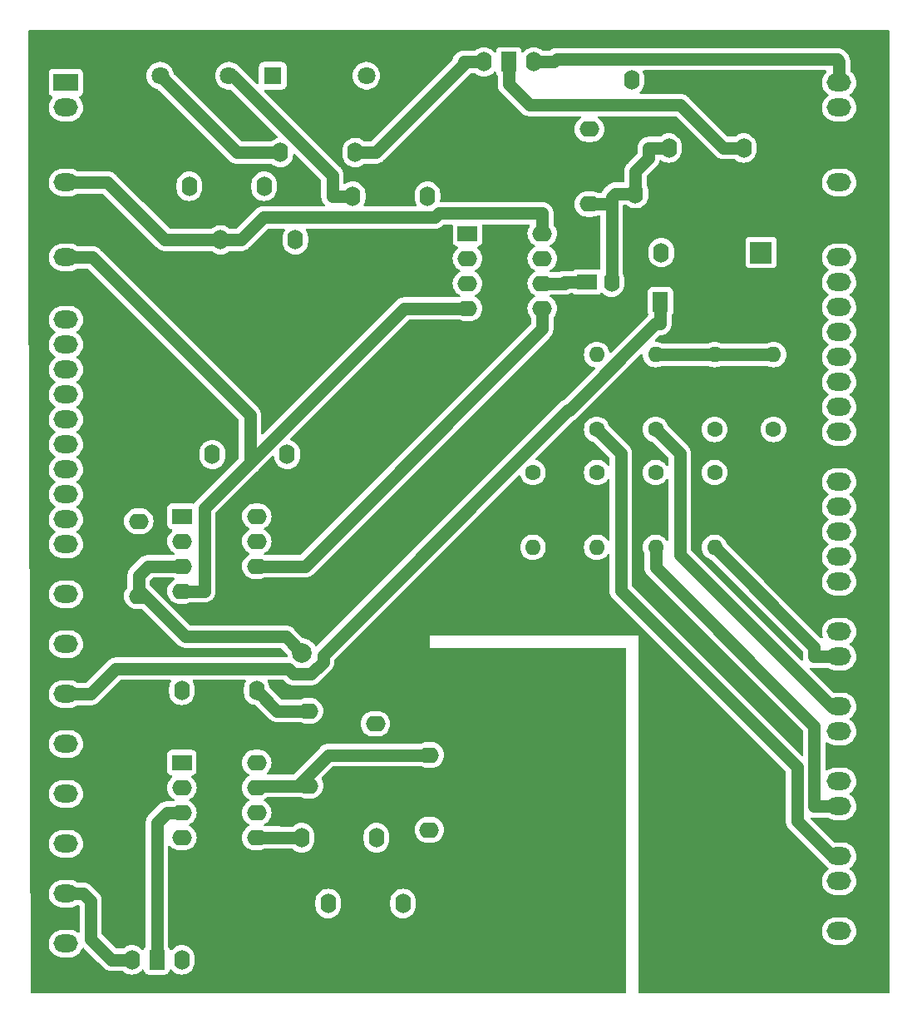
<source format=gbl>
G04 #@! TF.GenerationSoftware,KiCad,Pcbnew,7.0.11-7.0.11~ubuntu22.04.1*
G04 #@! TF.CreationDate,2024-05-31T20:38:24-03:00*
G04 #@! TF.ProjectId,Fonte_corrente_mono_V02,466f6e74-655f-4636-9f72-72656e74655f,v02*
G04 #@! TF.SameCoordinates,Original*
G04 #@! TF.FileFunction,Copper,L2,Bot*
G04 #@! TF.FilePolarity,Positive*
%FSLAX46Y46*%
G04 Gerber Fmt 4.6, Leading zero omitted, Abs format (unit mm)*
G04 Created by KiCad (PCBNEW 7.0.11-7.0.11~ubuntu22.04.1) date 2024-05-31 20:38:24*
%MOMM*%
%LPD*%
G01*
G04 APERTURE LIST*
G04 #@! TA.AperFunction,ComponentPad*
%ADD10O,1.600000X2.000000*%
G04 #@! TD*
G04 #@! TA.AperFunction,ComponentPad*
%ADD11R,1.600000X2.000000*%
G04 #@! TD*
G04 #@! TA.AperFunction,ComponentPad*
%ADD12O,2.000000X1.600000*%
G04 #@! TD*
G04 #@! TA.AperFunction,ComponentPad*
%ADD13C,1.600000*%
G04 #@! TD*
G04 #@! TA.AperFunction,ComponentPad*
%ADD14O,1.600000X1.600000*%
G04 #@! TD*
G04 #@! TA.AperFunction,ComponentPad*
%ADD15R,1.800000X1.800000*%
G04 #@! TD*
G04 #@! TA.AperFunction,ComponentPad*
%ADD16C,1.800000*%
G04 #@! TD*
G04 #@! TA.AperFunction,ComponentPad*
%ADD17R,2.500000X1.800000*%
G04 #@! TD*
G04 #@! TA.AperFunction,ComponentPad*
%ADD18O,2.500000X1.800000*%
G04 #@! TD*
G04 #@! TA.AperFunction,ComponentPad*
%ADD19R,2.000000X1.600000*%
G04 #@! TD*
G04 #@! TA.AperFunction,ComponentPad*
%ADD20R,2.200000X2.200000*%
G04 #@! TD*
G04 #@! TA.AperFunction,ViaPad*
%ADD21C,2.000000*%
G04 #@! TD*
G04 #@! TA.AperFunction,Conductor*
%ADD22C,1.270000*%
G04 #@! TD*
G04 APERTURE END LIST*
D10*
X149500000Y-42600000D03*
D11*
X152040000Y-42600000D03*
D10*
X154580000Y-42600000D03*
D12*
X138454000Y-109964000D03*
X138454000Y-102344000D03*
D13*
X167000000Y-84380000D03*
D14*
X167000000Y-92000000D03*
D10*
X126364000Y-106554000D03*
X118744000Y-106554000D03*
X133644000Y-128254000D03*
X141264000Y-128254000D03*
D15*
X121000000Y-44000000D03*
D16*
X123540000Y-44000000D03*
D12*
X114354000Y-96974000D03*
X114354000Y-89354000D03*
D13*
X167000000Y-80000000D03*
D14*
X167000000Y-72380000D03*
D10*
X164944000Y-56000000D03*
X172564000Y-56000000D03*
D15*
X135000000Y-44000000D03*
D16*
X137540000Y-44000000D03*
D12*
X143954000Y-113144000D03*
X143954000Y-120764000D03*
D17*
X106934000Y-44704000D03*
D18*
X106934000Y-47244000D03*
X106934000Y-49784000D03*
X106934000Y-52324000D03*
X106934000Y-54864000D03*
X106934000Y-57404000D03*
X106934000Y-59944000D03*
X106934000Y-62484000D03*
D19*
X118745000Y-113919000D03*
D12*
X118745000Y-116459000D03*
X118745000Y-118999000D03*
X118745000Y-121539000D03*
X126365000Y-121539000D03*
X126365000Y-118999000D03*
X126365000Y-116459000D03*
X126365000Y-113919000D03*
D10*
X121844000Y-82554000D03*
X129464000Y-82554000D03*
D15*
X114000000Y-44000000D03*
D16*
X116540000Y-44000000D03*
D18*
X106934000Y-68834000D03*
X106934000Y-71374000D03*
X106934000Y-73914000D03*
X106934000Y-76454000D03*
X106934000Y-78994000D03*
X106934000Y-81534000D03*
X106934000Y-84074000D03*
X106934000Y-86614000D03*
X106934000Y-89154000D03*
X106934000Y-91694000D03*
X106934000Y-94234000D03*
X106934000Y-96774000D03*
X106934000Y-99314000D03*
X106934000Y-101854000D03*
X106934000Y-104394000D03*
X106934000Y-106934000D03*
X106934000Y-109474000D03*
X106934000Y-112014000D03*
X106934000Y-114554000D03*
X106934000Y-117094000D03*
X106934000Y-119634000D03*
X106934000Y-122174000D03*
X106934000Y-124714000D03*
X106934000Y-127254000D03*
X106934000Y-129794000D03*
X106934000Y-132334000D03*
X106934000Y-134874000D03*
D12*
X131654000Y-108644000D03*
X131654000Y-116264000D03*
D10*
X136398000Y-51816000D03*
X128778000Y-51816000D03*
D18*
X185674000Y-44704000D03*
X185674000Y-47244000D03*
X185674000Y-49784000D03*
X185674000Y-52324000D03*
X185674000Y-54864000D03*
X185674000Y-57404000D03*
X185674000Y-59944000D03*
X185674000Y-62484000D03*
X185674000Y-65024000D03*
X185674000Y-67564000D03*
X185674000Y-70104000D03*
X185674000Y-72644000D03*
X185674000Y-75184000D03*
X185674000Y-77724000D03*
X185674000Y-80264000D03*
X185674000Y-82804000D03*
X185674000Y-85344000D03*
X185674000Y-87884000D03*
X185674000Y-90424000D03*
X185674000Y-92964000D03*
X185674000Y-95504000D03*
X185674000Y-98044000D03*
X185674000Y-100584000D03*
X185674000Y-103124000D03*
X185674000Y-105664000D03*
X185674000Y-108204000D03*
X185674000Y-110744000D03*
X185674000Y-113284000D03*
X185674000Y-115824000D03*
X185674000Y-118364000D03*
X185674000Y-120904000D03*
X185674000Y-123444000D03*
X185674000Y-125984000D03*
X185674000Y-128524000D03*
X185674000Y-131064000D03*
D10*
X113665000Y-133985000D03*
D11*
X116205000Y-133985000D03*
D10*
X118745000Y-133985000D03*
D12*
X160254000Y-57064000D03*
X160254000Y-49444000D03*
D10*
X162500000Y-65000000D03*
D19*
X160000000Y-65000000D03*
D15*
X128000000Y-44000000D03*
D16*
X130540000Y-44000000D03*
D19*
X147828000Y-60071000D03*
D12*
X147828000Y-62611000D03*
X147828000Y-65151000D03*
X147828000Y-67691000D03*
X155448000Y-67691000D03*
X155448000Y-65151000D03*
X155448000Y-62611000D03*
X155448000Y-60071000D03*
D10*
X143764000Y-56261000D03*
X136144000Y-56261000D03*
X175964000Y-51354000D03*
X168344000Y-51354000D03*
D20*
X177734000Y-62000000D03*
D10*
X167574000Y-62000000D03*
D13*
X154500000Y-84380000D03*
D14*
X154500000Y-92000000D03*
D10*
X164548900Y-44454000D03*
D19*
X167048900Y-44454000D03*
D11*
X167474000Y-67000000D03*
D10*
X177634000Y-67000000D03*
D13*
X173000000Y-84380000D03*
D14*
X173000000Y-92000000D03*
D19*
X118754000Y-88854000D03*
D12*
X118754000Y-91394000D03*
X118754000Y-93934000D03*
X118754000Y-96474000D03*
X126374000Y-96474000D03*
X126374000Y-93934000D03*
X126374000Y-91394000D03*
X126374000Y-88854000D03*
D13*
X161000000Y-84380000D03*
D14*
X161000000Y-92000000D03*
D10*
X119507000Y-55245000D03*
X127127000Y-55245000D03*
D13*
X179000000Y-80000000D03*
D14*
X179000000Y-72380000D03*
D13*
X173000000Y-80000000D03*
D14*
X173000000Y-72380000D03*
D10*
X130944000Y-121554000D03*
X138564000Y-121554000D03*
D13*
X161000000Y-80000000D03*
D14*
X161000000Y-72380000D03*
D10*
X122682000Y-60706000D03*
X130302000Y-60706000D03*
D21*
X130995800Y-102763600D03*
D22*
X155448000Y-60071000D02*
X155448000Y-58001000D01*
X111182500Y-54864000D02*
X117024500Y-60706000D01*
X144963200Y-58001000D02*
X144538200Y-58426000D01*
X106934000Y-54864000D02*
X111182500Y-54864000D01*
X122682000Y-60706000D02*
X124752000Y-60706000D01*
X117024500Y-60706000D02*
X122682000Y-60706000D01*
X127032000Y-58426000D02*
X124752000Y-60706000D01*
X155448000Y-58001000D02*
X144963200Y-58001000D01*
X144538200Y-58426000D02*
X127032000Y-58426000D01*
X121024000Y-96474000D02*
X121024000Y-88051300D01*
X141384300Y-67691000D02*
X147828000Y-67691000D01*
X125677700Y-83397600D02*
X125677700Y-78537689D01*
X109624011Y-62484000D02*
X106934000Y-62484000D01*
X121024000Y-88051300D02*
X125677700Y-83397600D01*
X125677700Y-78537689D02*
X109624011Y-62484000D01*
X125677700Y-83397600D02*
X141384300Y-67691000D01*
X118754000Y-96474000D02*
X121024000Y-96474000D01*
X154580000Y-42600000D02*
X156650000Y-42600000D01*
X156939600Y-42310400D02*
X156650000Y-42600000D01*
X185674000Y-44704000D02*
X185674000Y-42534000D01*
X185674000Y-42534000D02*
X185450400Y-42310400D01*
X185450400Y-42310400D02*
X156939600Y-42310400D01*
X149500000Y-42600000D02*
X147430000Y-42600000D01*
X179000000Y-72380000D02*
X173000000Y-72380000D01*
X138468000Y-51816000D02*
X147430000Y-42854000D01*
X147430000Y-42854000D02*
X147430000Y-42600000D01*
X173000000Y-72380000D02*
X167000000Y-72380000D01*
X136398000Y-51816000D02*
X138468000Y-51816000D01*
X185674000Y-103124000D02*
X183154000Y-103124000D01*
X183154000Y-103124000D02*
X183154000Y-102154000D01*
X183154000Y-102154000D02*
X173000000Y-92000000D01*
X116205000Y-120000000D02*
X116205000Y-133985000D01*
X118745000Y-118999000D02*
X117206000Y-118999000D01*
X117206000Y-118999000D02*
X116205000Y-120000000D01*
X133132700Y-102984400D02*
X158052500Y-78064600D01*
X158183900Y-78064600D02*
X166978500Y-69270000D01*
X166978500Y-69270000D02*
X167474000Y-69270000D01*
X130110700Y-104900500D02*
X131881000Y-104900500D01*
X133132700Y-103648800D02*
X133132700Y-102984400D01*
X129564300Y-104354100D02*
X130110700Y-104900500D01*
X131881000Y-104900500D02*
X133132700Y-103648800D01*
X158052500Y-78064600D02*
X158183900Y-78064600D01*
X167474000Y-67000000D02*
X167474000Y-69270000D01*
X106934000Y-106934000D02*
X109454000Y-106934000D01*
X112033900Y-104354100D02*
X129564300Y-104354100D01*
X109454000Y-106934000D02*
X112033900Y-104354100D01*
X111595000Y-133985000D02*
X113665000Y-133985000D01*
X109454000Y-128000000D02*
X109454000Y-131844000D01*
X109454000Y-131844000D02*
X111595000Y-133985000D01*
X106934000Y-127254000D02*
X108708000Y-127254000D01*
X108708000Y-127254000D02*
X109454000Y-128000000D01*
X157730000Y-65139000D02*
X157718000Y-65151000D01*
X157730000Y-65000000D02*
X157730000Y-65139000D01*
X155448000Y-65151000D02*
X157718000Y-65151000D01*
X160000000Y-65000000D02*
X157730000Y-65000000D01*
X162524000Y-62706000D02*
X162524000Y-57064000D01*
X162524000Y-56350000D02*
X162874000Y-56000000D01*
X160254000Y-57064000D02*
X162524000Y-57064000D01*
X164944000Y-56000000D02*
X162874000Y-56000000D01*
X164944000Y-56000000D02*
X164944000Y-53730000D01*
X168344000Y-51354000D02*
X166274000Y-51354000D01*
X162524000Y-57064000D02*
X162524000Y-56350000D01*
X162500000Y-62730000D02*
X162524000Y-62706000D01*
X166274000Y-52400000D02*
X164944000Y-53730000D01*
X166274000Y-51354000D02*
X166274000Y-52400000D01*
X162500000Y-65000000D02*
X162500000Y-62730000D01*
X169444600Y-82444600D02*
X167000000Y-80000000D01*
X185674000Y-108204000D02*
X184920500Y-108204000D01*
X184920500Y-108204000D02*
X169444600Y-92728100D01*
X169444600Y-92728100D02*
X169444600Y-82444600D01*
X167000000Y-94070000D02*
X183154000Y-110224000D01*
X185674000Y-118364000D02*
X183154000Y-118364000D01*
X183154000Y-110224000D02*
X183154000Y-118364000D01*
X167000000Y-92000000D02*
X167000000Y-94070000D01*
X185674000Y-123444000D02*
X184986075Y-123444000D01*
X163444600Y-96444600D02*
X163444600Y-82444600D01*
X163444600Y-82444600D02*
X161000000Y-80000000D01*
X181384000Y-114384000D02*
X163444600Y-96444600D01*
X181384000Y-119841925D02*
X181384000Y-114384000D01*
X184986075Y-123444000D02*
X181384000Y-119841925D01*
X128454000Y-108644000D02*
X126364000Y-106554000D01*
X131654000Y-108644000D02*
X128454000Y-108644000D01*
X130519000Y-116264000D02*
X133639000Y-113144000D01*
X126560000Y-116264000D02*
X130519000Y-116264000D01*
X131654000Y-116264000D02*
X130519000Y-116264000D01*
X126365000Y-116459000D02*
X126560000Y-116264000D01*
X133639000Y-113144000D02*
X143954000Y-113144000D01*
X128650000Y-121554000D02*
X130944000Y-121554000D01*
X128635000Y-121539000D02*
X128650000Y-121554000D01*
X126365000Y-121539000D02*
X128635000Y-121539000D01*
X129315700Y-101083500D02*
X130995800Y-102763600D01*
X114354000Y-96309200D02*
X119128300Y-101083500D01*
X114354000Y-96974000D02*
X114354000Y-96309200D01*
X115275000Y-93934000D02*
X114354000Y-94855000D01*
X119128300Y-101083500D02*
X129315700Y-101083500D01*
X118754000Y-93934000D02*
X115275000Y-93934000D01*
X114354000Y-94855000D02*
X114354000Y-96309200D01*
X169520500Y-46980500D02*
X154150500Y-46980500D01*
X154150500Y-46980500D02*
X152040000Y-44870000D01*
X175964000Y-51354000D02*
X173894000Y-51354000D01*
X173894000Y-51354000D02*
X169520500Y-46980500D01*
X152040000Y-42600000D02*
X152040000Y-44870000D01*
X126374000Y-93934000D02*
X131275000Y-93934000D01*
X131275000Y-93934000D02*
X155448000Y-69761000D01*
X155448000Y-67691000D02*
X155448000Y-69761000D01*
X124356000Y-51816000D02*
X128778000Y-51816000D01*
X116540000Y-44000000D02*
X124356000Y-51816000D01*
X123540000Y-44000000D02*
X123934700Y-44000000D01*
X134074000Y-54139300D02*
X134074000Y-56261000D01*
X123934700Y-44000000D02*
X134074000Y-54139300D01*
X136144000Y-56261000D02*
X134074000Y-56261000D01*
G04 #@! TA.AperFunction,Conductor*
G36*
X190743039Y-39377685D02*
G01*
X190788794Y-39430489D01*
X190800000Y-39482000D01*
X190800000Y-137278000D01*
X190780315Y-137345039D01*
X190727511Y-137390794D01*
X190676000Y-137402000D01*
X165394000Y-137402000D01*
X165326961Y-137382315D01*
X165281206Y-137329511D01*
X165270000Y-137278000D01*
X165270000Y-131004346D01*
X183919702Y-131004346D01*
X183929819Y-131242528D01*
X183929819Y-131242532D01*
X183980045Y-131475580D01*
X184028858Y-131597053D01*
X184068936Y-131696790D01*
X184193931Y-131899795D01*
X184351436Y-132078755D01*
X184536920Y-132228523D01*
X184745046Y-132344790D01*
X184870951Y-132389275D01*
X184969829Y-132424211D01*
X185204790Y-132464499D01*
X185204798Y-132464499D01*
X185204800Y-132464500D01*
X185204801Y-132464500D01*
X186083496Y-132464500D01*
X186083497Y-132464500D01*
X186083498Y-132464499D01*
X186083515Y-132464499D01*
X186261536Y-132449347D01*
X186261539Y-132449346D01*
X186261541Y-132449346D01*
X186492249Y-132389275D01*
X186624973Y-132329279D01*
X186709480Y-132291080D01*
X186709481Y-132291078D01*
X186709486Y-132291077D01*
X186907003Y-132157579D01*
X187079118Y-131992621D01*
X187220879Y-131800947D01*
X187328207Y-131588074D01*
X187398016Y-131360123D01*
X187428298Y-131123654D01*
X187418180Y-130885468D01*
X187367954Y-130652419D01*
X187279064Y-130431210D01*
X187154069Y-130228205D01*
X186996564Y-130049245D01*
X186811080Y-129899477D01*
X186697130Y-129835820D01*
X186602955Y-129783210D01*
X186378170Y-129703788D01*
X186143209Y-129663500D01*
X186143200Y-129663500D01*
X185264503Y-129663500D01*
X185264484Y-129663500D01*
X185086463Y-129678652D01*
X184855751Y-129738724D01*
X184638519Y-129836919D01*
X184638511Y-129836924D01*
X184441006Y-129970413D01*
X184440997Y-129970421D01*
X184268881Y-130135379D01*
X184127123Y-130327050D01*
X184127120Y-130327054D01*
X184019796Y-130539920D01*
X184019793Y-130539926D01*
X183949983Y-130767878D01*
X183919702Y-131004346D01*
X165270000Y-131004346D01*
X165270000Y-101000000D01*
X143980000Y-101000000D01*
X143980000Y-102270000D01*
X163876000Y-102270000D01*
X163943039Y-102289685D01*
X163988794Y-102342489D01*
X164000000Y-102394000D01*
X164000000Y-137278000D01*
X163980315Y-137345039D01*
X163927511Y-137390794D01*
X163876000Y-137402000D01*
X103463680Y-137402000D01*
X103396641Y-137382315D01*
X103350886Y-137329511D01*
X103339680Y-137278321D01*
X103326716Y-132274346D01*
X105179702Y-132274346D01*
X105189819Y-132512528D01*
X105189819Y-132512532D01*
X105240045Y-132745580D01*
X105320525Y-132945858D01*
X105328936Y-132966790D01*
X105453931Y-133169795D01*
X105611436Y-133348755D01*
X105796920Y-133498523D01*
X106005046Y-133614790D01*
X106130951Y-133659275D01*
X106229829Y-133694211D01*
X106464790Y-133734499D01*
X106464798Y-133734499D01*
X106464800Y-133734500D01*
X106464801Y-133734500D01*
X107343496Y-133734500D01*
X107343497Y-133734500D01*
X107343498Y-133734499D01*
X107343515Y-133734499D01*
X107521536Y-133719347D01*
X107521539Y-133719346D01*
X107521541Y-133719346D01*
X107752249Y-133659275D01*
X107884973Y-133599279D01*
X107969480Y-133561080D01*
X107969481Y-133561078D01*
X107969486Y-133561077D01*
X108167003Y-133427579D01*
X108339118Y-133262621D01*
X108480879Y-133070947D01*
X108588207Y-132858074D01*
X108592053Y-132845512D01*
X108630500Y-132787177D01*
X108694385Y-132758886D01*
X108763425Y-132769625D01*
X108798298Y-132794137D01*
X110245944Y-134241784D01*
X110717720Y-134713560D01*
X110731044Y-134729311D01*
X110732943Y-134731977D01*
X110800566Y-134796455D01*
X110802636Y-134798476D01*
X110830327Y-134826167D01*
X110830340Y-134826178D01*
X110837350Y-134831966D01*
X110843977Y-134837847D01*
X110889888Y-134881623D01*
X110917986Y-134899680D01*
X110929875Y-134908361D01*
X110955648Y-134929641D01*
X110955652Y-134929644D01*
X110990585Y-134948718D01*
X111011348Y-134960055D01*
X111018942Y-134964561D01*
X111072317Y-134998863D01*
X111103318Y-135011273D01*
X111116660Y-135017560D01*
X111145973Y-135033567D01*
X111145972Y-135033567D01*
X111164528Y-135039498D01*
X111206432Y-135052893D01*
X111214726Y-135055875D01*
X111273638Y-135079460D01*
X111306434Y-135085780D01*
X111320721Y-135089427D01*
X111352534Y-135099597D01*
X111352536Y-135099597D01*
X111352539Y-135099598D01*
X111381408Y-135103049D01*
X111415534Y-135107129D01*
X111424244Y-135108486D01*
X111486573Y-135120500D01*
X111519972Y-135120500D01*
X111534692Y-135121377D01*
X111539032Y-135121895D01*
X111567855Y-135125342D01*
X111631138Y-135120816D01*
X111639983Y-135120500D01*
X112709951Y-135120500D01*
X112776990Y-135140185D01*
X112797632Y-135156819D01*
X112825858Y-135185045D01*
X112825861Y-135185047D01*
X113012266Y-135315568D01*
X113218504Y-135411739D01*
X113438308Y-135470635D01*
X113600230Y-135484801D01*
X113664998Y-135490468D01*
X113665000Y-135490468D01*
X113665002Y-135490468D01*
X113721807Y-135485498D01*
X113891692Y-135470635D01*
X114111496Y-135411739D01*
X114317734Y-135315568D01*
X114504139Y-135185047D01*
X114665047Y-135024139D01*
X114682272Y-134999539D01*
X114736848Y-134955913D01*
X114806346Y-134948718D01*
X114868701Y-134980239D01*
X114904116Y-135040468D01*
X114907138Y-135057406D01*
X114910908Y-135092483D01*
X114961202Y-135227328D01*
X114961206Y-135227335D01*
X115047452Y-135342544D01*
X115047455Y-135342547D01*
X115162664Y-135428793D01*
X115162671Y-135428797D01*
X115297517Y-135479091D01*
X115297516Y-135479091D01*
X115304444Y-135479835D01*
X115357127Y-135485500D01*
X117052872Y-135485499D01*
X117112483Y-135479091D01*
X117247331Y-135428796D01*
X117362546Y-135342546D01*
X117448796Y-135227331D01*
X117499091Y-135092483D01*
X117502862Y-135057401D01*
X117529599Y-134992855D01*
X117586990Y-134953006D01*
X117656816Y-134950511D01*
X117716905Y-134986163D01*
X117727725Y-134999535D01*
X117740346Y-135017560D01*
X117744956Y-135024143D01*
X117905858Y-135185045D01*
X117905861Y-135185047D01*
X118092266Y-135315568D01*
X118298504Y-135411739D01*
X118518308Y-135470635D01*
X118680230Y-135484801D01*
X118744998Y-135490468D01*
X118745000Y-135490468D01*
X118745002Y-135490468D01*
X118801807Y-135485498D01*
X118971692Y-135470635D01*
X119191496Y-135411739D01*
X119397734Y-135315568D01*
X119584139Y-135185047D01*
X119745047Y-135024139D01*
X119875568Y-134837734D01*
X119971739Y-134631496D01*
X120030635Y-134411692D01*
X120045500Y-134241784D01*
X120045500Y-133728216D01*
X120030635Y-133558308D01*
X119974486Y-133348755D01*
X119971741Y-133338511D01*
X119971738Y-133338502D01*
X119936353Y-133262620D01*
X119875568Y-133132266D01*
X119745047Y-132945861D01*
X119745045Y-132945858D01*
X119584141Y-132784954D01*
X119397734Y-132654432D01*
X119397732Y-132654431D01*
X119191497Y-132558261D01*
X119191488Y-132558258D01*
X118971697Y-132499366D01*
X118971693Y-132499365D01*
X118971692Y-132499365D01*
X118971691Y-132499364D01*
X118971686Y-132499364D01*
X118745002Y-132479532D01*
X118744998Y-132479532D01*
X118518313Y-132499364D01*
X118518302Y-132499366D01*
X118298511Y-132558258D01*
X118298502Y-132558261D01*
X118092267Y-132654431D01*
X118092265Y-132654432D01*
X117905858Y-132784954D01*
X117744954Y-132945858D01*
X117727725Y-132970464D01*
X117673147Y-133014088D01*
X117603648Y-133021280D01*
X117541294Y-132989757D01*
X117505882Y-132929526D01*
X117502861Y-132912591D01*
X117499091Y-132877516D01*
X117448797Y-132742671D01*
X117448793Y-132742664D01*
X117365234Y-132631044D01*
X117340816Y-132565580D01*
X117340500Y-132556733D01*
X117340500Y-128510785D01*
X132343500Y-128510785D01*
X132358364Y-128680687D01*
X132358366Y-128680697D01*
X132417258Y-128900488D01*
X132417261Y-128900497D01*
X132513431Y-129106732D01*
X132513432Y-129106734D01*
X132643954Y-129293141D01*
X132804858Y-129454045D01*
X132804861Y-129454047D01*
X132991266Y-129584568D01*
X133197504Y-129680739D01*
X133417308Y-129739635D01*
X133579230Y-129753801D01*
X133643998Y-129759468D01*
X133644000Y-129759468D01*
X133644002Y-129759468D01*
X133700673Y-129754509D01*
X133870692Y-129739635D01*
X134090496Y-129680739D01*
X134296734Y-129584568D01*
X134483139Y-129454047D01*
X134644047Y-129293139D01*
X134774568Y-129106734D01*
X134870739Y-128900496D01*
X134929635Y-128680692D01*
X134944500Y-128510785D01*
X139963500Y-128510785D01*
X139978364Y-128680687D01*
X139978366Y-128680697D01*
X140037258Y-128900488D01*
X140037261Y-128900497D01*
X140133431Y-129106732D01*
X140133432Y-129106734D01*
X140263954Y-129293141D01*
X140424858Y-129454045D01*
X140424861Y-129454047D01*
X140611266Y-129584568D01*
X140817504Y-129680739D01*
X141037308Y-129739635D01*
X141199230Y-129753801D01*
X141263998Y-129759468D01*
X141264000Y-129759468D01*
X141264002Y-129759468D01*
X141320673Y-129754509D01*
X141490692Y-129739635D01*
X141710496Y-129680739D01*
X141916734Y-129584568D01*
X142103139Y-129454047D01*
X142264047Y-129293139D01*
X142394568Y-129106734D01*
X142490739Y-128900496D01*
X142549635Y-128680692D01*
X142564500Y-128510784D01*
X142564500Y-127997216D01*
X142549635Y-127827308D01*
X142490739Y-127607504D01*
X142394568Y-127401266D01*
X142264047Y-127214861D01*
X142264045Y-127214858D01*
X142103141Y-127053954D01*
X141916734Y-126923432D01*
X141916732Y-126923431D01*
X141710497Y-126827261D01*
X141710488Y-126827258D01*
X141490697Y-126768366D01*
X141490693Y-126768365D01*
X141490692Y-126768365D01*
X141490691Y-126768364D01*
X141490686Y-126768364D01*
X141264002Y-126748532D01*
X141263998Y-126748532D01*
X141037313Y-126768364D01*
X141037302Y-126768366D01*
X140817511Y-126827258D01*
X140817502Y-126827261D01*
X140611267Y-126923431D01*
X140611265Y-126923432D01*
X140424858Y-127053954D01*
X140263954Y-127214858D01*
X140133432Y-127401265D01*
X140133431Y-127401267D01*
X140037261Y-127607502D01*
X140037258Y-127607511D01*
X139978366Y-127827302D01*
X139978364Y-127827312D01*
X139963500Y-127997214D01*
X139963500Y-128510785D01*
X134944500Y-128510785D01*
X134944500Y-128510784D01*
X134944500Y-127997216D01*
X134929635Y-127827308D01*
X134870739Y-127607504D01*
X134774568Y-127401266D01*
X134644047Y-127214861D01*
X134644045Y-127214858D01*
X134483141Y-127053954D01*
X134296734Y-126923432D01*
X134296732Y-126923431D01*
X134090497Y-126827261D01*
X134090488Y-126827258D01*
X133870697Y-126768366D01*
X133870693Y-126768365D01*
X133870692Y-126768365D01*
X133870691Y-126768364D01*
X133870686Y-126768364D01*
X133644002Y-126748532D01*
X133643998Y-126748532D01*
X133417313Y-126768364D01*
X133417302Y-126768366D01*
X133197511Y-126827258D01*
X133197502Y-126827261D01*
X132991267Y-126923431D01*
X132991265Y-126923432D01*
X132804858Y-127053954D01*
X132643954Y-127214858D01*
X132513432Y-127401265D01*
X132513431Y-127401267D01*
X132417261Y-127607502D01*
X132417258Y-127607511D01*
X132358366Y-127827302D01*
X132358364Y-127827312D01*
X132343500Y-127997214D01*
X132343500Y-128510785D01*
X117340500Y-128510785D01*
X117340500Y-122473049D01*
X117360185Y-122406010D01*
X117412989Y-122360255D01*
X117482147Y-122350311D01*
X117545703Y-122379336D01*
X117552181Y-122385368D01*
X117705858Y-122539045D01*
X117705861Y-122539047D01*
X117892266Y-122669568D01*
X118098504Y-122765739D01*
X118318308Y-122824635D01*
X118488214Y-122839499D01*
X118488215Y-122839500D01*
X118488216Y-122839500D01*
X119001785Y-122839500D01*
X119001785Y-122839499D01*
X119171692Y-122824635D01*
X119391496Y-122765739D01*
X119597734Y-122669568D01*
X119784139Y-122539047D01*
X119945047Y-122378139D01*
X120075568Y-122191734D01*
X120171739Y-121985496D01*
X120230635Y-121765692D01*
X120250468Y-121539001D01*
X124859532Y-121539001D01*
X124879364Y-121765686D01*
X124879366Y-121765697D01*
X124938258Y-121985488D01*
X124938261Y-121985497D01*
X125034431Y-122191732D01*
X125034432Y-122191734D01*
X125164954Y-122378141D01*
X125325858Y-122539045D01*
X125325861Y-122539047D01*
X125512266Y-122669568D01*
X125718504Y-122765739D01*
X125938308Y-122824635D01*
X126108214Y-122839499D01*
X126108215Y-122839500D01*
X126108216Y-122839500D01*
X126621785Y-122839500D01*
X126621785Y-122839499D01*
X126791692Y-122824635D01*
X127011496Y-122765739D01*
X127182242Y-122686117D01*
X127234647Y-122674500D01*
X128449516Y-122674500D01*
X128464218Y-122675375D01*
X128470516Y-122676127D01*
X128479252Y-122677488D01*
X128541573Y-122689500D01*
X128574972Y-122689500D01*
X128589692Y-122690377D01*
X128594032Y-122690895D01*
X128622855Y-122694342D01*
X128686138Y-122689816D01*
X128694983Y-122689500D01*
X129988951Y-122689500D01*
X130055990Y-122709185D01*
X130076632Y-122725819D01*
X130104858Y-122754045D01*
X130104861Y-122754047D01*
X130291266Y-122884568D01*
X130497504Y-122980739D01*
X130717308Y-123039635D01*
X130879230Y-123053801D01*
X130943998Y-123059468D01*
X130944000Y-123059468D01*
X130944002Y-123059468D01*
X131000673Y-123054509D01*
X131170692Y-123039635D01*
X131390496Y-122980739D01*
X131596734Y-122884568D01*
X131783139Y-122754047D01*
X131944047Y-122593139D01*
X132074568Y-122406734D01*
X132170739Y-122200496D01*
X132229635Y-121980692D01*
X132244500Y-121810785D01*
X137263500Y-121810785D01*
X137278364Y-121980687D01*
X137278366Y-121980697D01*
X137337258Y-122200488D01*
X137337261Y-122200497D01*
X137433431Y-122406732D01*
X137433432Y-122406734D01*
X137563954Y-122593141D01*
X137724858Y-122754045D01*
X137724861Y-122754047D01*
X137911266Y-122884568D01*
X138117504Y-122980739D01*
X138337308Y-123039635D01*
X138499230Y-123053801D01*
X138563998Y-123059468D01*
X138564000Y-123059468D01*
X138564002Y-123059468D01*
X138620673Y-123054509D01*
X138790692Y-123039635D01*
X139010496Y-122980739D01*
X139216734Y-122884568D01*
X139403139Y-122754047D01*
X139564047Y-122593139D01*
X139694568Y-122406734D01*
X139790739Y-122200496D01*
X139849635Y-121980692D01*
X139864500Y-121810784D01*
X139864500Y-121297216D01*
X139849635Y-121127308D01*
X139790739Y-120907504D01*
X139723822Y-120764001D01*
X142448532Y-120764001D01*
X142468364Y-120990686D01*
X142468366Y-120990697D01*
X142527258Y-121210488D01*
X142527261Y-121210497D01*
X142623431Y-121416732D01*
X142623432Y-121416734D01*
X142753954Y-121603141D01*
X142914858Y-121764045D01*
X142914861Y-121764047D01*
X143101266Y-121894568D01*
X143307504Y-121990739D01*
X143527308Y-122049635D01*
X143697214Y-122064499D01*
X143697215Y-122064500D01*
X143697216Y-122064500D01*
X144210785Y-122064500D01*
X144210785Y-122064499D01*
X144380692Y-122049635D01*
X144600496Y-121990739D01*
X144806734Y-121894568D01*
X144993139Y-121764047D01*
X145154047Y-121603139D01*
X145284568Y-121416734D01*
X145380739Y-121210496D01*
X145439635Y-120990692D01*
X145459468Y-120764000D01*
X145439635Y-120537308D01*
X145380739Y-120317504D01*
X145284568Y-120111266D01*
X145154047Y-119924861D01*
X145154045Y-119924858D01*
X144993141Y-119763954D01*
X144806734Y-119633432D01*
X144806732Y-119633431D01*
X144600497Y-119537261D01*
X144600488Y-119537258D01*
X144380697Y-119478366D01*
X144380687Y-119478364D01*
X144210785Y-119463500D01*
X144210784Y-119463500D01*
X143697216Y-119463500D01*
X143697215Y-119463500D01*
X143527312Y-119478364D01*
X143527302Y-119478366D01*
X143307511Y-119537258D01*
X143307502Y-119537261D01*
X143101267Y-119633431D01*
X143101265Y-119633432D01*
X142914858Y-119763954D01*
X142753954Y-119924858D01*
X142623432Y-120111265D01*
X142623431Y-120111267D01*
X142527261Y-120317502D01*
X142527258Y-120317511D01*
X142468366Y-120537302D01*
X142468364Y-120537313D01*
X142448532Y-120763998D01*
X142448532Y-120764001D01*
X139723822Y-120764001D01*
X139694568Y-120701266D01*
X139564047Y-120514861D01*
X139564045Y-120514858D01*
X139403141Y-120353954D01*
X139216734Y-120223432D01*
X139216732Y-120223431D01*
X139010497Y-120127261D01*
X139010488Y-120127258D01*
X138790697Y-120068366D01*
X138790693Y-120068365D01*
X138790692Y-120068365D01*
X138790691Y-120068364D01*
X138790686Y-120068364D01*
X138564002Y-120048532D01*
X138563998Y-120048532D01*
X138337313Y-120068364D01*
X138337302Y-120068366D01*
X138117511Y-120127258D01*
X138117502Y-120127261D01*
X137911267Y-120223431D01*
X137911265Y-120223432D01*
X137724858Y-120353954D01*
X137563954Y-120514858D01*
X137433432Y-120701265D01*
X137433431Y-120701267D01*
X137337261Y-120907502D01*
X137337258Y-120907511D01*
X137278366Y-121127302D01*
X137278364Y-121127312D01*
X137263500Y-121297214D01*
X137263500Y-121810785D01*
X132244500Y-121810785D01*
X132244500Y-121810784D01*
X132244500Y-121297216D01*
X132229635Y-121127308D01*
X132170739Y-120907504D01*
X132074568Y-120701266D01*
X131944047Y-120514861D01*
X131944045Y-120514858D01*
X131783141Y-120353954D01*
X131596734Y-120223432D01*
X131596732Y-120223431D01*
X131390497Y-120127261D01*
X131390488Y-120127258D01*
X131170697Y-120068366D01*
X131170693Y-120068365D01*
X131170692Y-120068365D01*
X131170691Y-120068364D01*
X131170686Y-120068364D01*
X130944002Y-120048532D01*
X130943998Y-120048532D01*
X130717313Y-120068364D01*
X130717302Y-120068366D01*
X130497511Y-120127258D01*
X130497502Y-120127261D01*
X130291267Y-120223431D01*
X130291265Y-120223432D01*
X130104858Y-120353954D01*
X130076632Y-120382181D01*
X130015309Y-120415666D01*
X129988951Y-120418500D01*
X128835485Y-120418500D01*
X128820762Y-120417623D01*
X128814465Y-120416870D01*
X128805721Y-120415506D01*
X128743428Y-120403500D01*
X128743427Y-120403500D01*
X128710028Y-120403500D01*
X128695308Y-120402623D01*
X128662146Y-120398658D01*
X128662145Y-120398658D01*
X128614282Y-120402081D01*
X128598862Y-120403184D01*
X128590017Y-120403500D01*
X127234647Y-120403500D01*
X127182238Y-120391880D01*
X127159721Y-120381379D01*
X127107283Y-120335204D01*
X127088134Y-120268010D01*
X127108353Y-120201130D01*
X127159721Y-120156619D01*
X127217734Y-120129568D01*
X127404139Y-119999047D01*
X127565047Y-119838139D01*
X127695568Y-119651734D01*
X127791739Y-119445496D01*
X127850635Y-119225692D01*
X127870468Y-118999000D01*
X127850635Y-118772308D01*
X127791739Y-118552504D01*
X127695568Y-118346266D01*
X127584455Y-118187579D01*
X127565045Y-118159858D01*
X127404141Y-117998954D01*
X127217734Y-117868432D01*
X127217728Y-117868429D01*
X127159725Y-117841382D01*
X127107285Y-117795210D01*
X127088133Y-117728017D01*
X127108348Y-117661135D01*
X127159725Y-117616618D01*
X127217734Y-117589568D01*
X127404139Y-117459047D01*
X127404141Y-117459045D01*
X127427368Y-117435819D01*
X127488691Y-117402334D01*
X127515049Y-117399500D01*
X130410573Y-117399500D01*
X130413838Y-117399500D01*
X130434402Y-117401216D01*
X130437626Y-117401759D01*
X130531048Y-117399535D01*
X130533998Y-117399500D01*
X130784353Y-117399500D01*
X130836757Y-117411117D01*
X131007504Y-117490739D01*
X131227308Y-117549635D01*
X131397214Y-117564499D01*
X131397215Y-117564500D01*
X131397216Y-117564500D01*
X131910785Y-117564500D01*
X131910785Y-117564499D01*
X132080692Y-117549635D01*
X132300496Y-117490739D01*
X132506734Y-117394568D01*
X132693139Y-117264047D01*
X132854047Y-117103139D01*
X132984568Y-116916734D01*
X133080739Y-116710496D01*
X133139635Y-116490692D01*
X133159468Y-116264000D01*
X133139635Y-116037308D01*
X133080739Y-115817504D01*
X132984568Y-115611266D01*
X132958996Y-115574745D01*
X132936671Y-115508544D01*
X132953681Y-115440776D01*
X132972888Y-115415949D01*
X134073021Y-114315819D01*
X134134344Y-114282334D01*
X134160702Y-114279500D01*
X143084353Y-114279500D01*
X143136757Y-114291117D01*
X143307504Y-114370739D01*
X143527308Y-114429635D01*
X143697214Y-114444499D01*
X143697215Y-114444500D01*
X143697216Y-114444500D01*
X144210785Y-114444500D01*
X144210785Y-114444499D01*
X144380692Y-114429635D01*
X144600496Y-114370739D01*
X144806734Y-114274568D01*
X144993139Y-114144047D01*
X145154047Y-113983139D01*
X145284568Y-113796734D01*
X145380739Y-113590496D01*
X145439635Y-113370692D01*
X145459468Y-113144000D01*
X145456281Y-113107578D01*
X145453093Y-113071129D01*
X145439635Y-112917308D01*
X145380739Y-112697504D01*
X145284568Y-112491266D01*
X145186839Y-112351693D01*
X145154045Y-112304858D01*
X144993141Y-112143954D01*
X144806734Y-112013432D01*
X144806732Y-112013431D01*
X144600497Y-111917261D01*
X144600488Y-111917258D01*
X144380697Y-111858366D01*
X144380687Y-111858364D01*
X144210785Y-111843500D01*
X144210784Y-111843500D01*
X143697216Y-111843500D01*
X143697215Y-111843500D01*
X143527312Y-111858364D01*
X143527302Y-111858366D01*
X143307511Y-111917258D01*
X143307502Y-111917261D01*
X143136758Y-111996882D01*
X143084353Y-112008500D01*
X133744162Y-112008500D01*
X133723595Y-112006782D01*
X133720385Y-112006242D01*
X133720376Y-112006241D01*
X133720374Y-112006241D01*
X133656454Y-112007762D01*
X133626970Y-112008465D01*
X133624019Y-112008500D01*
X133584909Y-112008500D01*
X133575819Y-112009367D01*
X133567006Y-112009892D01*
X133509409Y-112011264D01*
X133503581Y-112011403D01*
X133503580Y-112011403D01*
X133503571Y-112011404D01*
X133470944Y-112018501D01*
X133456379Y-112020772D01*
X133423133Y-112023947D01*
X133423130Y-112023947D01*
X133423128Y-112023948D01*
X133384321Y-112035342D01*
X133362240Y-112041826D01*
X133353666Y-112044014D01*
X133291689Y-112057496D01*
X133291680Y-112057499D01*
X133260984Y-112070643D01*
X133247113Y-112075629D01*
X133215063Y-112085040D01*
X133158655Y-112114120D01*
X133150651Y-112117891D01*
X133092335Y-112142863D01*
X133064674Y-112161584D01*
X133052001Y-112169104D01*
X133022310Y-112184412D01*
X133022302Y-112184417D01*
X132972440Y-112223627D01*
X132965298Y-112228842D01*
X132912749Y-112264410D01*
X132889124Y-112288035D01*
X132878104Y-112297814D01*
X132864816Y-112308265D01*
X132851850Y-112318462D01*
X132810301Y-112366411D01*
X132804271Y-112372887D01*
X130084979Y-115092181D01*
X130023656Y-115125666D01*
X129997298Y-115128500D01*
X127494049Y-115128500D01*
X127427010Y-115108815D01*
X127381255Y-115056011D01*
X127371311Y-114986853D01*
X127400336Y-114923297D01*
X127406368Y-114916819D01*
X127565045Y-114758141D01*
X127565047Y-114758139D01*
X127695568Y-114571734D01*
X127791739Y-114365496D01*
X127850635Y-114145692D01*
X127870468Y-113919000D01*
X127850635Y-113692308D01*
X127791739Y-113472504D01*
X127695568Y-113266266D01*
X127584455Y-113107579D01*
X127565045Y-113079858D01*
X127404141Y-112918954D01*
X127217734Y-112788432D01*
X127217732Y-112788431D01*
X127011497Y-112692261D01*
X127011488Y-112692258D01*
X126791697Y-112633366D01*
X126791687Y-112633364D01*
X126621785Y-112618500D01*
X126621784Y-112618500D01*
X126108216Y-112618500D01*
X126108215Y-112618500D01*
X125938312Y-112633364D01*
X125938302Y-112633366D01*
X125718511Y-112692258D01*
X125718502Y-112692261D01*
X125512267Y-112788431D01*
X125512265Y-112788432D01*
X125325858Y-112918954D01*
X125164954Y-113079858D01*
X125034432Y-113266265D01*
X125034431Y-113266267D01*
X124938261Y-113472502D01*
X124938258Y-113472511D01*
X124879366Y-113692302D01*
X124879364Y-113692313D01*
X124859532Y-113918998D01*
X124859532Y-113919001D01*
X124879364Y-114145686D01*
X124879366Y-114145697D01*
X124938258Y-114365488D01*
X124938261Y-114365497D01*
X125034431Y-114571732D01*
X125034432Y-114571734D01*
X125164954Y-114758141D01*
X125325858Y-114919045D01*
X125325861Y-114919047D01*
X125512266Y-115049568D01*
X125570275Y-115076618D01*
X125622714Y-115122791D01*
X125641866Y-115189984D01*
X125621650Y-115256865D01*
X125570275Y-115301382D01*
X125512267Y-115328431D01*
X125512265Y-115328432D01*
X125325858Y-115458954D01*
X125164954Y-115619858D01*
X125034432Y-115806265D01*
X125034431Y-115806267D01*
X124938261Y-116012502D01*
X124938258Y-116012511D01*
X124879366Y-116232302D01*
X124879364Y-116232313D01*
X124859532Y-116458998D01*
X124859532Y-116459001D01*
X124879364Y-116685686D01*
X124879366Y-116685697D01*
X124938258Y-116905488D01*
X124938261Y-116905497D01*
X125034431Y-117111732D01*
X125034432Y-117111734D01*
X125164954Y-117298141D01*
X125325858Y-117459045D01*
X125325861Y-117459047D01*
X125512266Y-117589568D01*
X125570275Y-117616618D01*
X125622714Y-117662791D01*
X125641866Y-117729984D01*
X125621650Y-117796865D01*
X125570275Y-117841382D01*
X125512267Y-117868431D01*
X125512265Y-117868432D01*
X125325858Y-117998954D01*
X125164954Y-118159858D01*
X125034432Y-118346265D01*
X125034431Y-118346267D01*
X124938261Y-118552502D01*
X124938258Y-118552511D01*
X124879366Y-118772302D01*
X124879364Y-118772313D01*
X124859532Y-118998998D01*
X124859532Y-118999001D01*
X124879364Y-119225686D01*
X124879366Y-119225697D01*
X124938258Y-119445488D01*
X124938261Y-119445497D01*
X125034431Y-119651732D01*
X125034432Y-119651734D01*
X125164954Y-119838141D01*
X125325858Y-119999045D01*
X125325861Y-119999047D01*
X125512266Y-120129568D01*
X125570275Y-120156618D01*
X125622714Y-120202791D01*
X125641866Y-120269984D01*
X125621650Y-120336865D01*
X125570275Y-120381381D01*
X125554832Y-120388583D01*
X125512267Y-120408431D01*
X125512265Y-120408432D01*
X125325858Y-120538954D01*
X125164954Y-120699858D01*
X125034432Y-120886265D01*
X125034431Y-120886267D01*
X124938261Y-121092502D01*
X124938258Y-121092511D01*
X124879366Y-121312302D01*
X124879364Y-121312313D01*
X124859532Y-121538998D01*
X124859532Y-121539001D01*
X120250468Y-121539001D01*
X120250468Y-121539000D01*
X120230635Y-121312308D01*
X120171739Y-121092504D01*
X120075568Y-120886266D01*
X119977839Y-120746693D01*
X119945045Y-120699858D01*
X119784141Y-120538954D01*
X119597734Y-120408432D01*
X119597728Y-120408429D01*
X119562238Y-120391880D01*
X119539724Y-120381381D01*
X119487285Y-120335210D01*
X119468133Y-120268017D01*
X119488348Y-120201135D01*
X119539725Y-120156618D01*
X119597734Y-120129568D01*
X119784139Y-119999047D01*
X119945047Y-119838139D01*
X120075568Y-119651734D01*
X120171739Y-119445496D01*
X120230635Y-119225692D01*
X120250468Y-118999000D01*
X120230635Y-118772308D01*
X120171739Y-118552504D01*
X120075568Y-118346266D01*
X119964455Y-118187579D01*
X119945045Y-118159858D01*
X119784141Y-117998954D01*
X119597734Y-117868432D01*
X119597728Y-117868429D01*
X119539725Y-117841382D01*
X119487285Y-117795210D01*
X119468133Y-117728017D01*
X119488348Y-117661135D01*
X119539725Y-117616618D01*
X119597734Y-117589568D01*
X119784139Y-117459047D01*
X119945047Y-117298139D01*
X120075568Y-117111734D01*
X120171739Y-116905496D01*
X120230635Y-116685692D01*
X120250468Y-116459000D01*
X120230635Y-116232308D01*
X120171739Y-116012504D01*
X120075568Y-115806266D01*
X119945047Y-115619861D01*
X119945045Y-115619858D01*
X119784143Y-115458956D01*
X119759536Y-115441726D01*
X119715912Y-115387149D01*
X119708719Y-115317650D01*
X119740241Y-115255296D01*
X119800471Y-115219882D01*
X119817404Y-115216861D01*
X119852483Y-115213091D01*
X119987331Y-115162796D01*
X120102546Y-115076546D01*
X120188796Y-114961331D01*
X120239091Y-114826483D01*
X120245500Y-114766873D01*
X120245499Y-113071128D01*
X120239091Y-113011517D01*
X120213394Y-112942621D01*
X120188797Y-112876671D01*
X120188793Y-112876664D01*
X120102547Y-112761455D01*
X120102544Y-112761452D01*
X119987335Y-112675206D01*
X119987328Y-112675202D01*
X119852482Y-112624908D01*
X119852483Y-112624908D01*
X119792883Y-112618501D01*
X119792881Y-112618500D01*
X119792873Y-112618500D01*
X119792864Y-112618500D01*
X117697129Y-112618500D01*
X117697123Y-112618501D01*
X117637516Y-112624908D01*
X117502671Y-112675202D01*
X117502664Y-112675206D01*
X117387455Y-112761452D01*
X117387452Y-112761455D01*
X117301206Y-112876664D01*
X117301202Y-112876671D01*
X117250908Y-113011517D01*
X117244501Y-113071116D01*
X117244501Y-113071123D01*
X117244500Y-113071135D01*
X117244500Y-114766870D01*
X117244501Y-114766876D01*
X117250908Y-114826483D01*
X117301202Y-114961328D01*
X117301206Y-114961335D01*
X117387452Y-115076544D01*
X117387455Y-115076547D01*
X117502664Y-115162793D01*
X117502671Y-115162797D01*
X117547618Y-115179561D01*
X117637517Y-115213091D01*
X117672596Y-115216862D01*
X117737144Y-115243599D01*
X117776993Y-115300991D01*
X117779488Y-115370816D01*
X117743836Y-115430905D01*
X117730464Y-115441725D01*
X117705858Y-115458954D01*
X117544954Y-115619858D01*
X117414432Y-115806265D01*
X117414431Y-115806267D01*
X117318261Y-116012502D01*
X117318258Y-116012511D01*
X117259366Y-116232302D01*
X117259364Y-116232313D01*
X117239532Y-116458998D01*
X117239532Y-116459001D01*
X117259364Y-116685686D01*
X117259366Y-116685697D01*
X117318258Y-116905488D01*
X117318261Y-116905497D01*
X117414431Y-117111732D01*
X117414432Y-117111734D01*
X117544954Y-117298141D01*
X117705858Y-117459045D01*
X117705861Y-117459047D01*
X117892266Y-117589568D01*
X117950273Y-117616617D01*
X118002713Y-117662789D01*
X118021865Y-117729982D01*
X118001650Y-117796864D01*
X117950280Y-117841378D01*
X117927764Y-117851879D01*
X117875353Y-117863500D01*
X117311162Y-117863500D01*
X117290597Y-117861783D01*
X117287376Y-117861241D01*
X117287374Y-117861241D01*
X117203092Y-117863247D01*
X117193952Y-117863465D01*
X117191002Y-117863500D01*
X117151909Y-117863500D01*
X117142831Y-117864366D01*
X117134016Y-117864891D01*
X117070578Y-117866402D01*
X117037942Y-117873501D01*
X117023377Y-117875772D01*
X116990135Y-117878946D01*
X116990125Y-117878948D01*
X116929241Y-117896824D01*
X116920672Y-117899011D01*
X116858686Y-117912497D01*
X116858673Y-117912501D01*
X116827985Y-117925642D01*
X116814113Y-117930629D01*
X116782063Y-117940040D01*
X116725655Y-117969120D01*
X116717649Y-117972891D01*
X116659337Y-117997863D01*
X116657727Y-117998953D01*
X116631676Y-118016584D01*
X116618998Y-118024106D01*
X116589311Y-118039410D01*
X116539435Y-118078633D01*
X116532288Y-118083851D01*
X116479759Y-118119403D01*
X116479750Y-118119411D01*
X116456126Y-118143033D01*
X116445102Y-118152817D01*
X116418853Y-118173459D01*
X116377295Y-118221418D01*
X116371265Y-118227894D01*
X115476437Y-119122721D01*
X115460695Y-119136039D01*
X115458025Y-119137940D01*
X115458023Y-119137942D01*
X115393561Y-119205547D01*
X115391503Y-119207654D01*
X115363844Y-119235314D01*
X115363839Y-119235319D01*
X115358022Y-119242364D01*
X115352157Y-119248971D01*
X115308378Y-119294886D01*
X115308376Y-119294889D01*
X115290320Y-119322983D01*
X115281629Y-119334885D01*
X115260358Y-119360648D01*
X115229948Y-119416339D01*
X115225434Y-119423947D01*
X115191137Y-119477316D01*
X115178725Y-119508318D01*
X115172444Y-119521651D01*
X115156432Y-119550976D01*
X115156432Y-119550977D01*
X115137109Y-119611420D01*
X115134116Y-119619744D01*
X115110541Y-119678633D01*
X115110539Y-119678641D01*
X115104217Y-119711436D01*
X115100573Y-119725716D01*
X115090402Y-119757536D01*
X115082870Y-119820531D01*
X115081506Y-119829275D01*
X115069500Y-119891570D01*
X115069500Y-119924972D01*
X115068623Y-119939692D01*
X115064658Y-119972850D01*
X115064658Y-119972856D01*
X115069184Y-120036137D01*
X115069500Y-120044982D01*
X115069500Y-132556733D01*
X115049815Y-132623772D01*
X115044766Y-132631044D01*
X114961206Y-132742664D01*
X114961202Y-132742671D01*
X114910908Y-132877516D01*
X114907137Y-132912596D01*
X114880398Y-132977146D01*
X114823006Y-133016994D01*
X114753180Y-133019487D01*
X114693092Y-132983834D01*
X114682273Y-132970462D01*
X114665045Y-132945858D01*
X114504141Y-132784954D01*
X114317734Y-132654432D01*
X114317732Y-132654431D01*
X114111497Y-132558261D01*
X114111488Y-132558258D01*
X113891697Y-132499366D01*
X113891693Y-132499365D01*
X113891692Y-132499365D01*
X113891691Y-132499364D01*
X113891686Y-132499364D01*
X113665002Y-132479532D01*
X113664998Y-132479532D01*
X113438313Y-132499364D01*
X113438302Y-132499366D01*
X113218511Y-132558258D01*
X113218502Y-132558261D01*
X113012267Y-132654431D01*
X113012265Y-132654432D01*
X112825858Y-132784954D01*
X112797632Y-132813181D01*
X112736309Y-132846666D01*
X112709951Y-132849500D01*
X112116701Y-132849500D01*
X112049662Y-132829815D01*
X112029020Y-132813181D01*
X110625819Y-131409979D01*
X110592334Y-131348656D01*
X110589500Y-131322298D01*
X110589500Y-128105162D01*
X110591218Y-128084595D01*
X110591757Y-128081385D01*
X110591759Y-128081374D01*
X110589535Y-127987969D01*
X110589500Y-127985018D01*
X110589500Y-127945918D01*
X110589500Y-127945909D01*
X110588633Y-127936837D01*
X110588107Y-127928015D01*
X110586597Y-127864581D01*
X110579499Y-127831954D01*
X110577228Y-127817395D01*
X110574052Y-127784128D01*
X110556168Y-127723224D01*
X110553987Y-127714681D01*
X110540502Y-127652683D01*
X110540500Y-127652678D01*
X110540500Y-127652676D01*
X110527356Y-127621984D01*
X110522368Y-127608112D01*
X110512957Y-127576058D01*
X110483871Y-127519640D01*
X110480120Y-127511680D01*
X110455137Y-127453337D01*
X110436410Y-127425668D01*
X110428893Y-127412998D01*
X110414201Y-127384500D01*
X110413588Y-127383310D01*
X110387315Y-127349901D01*
X110374376Y-127333447D01*
X110369158Y-127326301D01*
X110333592Y-127273753D01*
X110333586Y-127273746D01*
X110309971Y-127250131D01*
X110300181Y-127239101D01*
X110279538Y-127212851D01*
X110231587Y-127171301D01*
X110225109Y-127165269D01*
X109585278Y-126525438D01*
X109571951Y-126509683D01*
X109570057Y-126507023D01*
X109570053Y-126507019D01*
X109570050Y-126507015D01*
X109502433Y-126442543D01*
X109500360Y-126440520D01*
X109472672Y-126412832D01*
X109465644Y-126407029D01*
X109459024Y-126401154D01*
X109413115Y-126357380D01*
X109413112Y-126357377D01*
X109413110Y-126357375D01*
X109413108Y-126357374D01*
X109385018Y-126339321D01*
X109373114Y-126330629D01*
X109347354Y-126309361D01*
X109347355Y-126309361D01*
X109347352Y-126309359D01*
X109291653Y-126278944D01*
X109284052Y-126274434D01*
X109230683Y-126240137D01*
X109230677Y-126240133D01*
X109199674Y-126227721D01*
X109186338Y-126221438D01*
X109157029Y-126205435D01*
X109157026Y-126205433D01*
X109157023Y-126205432D01*
X109157020Y-126205431D01*
X109096583Y-126186110D01*
X109088257Y-126183117D01*
X109029362Y-126159540D01*
X109029364Y-126159540D01*
X108996562Y-126153218D01*
X108982275Y-126149571D01*
X108950466Y-126139402D01*
X108887467Y-126131870D01*
X108878722Y-126130506D01*
X108816428Y-126118500D01*
X108816427Y-126118500D01*
X108783028Y-126118500D01*
X108768308Y-126117623D01*
X108735146Y-126113658D01*
X108735145Y-126113658D01*
X108687282Y-126117081D01*
X108671862Y-126118184D01*
X108663017Y-126118500D01*
X108150836Y-126118500D01*
X108083797Y-126098815D01*
X108072940Y-126090979D01*
X108071080Y-126089477D01*
X107862955Y-125973210D01*
X107638170Y-125893788D01*
X107403209Y-125853500D01*
X107403200Y-125853500D01*
X106524503Y-125853500D01*
X106524484Y-125853500D01*
X106346463Y-125868652D01*
X106115751Y-125928724D01*
X105898519Y-126026919D01*
X105898511Y-126026924D01*
X105701006Y-126160413D01*
X105700997Y-126160421D01*
X105528881Y-126325379D01*
X105387123Y-126517050D01*
X105387120Y-126517054D01*
X105279796Y-126729920D01*
X105279793Y-126729926D01*
X105209983Y-126957878D01*
X105179702Y-127194346D01*
X105189819Y-127432528D01*
X105189819Y-127432532D01*
X105240045Y-127665580D01*
X105328935Y-127886788D01*
X105328936Y-127886790D01*
X105453931Y-128089795D01*
X105611436Y-128268755D01*
X105796920Y-128418523D01*
X106005046Y-128534790D01*
X106130951Y-128579275D01*
X106229829Y-128614211D01*
X106464790Y-128654499D01*
X106464798Y-128654499D01*
X106464800Y-128654500D01*
X106464801Y-128654500D01*
X107343496Y-128654500D01*
X107343497Y-128654500D01*
X107343498Y-128654499D01*
X107343515Y-128654499D01*
X107521536Y-128639347D01*
X107521539Y-128639346D01*
X107521541Y-128639346D01*
X107752249Y-128579275D01*
X107903767Y-128510784D01*
X107969480Y-128481080D01*
X107969481Y-128481078D01*
X107969486Y-128481077D01*
X108073516Y-128410764D01*
X108140081Y-128389533D01*
X108142953Y-128389500D01*
X108186299Y-128389500D01*
X108253338Y-128409185D01*
X108273980Y-128425819D01*
X108282181Y-128434020D01*
X108315666Y-128495343D01*
X108318500Y-128521701D01*
X108318500Y-131109756D01*
X108298815Y-131176795D01*
X108246011Y-131222550D01*
X108176853Y-131232494D01*
X108116601Y-131206233D01*
X108071080Y-131169477D01*
X107989054Y-131123654D01*
X107862955Y-131053210D01*
X107638170Y-130973788D01*
X107403209Y-130933500D01*
X107403200Y-130933500D01*
X106524503Y-130933500D01*
X106524484Y-130933500D01*
X106346463Y-130948652D01*
X106115751Y-131008724D01*
X105898519Y-131106919D01*
X105898511Y-131106924D01*
X105701006Y-131240413D01*
X105700997Y-131240421D01*
X105528881Y-131405379D01*
X105387123Y-131597050D01*
X105387120Y-131597054D01*
X105279796Y-131809920D01*
X105279793Y-131809926D01*
X105209983Y-132037878D01*
X105179702Y-132274346D01*
X103326716Y-132274346D01*
X103300395Y-122114346D01*
X105179702Y-122114346D01*
X105189819Y-122352528D01*
X105189819Y-122352532D01*
X105240045Y-122585580D01*
X105307741Y-122754045D01*
X105328936Y-122806790D01*
X105453931Y-123009795D01*
X105611436Y-123188755D01*
X105796920Y-123338523D01*
X106005046Y-123454790D01*
X106229829Y-123534211D01*
X106464790Y-123574499D01*
X106464798Y-123574499D01*
X106464800Y-123574500D01*
X106464801Y-123574500D01*
X107343496Y-123574500D01*
X107343497Y-123574500D01*
X107343498Y-123574499D01*
X107343515Y-123574499D01*
X107521536Y-123559347D01*
X107521539Y-123559346D01*
X107521541Y-123559346D01*
X107752249Y-123499275D01*
X107884973Y-123439279D01*
X107969480Y-123401080D01*
X107969481Y-123401078D01*
X107969486Y-123401077D01*
X108167003Y-123267579D01*
X108339118Y-123102621D01*
X108480879Y-122910947D01*
X108588207Y-122698074D01*
X108658016Y-122470123D01*
X108688298Y-122233654D01*
X108686889Y-122200496D01*
X108678180Y-121995471D01*
X108678180Y-121995467D01*
X108627954Y-121762419D01*
X108539064Y-121541211D01*
X108539064Y-121541210D01*
X108414069Y-121338205D01*
X108256564Y-121159245D01*
X108071080Y-121009477D01*
X107957130Y-120945820D01*
X107862955Y-120893210D01*
X107638170Y-120813788D01*
X107403209Y-120773500D01*
X107403200Y-120773500D01*
X106524503Y-120773500D01*
X106524484Y-120773500D01*
X106346463Y-120788652D01*
X106115751Y-120848724D01*
X105898519Y-120946919D01*
X105898511Y-120946924D01*
X105701006Y-121080413D01*
X105700997Y-121080421D01*
X105528881Y-121245379D01*
X105387123Y-121437050D01*
X105387120Y-121437054D01*
X105279796Y-121649920D01*
X105279793Y-121649926D01*
X105209983Y-121877878D01*
X105179702Y-122114346D01*
X103300395Y-122114346D01*
X103287235Y-117034346D01*
X105179702Y-117034346D01*
X105189819Y-117272528D01*
X105189819Y-117272532D01*
X105240045Y-117505580D01*
X105302553Y-117661135D01*
X105328936Y-117726790D01*
X105453931Y-117929795D01*
X105611436Y-118108755D01*
X105796920Y-118258523D01*
X106005046Y-118374790D01*
X106229829Y-118454211D01*
X106464790Y-118494499D01*
X106464798Y-118494499D01*
X106464800Y-118494500D01*
X106464801Y-118494500D01*
X107343496Y-118494500D01*
X107343497Y-118494500D01*
X107343498Y-118494499D01*
X107343515Y-118494499D01*
X107521536Y-118479347D01*
X107521539Y-118479346D01*
X107521541Y-118479346D01*
X107752249Y-118419275D01*
X107913764Y-118346265D01*
X107969480Y-118321080D01*
X107969481Y-118321078D01*
X107969486Y-118321077D01*
X108113434Y-118223784D01*
X108166993Y-118187586D01*
X108166994Y-118187584D01*
X108167003Y-118187579D01*
X108339118Y-118022621D01*
X108480879Y-117830947D01*
X108588207Y-117618074D01*
X108658016Y-117390123D01*
X108688298Y-117153654D01*
X108678180Y-116915468D01*
X108646480Y-116768382D01*
X108627954Y-116682419D01*
X108550911Y-116490692D01*
X108539064Y-116461210D01*
X108414069Y-116258205D01*
X108256564Y-116079245D01*
X108071080Y-115929477D01*
X107957130Y-115865820D01*
X107862955Y-115813210D01*
X107638170Y-115733788D01*
X107403209Y-115693500D01*
X107403200Y-115693500D01*
X106524503Y-115693500D01*
X106524484Y-115693500D01*
X106346463Y-115708652D01*
X106115751Y-115768724D01*
X105898519Y-115866919D01*
X105898511Y-115866924D01*
X105701006Y-116000413D01*
X105700997Y-116000421D01*
X105528881Y-116165379D01*
X105387123Y-116357050D01*
X105387120Y-116357054D01*
X105279796Y-116569920D01*
X105279793Y-116569926D01*
X105209983Y-116797878D01*
X105179702Y-117034346D01*
X103287235Y-117034346D01*
X103274074Y-111954346D01*
X105179702Y-111954346D01*
X105189819Y-112192528D01*
X105189819Y-112192532D01*
X105240045Y-112425580D01*
X105317568Y-112618500D01*
X105328936Y-112646790D01*
X105453931Y-112849795D01*
X105611436Y-113028755D01*
X105796920Y-113178523D01*
X106005046Y-113294790D01*
X106130951Y-113339275D01*
X106229829Y-113374211D01*
X106464790Y-113414499D01*
X106464798Y-113414499D01*
X106464800Y-113414500D01*
X106464801Y-113414500D01*
X107343496Y-113414500D01*
X107343497Y-113414500D01*
X107343498Y-113414499D01*
X107343515Y-113414499D01*
X107521536Y-113399347D01*
X107521539Y-113399346D01*
X107521541Y-113399346D01*
X107752249Y-113339275D01*
X107913764Y-113266265D01*
X107969480Y-113241080D01*
X107969481Y-113241078D01*
X107969486Y-113241077D01*
X108113434Y-113143784D01*
X108166993Y-113107586D01*
X108166994Y-113107584D01*
X108167003Y-113107579D01*
X108339118Y-112942621D01*
X108480879Y-112750947D01*
X108588207Y-112538074D01*
X108658016Y-112310123D01*
X108688298Y-112073654D01*
X108686186Y-112023947D01*
X108682516Y-111937547D01*
X108678180Y-111835468D01*
X108646480Y-111688382D01*
X108627954Y-111602419D01*
X108539064Y-111381211D01*
X108539064Y-111381210D01*
X108414069Y-111178205D01*
X108256564Y-110999245D01*
X108071080Y-110849477D01*
X107957130Y-110785820D01*
X107862955Y-110733210D01*
X107638170Y-110653788D01*
X107403209Y-110613500D01*
X107403200Y-110613500D01*
X106524503Y-110613500D01*
X106524484Y-110613500D01*
X106346463Y-110628652D01*
X106115751Y-110688724D01*
X105898519Y-110786919D01*
X105898511Y-110786924D01*
X105701006Y-110920413D01*
X105700997Y-110920421D01*
X105528881Y-111085379D01*
X105387123Y-111277050D01*
X105387120Y-111277054D01*
X105279796Y-111489920D01*
X105279793Y-111489926D01*
X105209983Y-111717878D01*
X105179702Y-111954346D01*
X103274074Y-111954346D01*
X103268918Y-109964001D01*
X136948532Y-109964001D01*
X136968364Y-110190686D01*
X136968366Y-110190697D01*
X137027258Y-110410488D01*
X137027261Y-110410497D01*
X137123431Y-110616732D01*
X137123432Y-110616734D01*
X137253954Y-110803141D01*
X137414858Y-110964045D01*
X137414861Y-110964047D01*
X137601266Y-111094568D01*
X137807504Y-111190739D01*
X138027308Y-111249635D01*
X138197214Y-111264499D01*
X138197215Y-111264500D01*
X138197216Y-111264500D01*
X138710785Y-111264500D01*
X138710785Y-111264499D01*
X138880692Y-111249635D01*
X139100496Y-111190739D01*
X139306734Y-111094568D01*
X139493139Y-110964047D01*
X139654047Y-110803139D01*
X139784568Y-110616734D01*
X139880739Y-110410496D01*
X139939635Y-110190692D01*
X139959468Y-109964000D01*
X139956461Y-109929635D01*
X139945125Y-109800058D01*
X139939635Y-109737308D01*
X139880739Y-109517504D01*
X139784568Y-109311266D01*
X139654047Y-109124861D01*
X139654045Y-109124858D01*
X139493141Y-108963954D01*
X139306734Y-108833432D01*
X139306732Y-108833431D01*
X139100497Y-108737261D01*
X139100488Y-108737258D01*
X138880697Y-108678366D01*
X138880687Y-108678364D01*
X138710785Y-108663500D01*
X138710784Y-108663500D01*
X138197216Y-108663500D01*
X138197215Y-108663500D01*
X138027312Y-108678364D01*
X138027302Y-108678366D01*
X137807511Y-108737258D01*
X137807502Y-108737261D01*
X137601267Y-108833431D01*
X137601265Y-108833432D01*
X137414858Y-108963954D01*
X137253954Y-109124858D01*
X137123432Y-109311265D01*
X137123431Y-109311267D01*
X137027261Y-109517502D01*
X137027258Y-109517511D01*
X136968366Y-109737302D01*
X136968364Y-109737313D01*
X136948532Y-109963998D01*
X136948532Y-109964001D01*
X103268918Y-109964001D01*
X103260914Y-106874346D01*
X105179702Y-106874346D01*
X105189819Y-107112528D01*
X105189819Y-107112532D01*
X105240045Y-107345580D01*
X105328935Y-107566788D01*
X105328936Y-107566790D01*
X105453931Y-107769795D01*
X105611436Y-107948755D01*
X105796920Y-108098523D01*
X106005046Y-108214790D01*
X106229829Y-108294211D01*
X106464790Y-108334499D01*
X106464798Y-108334499D01*
X106464800Y-108334500D01*
X106464801Y-108334500D01*
X107343496Y-108334500D01*
X107343497Y-108334500D01*
X107343498Y-108334499D01*
X107343515Y-108334499D01*
X107521536Y-108319347D01*
X107521539Y-108319346D01*
X107521541Y-108319346D01*
X107752249Y-108259275D01*
X107888905Y-108197502D01*
X107969480Y-108161080D01*
X107969481Y-108161078D01*
X107969486Y-108161077D01*
X108073516Y-108090764D01*
X108140081Y-108069533D01*
X108142953Y-108069500D01*
X109348838Y-108069500D01*
X109369402Y-108071216D01*
X109372626Y-108071759D01*
X109466048Y-108069535D01*
X109468998Y-108069500D01*
X109508082Y-108069500D01*
X109508091Y-108069500D01*
X109517156Y-108068634D01*
X109525972Y-108068108D01*
X109589419Y-108066598D01*
X109622048Y-108059499D01*
X109636618Y-108057228D01*
X109655171Y-108055455D01*
X109669872Y-108054052D01*
X109730774Y-108036168D01*
X109739303Y-108033992D01*
X109801317Y-108020502D01*
X109832012Y-108007356D01*
X109845884Y-108002369D01*
X109877942Y-107992957D01*
X109934343Y-107963878D01*
X109942350Y-107960107D01*
X110000663Y-107935137D01*
X110028322Y-107916416D01*
X110041003Y-107908891D01*
X110070690Y-107893588D01*
X110120575Y-107854356D01*
X110127687Y-107849163D01*
X110180250Y-107813589D01*
X110203874Y-107789963D01*
X110214899Y-107780180D01*
X110228106Y-107769795D01*
X110241149Y-107759538D01*
X110282704Y-107711579D01*
X110288723Y-107705114D01*
X112467920Y-105525919D01*
X112529243Y-105492434D01*
X112555601Y-105489600D01*
X117523441Y-105489600D01*
X117590480Y-105509285D01*
X117636235Y-105562089D01*
X117646179Y-105631247D01*
X117625017Y-105684719D01*
X117613432Y-105701266D01*
X117613430Y-105701269D01*
X117517261Y-105907502D01*
X117517258Y-105907511D01*
X117458366Y-106127302D01*
X117458364Y-106127312D01*
X117443500Y-106297214D01*
X117443500Y-106810785D01*
X117458364Y-106980687D01*
X117458366Y-106980697D01*
X117517258Y-107200488D01*
X117517261Y-107200497D01*
X117613431Y-107406732D01*
X117613432Y-107406734D01*
X117743954Y-107593141D01*
X117904858Y-107754045D01*
X117904861Y-107754047D01*
X118091266Y-107884568D01*
X118297504Y-107980739D01*
X118297509Y-107980740D01*
X118297511Y-107980741D01*
X118336795Y-107991267D01*
X118517308Y-108039635D01*
X118679230Y-108053801D01*
X118743998Y-108059468D01*
X118744000Y-108059468D01*
X118744002Y-108059468D01*
X118805905Y-108054052D01*
X118970692Y-108039635D01*
X119190496Y-107980739D01*
X119396734Y-107884568D01*
X119583139Y-107754047D01*
X119744047Y-107593139D01*
X119874568Y-107406734D01*
X119970739Y-107200496D01*
X120029635Y-106980692D01*
X120044500Y-106810784D01*
X120044500Y-106297216D01*
X120029635Y-106127308D01*
X119976638Y-105929518D01*
X119970741Y-105907511D01*
X119970738Y-105907502D01*
X119956829Y-105877674D01*
X119874568Y-105701266D01*
X119862982Y-105684720D01*
X119840657Y-105618518D01*
X119857667Y-105550750D01*
X119908615Y-105502937D01*
X119964559Y-105489600D01*
X125143441Y-105489600D01*
X125210480Y-105509285D01*
X125256235Y-105562089D01*
X125266179Y-105631247D01*
X125245017Y-105684719D01*
X125233432Y-105701266D01*
X125233430Y-105701269D01*
X125137261Y-105907502D01*
X125137258Y-105907511D01*
X125078366Y-106127302D01*
X125078364Y-106127312D01*
X125063500Y-106297214D01*
X125063500Y-106810785D01*
X125078364Y-106980687D01*
X125078366Y-106980697D01*
X125137258Y-107200488D01*
X125137261Y-107200497D01*
X125233431Y-107406732D01*
X125233432Y-107406734D01*
X125363954Y-107593141D01*
X125524858Y-107754045D01*
X125524861Y-107754047D01*
X125711266Y-107884568D01*
X125917504Y-107980739D01*
X126137308Y-108039635D01*
X126209044Y-108045910D01*
X126274112Y-108071361D01*
X126285918Y-108081757D01*
X127576720Y-109372560D01*
X127590044Y-109388311D01*
X127591943Y-109390977D01*
X127640055Y-109436851D01*
X127659566Y-109455455D01*
X127661636Y-109457476D01*
X127676226Y-109472066D01*
X127689327Y-109485167D01*
X127689340Y-109485178D01*
X127696350Y-109490966D01*
X127702977Y-109496847D01*
X127748888Y-109540623D01*
X127776986Y-109558680D01*
X127788875Y-109567361D01*
X127814648Y-109588641D01*
X127814652Y-109588644D01*
X127848827Y-109607304D01*
X127870348Y-109619055D01*
X127877942Y-109623561D01*
X127931317Y-109657863D01*
X127962318Y-109670273D01*
X127975660Y-109676560D01*
X128004973Y-109692567D01*
X128004972Y-109692567D01*
X128023528Y-109698498D01*
X128065432Y-109711893D01*
X128073726Y-109714875D01*
X128132638Y-109738460D01*
X128165434Y-109744780D01*
X128179721Y-109748427D01*
X128211534Y-109758597D01*
X128211536Y-109758597D01*
X128211539Y-109758598D01*
X128240408Y-109762049D01*
X128274534Y-109766129D01*
X128283244Y-109767486D01*
X128345573Y-109779500D01*
X128378972Y-109779500D01*
X128393692Y-109780377D01*
X128398032Y-109780895D01*
X128426855Y-109784342D01*
X128490138Y-109779816D01*
X128498983Y-109779500D01*
X130784353Y-109779500D01*
X130836757Y-109791117D01*
X131007504Y-109870739D01*
X131227308Y-109929635D01*
X131397214Y-109944499D01*
X131397215Y-109944500D01*
X131397216Y-109944500D01*
X131910785Y-109944500D01*
X131910785Y-109944499D01*
X132080692Y-109929635D01*
X132300496Y-109870739D01*
X132506734Y-109774568D01*
X132693139Y-109644047D01*
X132854047Y-109483139D01*
X132984568Y-109296734D01*
X133080739Y-109090496D01*
X133139635Y-108870692D01*
X133159468Y-108644000D01*
X133139635Y-108417308D01*
X133085371Y-108214790D01*
X133080741Y-108197511D01*
X133080738Y-108197502D01*
X133026765Y-108081757D01*
X132984568Y-107991266D01*
X132854047Y-107804861D01*
X132854045Y-107804858D01*
X132693141Y-107643954D01*
X132506734Y-107513432D01*
X132506732Y-107513431D01*
X132300497Y-107417261D01*
X132300488Y-107417258D01*
X132080697Y-107358366D01*
X132080687Y-107358364D01*
X131910785Y-107343500D01*
X131910784Y-107343500D01*
X131397216Y-107343500D01*
X131397215Y-107343500D01*
X131227312Y-107358364D01*
X131227302Y-107358366D01*
X131007511Y-107417258D01*
X131007502Y-107417261D01*
X130836758Y-107496882D01*
X130784353Y-107508500D01*
X128975702Y-107508500D01*
X128908663Y-107488815D01*
X128888021Y-107472181D01*
X127691757Y-106275917D01*
X127658272Y-106214594D01*
X127655911Y-106199050D01*
X127649635Y-106127308D01*
X127596638Y-105929518D01*
X127590741Y-105907511D01*
X127590738Y-105907502D01*
X127576829Y-105877674D01*
X127494568Y-105701266D01*
X127482982Y-105684720D01*
X127460657Y-105618518D01*
X127477667Y-105550750D01*
X127528615Y-105502937D01*
X127584559Y-105489600D01*
X129042598Y-105489600D01*
X129109637Y-105509285D01*
X129130279Y-105525919D01*
X129233420Y-105629060D01*
X129246744Y-105644811D01*
X129248643Y-105647477D01*
X129316267Y-105711956D01*
X129318337Y-105713977D01*
X129346027Y-105741667D01*
X129346040Y-105741678D01*
X129353050Y-105747466D01*
X129359677Y-105753347D01*
X129405588Y-105797123D01*
X129433686Y-105815180D01*
X129445575Y-105823861D01*
X129471348Y-105845141D01*
X129471352Y-105845144D01*
X129507113Y-105864670D01*
X129527048Y-105875555D01*
X129534642Y-105880061D01*
X129588017Y-105914363D01*
X129619018Y-105926773D01*
X129632360Y-105933060D01*
X129661673Y-105949067D01*
X129661672Y-105949067D01*
X129680228Y-105954998D01*
X129722132Y-105968393D01*
X129730426Y-105971375D01*
X129789338Y-105994960D01*
X129822134Y-106001280D01*
X129836421Y-106004927D01*
X129868234Y-106015097D01*
X129868236Y-106015097D01*
X129868239Y-106015098D01*
X129897108Y-106018549D01*
X129931234Y-106022629D01*
X129939944Y-106023986D01*
X130002273Y-106036000D01*
X130035672Y-106036000D01*
X130050392Y-106036877D01*
X130054732Y-106037395D01*
X130083555Y-106040842D01*
X130146838Y-106036316D01*
X130155683Y-106036000D01*
X131775838Y-106036000D01*
X131796402Y-106037716D01*
X131799626Y-106038259D01*
X131893048Y-106036035D01*
X131895998Y-106036000D01*
X131935082Y-106036000D01*
X131935091Y-106036000D01*
X131944156Y-106035134D01*
X131952972Y-106034608D01*
X132016419Y-106033098D01*
X132049048Y-106025999D01*
X132063618Y-106023728D01*
X132082171Y-106021955D01*
X132096872Y-106020552D01*
X132157774Y-106002668D01*
X132166303Y-106000492D01*
X132228317Y-105987002D01*
X132259012Y-105973856D01*
X132272884Y-105968869D01*
X132304942Y-105959457D01*
X132361343Y-105930378D01*
X132369350Y-105926607D01*
X132427663Y-105901637D01*
X132455322Y-105882916D01*
X132468003Y-105875391D01*
X132497690Y-105860088D01*
X132547575Y-105820856D01*
X132554687Y-105815663D01*
X132607250Y-105780089D01*
X132630874Y-105756463D01*
X132641899Y-105746680D01*
X132668146Y-105726040D01*
X132668149Y-105726038D01*
X132709717Y-105678064D01*
X132715722Y-105671615D01*
X133861264Y-104526074D01*
X133877017Y-104512750D01*
X133879677Y-104510857D01*
X133944178Y-104443208D01*
X133946201Y-104441138D01*
X133973863Y-104413477D01*
X133973863Y-104413476D01*
X133973868Y-104413472D01*
X133979673Y-104406439D01*
X133985535Y-104399834D01*
X134029323Y-104353912D01*
X134047384Y-104325807D01*
X134056071Y-104313912D01*
X134061054Y-104307877D01*
X134077341Y-104288152D01*
X134107754Y-104232452D01*
X134112257Y-104224861D01*
X134146563Y-104171483D01*
X134158977Y-104140472D01*
X134165253Y-104127151D01*
X134181268Y-104097823D01*
X134200597Y-104037354D01*
X134203564Y-104029098D01*
X134227160Y-103970162D01*
X134233481Y-103937359D01*
X134237130Y-103923068D01*
X134247297Y-103891266D01*
X134247478Y-103889757D01*
X134254827Y-103828279D01*
X134256187Y-103819550D01*
X134268200Y-103757227D01*
X134268200Y-103723826D01*
X134269077Y-103709105D01*
X134273042Y-103675945D01*
X134268516Y-103612661D01*
X134268200Y-103603816D01*
X134268200Y-103506101D01*
X134287885Y-103439062D01*
X134304519Y-103418420D01*
X143665361Y-94057578D01*
X145722938Y-92000001D01*
X153194532Y-92000001D01*
X153214364Y-92226686D01*
X153214366Y-92226697D01*
X153273258Y-92446488D01*
X153273261Y-92446497D01*
X153369431Y-92652732D01*
X153369432Y-92652734D01*
X153499954Y-92839141D01*
X153660858Y-93000045D01*
X153680260Y-93013630D01*
X153847266Y-93130568D01*
X154053504Y-93226739D01*
X154053509Y-93226740D01*
X154053511Y-93226741D01*
X154106415Y-93240916D01*
X154273308Y-93285635D01*
X154435230Y-93299801D01*
X154499998Y-93305468D01*
X154500000Y-93305468D01*
X154500002Y-93305468D01*
X154556673Y-93300509D01*
X154726692Y-93285635D01*
X154946496Y-93226739D01*
X155152734Y-93130568D01*
X155339139Y-93000047D01*
X155500047Y-92839139D01*
X155630568Y-92652734D01*
X155726739Y-92446496D01*
X155785635Y-92226692D01*
X155805468Y-92000001D01*
X159694532Y-92000001D01*
X159714364Y-92226686D01*
X159714366Y-92226697D01*
X159773258Y-92446488D01*
X159773261Y-92446497D01*
X159869431Y-92652732D01*
X159869432Y-92652734D01*
X159999954Y-92839141D01*
X160160858Y-93000045D01*
X160180260Y-93013630D01*
X160347266Y-93130568D01*
X160553504Y-93226739D01*
X160553509Y-93226740D01*
X160553511Y-93226741D01*
X160606415Y-93240916D01*
X160773308Y-93285635D01*
X160935230Y-93299801D01*
X160999998Y-93305468D01*
X161000000Y-93305468D01*
X161000002Y-93305468D01*
X161056673Y-93300509D01*
X161226692Y-93285635D01*
X161446496Y-93226739D01*
X161652734Y-93130568D01*
X161839139Y-93000047D01*
X162000047Y-92839139D01*
X162083526Y-92719917D01*
X162138101Y-92676293D01*
X162207599Y-92669099D01*
X162269954Y-92700621D01*
X162305369Y-92760851D01*
X162309100Y-92791041D01*
X162309100Y-96339438D01*
X162307383Y-96360003D01*
X162306841Y-96363221D01*
X162306841Y-96363225D01*
X162309065Y-96456647D01*
X162309100Y-96459597D01*
X162309100Y-96498691D01*
X162309966Y-96507761D01*
X162310491Y-96516584D01*
X162312002Y-96580020D01*
X162319101Y-96612657D01*
X162321372Y-96627223D01*
X162324546Y-96660464D01*
X162324547Y-96660467D01*
X162324547Y-96660469D01*
X162324548Y-96660472D01*
X162342422Y-96721346D01*
X162344610Y-96729918D01*
X162358098Y-96791917D01*
X162358099Y-96791919D01*
X162371244Y-96822616D01*
X162376231Y-96836491D01*
X162385643Y-96868542D01*
X162412428Y-96920497D01*
X162414714Y-96924931D01*
X162418486Y-96932938D01*
X162443460Y-96991258D01*
X162443462Y-96991260D01*
X162443463Y-96991263D01*
X162458936Y-97014124D01*
X162462182Y-97018920D01*
X162469706Y-97031601D01*
X162485012Y-97061290D01*
X162524231Y-97111161D01*
X162529444Y-97118300D01*
X162541185Y-97135647D01*
X162565011Y-97170850D01*
X162565014Y-97170853D01*
X162588621Y-97194460D01*
X162598410Y-97205488D01*
X162619063Y-97231750D01*
X162667019Y-97273304D01*
X162673497Y-97279336D01*
X180212181Y-114818020D01*
X180245666Y-114879343D01*
X180248500Y-114905701D01*
X180248500Y-119736763D01*
X180246783Y-119757328D01*
X180246241Y-119760546D01*
X180246241Y-119760550D01*
X180248465Y-119853972D01*
X180248500Y-119856922D01*
X180248500Y-119896016D01*
X180249366Y-119905086D01*
X180249891Y-119913909D01*
X180251402Y-119977345D01*
X180258501Y-120009982D01*
X180260772Y-120024548D01*
X180263946Y-120057789D01*
X180263947Y-120057792D01*
X180263947Y-120057794D01*
X180263948Y-120057797D01*
X180279648Y-120111267D01*
X180281822Y-120118671D01*
X180284010Y-120127243D01*
X180284516Y-120129567D01*
X180297498Y-120189242D01*
X180297499Y-120189244D01*
X180310644Y-120219941D01*
X180315631Y-120233816D01*
X180325043Y-120265867D01*
X180348961Y-120312261D01*
X180354114Y-120322256D01*
X180357886Y-120330263D01*
X180382860Y-120388583D01*
X180382862Y-120388585D01*
X180382863Y-120388588D01*
X180392742Y-120403184D01*
X180401582Y-120416245D01*
X180409106Y-120428926D01*
X180422374Y-120454662D01*
X180424412Y-120458615D01*
X180463631Y-120508486D01*
X180468844Y-120515625D01*
X180483520Y-120537308D01*
X180504411Y-120568175D01*
X180504414Y-120568178D01*
X180528021Y-120591785D01*
X180537810Y-120602813D01*
X180558463Y-120629075D01*
X180606418Y-120670628D01*
X180612896Y-120676660D01*
X184108795Y-124172560D01*
X184122119Y-124188311D01*
X184124018Y-124190977D01*
X184149283Y-124215067D01*
X184169302Y-124239795D01*
X184193928Y-124279792D01*
X184193931Y-124279795D01*
X184351436Y-124458755D01*
X184536920Y-124608523D01*
X184536935Y-124608531D01*
X184536942Y-124608538D01*
X184541291Y-124611478D01*
X184540693Y-124612362D01*
X184585861Y-124658411D01*
X184600053Y-124726824D01*
X184575005Y-124792050D01*
X184545897Y-124819520D01*
X184441007Y-124890413D01*
X184440997Y-124890421D01*
X184268881Y-125055379D01*
X184127123Y-125247050D01*
X184127120Y-125247054D01*
X184019796Y-125459920D01*
X184019793Y-125459926D01*
X183949983Y-125687878D01*
X183919702Y-125924346D01*
X183929819Y-126162528D01*
X183929819Y-126162532D01*
X183980045Y-126395580D01*
X184028858Y-126517053D01*
X184068936Y-126616790D01*
X184193931Y-126819795D01*
X184351436Y-126998755D01*
X184536920Y-127148523D01*
X184745046Y-127264790D01*
X184939364Y-127333447D01*
X184969829Y-127344211D01*
X185204790Y-127384499D01*
X185204798Y-127384499D01*
X185204800Y-127384500D01*
X185204801Y-127384500D01*
X186083496Y-127384500D01*
X186083497Y-127384500D01*
X186083498Y-127384499D01*
X186083515Y-127384499D01*
X186261536Y-127369347D01*
X186261539Y-127369346D01*
X186261541Y-127369346D01*
X186492249Y-127309275D01*
X186634646Y-127244907D01*
X186709480Y-127211080D01*
X186709481Y-127211078D01*
X186709486Y-127211077D01*
X186907003Y-127077579D01*
X187079118Y-126912621D01*
X187220879Y-126720947D01*
X187328207Y-126508074D01*
X187398016Y-126280123D01*
X187428298Y-126043654D01*
X187418180Y-125805468D01*
X187367954Y-125572419D01*
X187279064Y-125351210D01*
X187154069Y-125148205D01*
X186996564Y-124969245D01*
X186811080Y-124819477D01*
X186811074Y-124819474D01*
X186811071Y-124819471D01*
X186811057Y-124819463D01*
X186811051Y-124819457D01*
X186806709Y-124816522D01*
X186807306Y-124815638D01*
X186762134Y-124769580D01*
X186747947Y-124701165D01*
X186772999Y-124635942D01*
X186802099Y-124608481D01*
X186907003Y-124537579D01*
X187079118Y-124372621D01*
X187220879Y-124180947D01*
X187328207Y-123968074D01*
X187398016Y-123740123D01*
X187428298Y-123503654D01*
X187418180Y-123265468D01*
X187367954Y-123032419D01*
X187279064Y-122811210D01*
X187154069Y-122608205D01*
X186996564Y-122429245D01*
X186811080Y-122279477D01*
X186697130Y-122215820D01*
X186602955Y-122163210D01*
X186378170Y-122083788D01*
X186143209Y-122043500D01*
X186143200Y-122043500D01*
X185264503Y-122043500D01*
X185264493Y-122043500D01*
X185254577Y-122044344D01*
X185186110Y-122030412D01*
X185156386Y-122008471D01*
X182839424Y-119691509D01*
X182805939Y-119630186D01*
X182810923Y-119560494D01*
X182852795Y-119504561D01*
X182918259Y-119480144D01*
X182944746Y-119481089D01*
X182962743Y-119483677D01*
X182968537Y-119484652D01*
X183005235Y-119491725D01*
X183045567Y-119499499D01*
X183045568Y-119499499D01*
X183045573Y-119499500D01*
X183063919Y-119499500D01*
X183081564Y-119500762D01*
X183084429Y-119501173D01*
X183099725Y-119503373D01*
X183178093Y-119499640D01*
X183183993Y-119499500D01*
X184457164Y-119499500D01*
X184524203Y-119519185D01*
X184535058Y-119527019D01*
X184536920Y-119528523D01*
X184685311Y-119611420D01*
X184724712Y-119633431D01*
X184745046Y-119644790D01*
X184933672Y-119711436D01*
X184969829Y-119724211D01*
X185204790Y-119764499D01*
X185204798Y-119764499D01*
X185204800Y-119764500D01*
X185204801Y-119764500D01*
X186083496Y-119764500D01*
X186083497Y-119764500D01*
X186083498Y-119764499D01*
X186083515Y-119764499D01*
X186261536Y-119749347D01*
X186261539Y-119749346D01*
X186261541Y-119749346D01*
X186492249Y-119689275D01*
X186664483Y-119611420D01*
X186709480Y-119591080D01*
X186709481Y-119591078D01*
X186709486Y-119591077D01*
X186877801Y-119477316D01*
X186906993Y-119457586D01*
X186906994Y-119457584D01*
X186907003Y-119457579D01*
X187079118Y-119292621D01*
X187220879Y-119100947D01*
X187328207Y-118888074D01*
X187398016Y-118660123D01*
X187428298Y-118423654D01*
X187418180Y-118185468D01*
X187386702Y-118039412D01*
X187367954Y-117952419D01*
X187345614Y-117896824D01*
X187279064Y-117731210D01*
X187154069Y-117528205D01*
X186996564Y-117349245D01*
X186811080Y-117199477D01*
X186811074Y-117199474D01*
X186811071Y-117199471D01*
X186811057Y-117199463D01*
X186811051Y-117199457D01*
X186806709Y-117196522D01*
X186807306Y-117195638D01*
X186762134Y-117149580D01*
X186747947Y-117081165D01*
X186772999Y-117015942D01*
X186802099Y-116988481D01*
X186907003Y-116917579D01*
X187079118Y-116752621D01*
X187220879Y-116560947D01*
X187328207Y-116348074D01*
X187398016Y-116120123D01*
X187428298Y-115883654D01*
X187418180Y-115645468D01*
X187367954Y-115412419D01*
X187279064Y-115191210D01*
X187154069Y-114988205D01*
X186996564Y-114809245D01*
X186811080Y-114659477D01*
X186654014Y-114571734D01*
X186602955Y-114543210D01*
X186378170Y-114463788D01*
X186143209Y-114423500D01*
X186143200Y-114423500D01*
X185264503Y-114423500D01*
X185264484Y-114423500D01*
X185086463Y-114438652D01*
X184855751Y-114498724D01*
X184638519Y-114596919D01*
X184638511Y-114596924D01*
X184482937Y-114702074D01*
X184416371Y-114723306D01*
X184348894Y-114705179D01*
X184301929Y-114653448D01*
X184289500Y-114599339D01*
X184289500Y-111968243D01*
X184309185Y-111901204D01*
X184361989Y-111855449D01*
X184431147Y-111845505D01*
X184491396Y-111871765D01*
X184536920Y-111908523D01*
X184695089Y-111996882D01*
X184737853Y-112020772D01*
X184745046Y-112024790D01*
X184969829Y-112104211D01*
X185204790Y-112144499D01*
X185204798Y-112144499D01*
X185204800Y-112144500D01*
X185204801Y-112144500D01*
X186083496Y-112144500D01*
X186083497Y-112144500D01*
X186083498Y-112144499D01*
X186083515Y-112144499D01*
X186261536Y-112129347D01*
X186261539Y-112129346D01*
X186261541Y-112129346D01*
X186492249Y-112069275D01*
X186652399Y-111996882D01*
X186709480Y-111971080D01*
X186709481Y-111971078D01*
X186709486Y-111971077D01*
X186876251Y-111858364D01*
X186906993Y-111837586D01*
X186906994Y-111837584D01*
X186907003Y-111837579D01*
X187079118Y-111672621D01*
X187220879Y-111480947D01*
X187328207Y-111268074D01*
X187398016Y-111040123D01*
X187428298Y-110803654D01*
X187418180Y-110565468D01*
X187367954Y-110332419D01*
X187279064Y-110111210D01*
X187154069Y-109908205D01*
X186996564Y-109729245D01*
X186811080Y-109579477D01*
X186811074Y-109579474D01*
X186811071Y-109579471D01*
X186811057Y-109579463D01*
X186811051Y-109579457D01*
X186806709Y-109576522D01*
X186807306Y-109575638D01*
X186762134Y-109529580D01*
X186747947Y-109461165D01*
X186772999Y-109395942D01*
X186802099Y-109368481D01*
X186907003Y-109297579D01*
X187079118Y-109132621D01*
X187220879Y-108940947D01*
X187328207Y-108728074D01*
X187398016Y-108500123D01*
X187428298Y-108263654D01*
X187418180Y-108025468D01*
X187417109Y-108020500D01*
X187367954Y-107792419D01*
X187308295Y-107643953D01*
X187279064Y-107571210D01*
X187154069Y-107368205D01*
X186996564Y-107189245D01*
X186811080Y-107039477D01*
X186697130Y-106975820D01*
X186602955Y-106923210D01*
X186378170Y-106843788D01*
X186143209Y-106803500D01*
X186143200Y-106803500D01*
X185264503Y-106803500D01*
X185264485Y-106803500D01*
X185194151Y-106809487D01*
X185125683Y-106795559D01*
X185095954Y-106773615D01*
X182761231Y-104438892D01*
X182727746Y-104377569D01*
X182732730Y-104307877D01*
X182774602Y-104251944D01*
X182840066Y-104227527D01*
X182878959Y-104232649D01*
X182879331Y-104231117D01*
X182885074Y-104232510D01*
X182885075Y-104232510D01*
X182885078Y-104232511D01*
X182962729Y-104243675D01*
X182968537Y-104244652D01*
X183005235Y-104251725D01*
X183045567Y-104259499D01*
X183045568Y-104259499D01*
X183045573Y-104259500D01*
X183063919Y-104259500D01*
X183081564Y-104260762D01*
X183084429Y-104261173D01*
X183099725Y-104263373D01*
X183178093Y-104259640D01*
X183183993Y-104259500D01*
X184457164Y-104259500D01*
X184524203Y-104279185D01*
X184535058Y-104287019D01*
X184536920Y-104288523D01*
X184745046Y-104404790D01*
X184853910Y-104443254D01*
X184969829Y-104484211D01*
X185204790Y-104524499D01*
X185204798Y-104524499D01*
X185204800Y-104524500D01*
X185204801Y-104524500D01*
X186083496Y-104524500D01*
X186083497Y-104524500D01*
X186083498Y-104524499D01*
X186083515Y-104524499D01*
X186261536Y-104509347D01*
X186261539Y-104509346D01*
X186261541Y-104509346D01*
X186492249Y-104449275D01*
X186624973Y-104389279D01*
X186709480Y-104351080D01*
X186709481Y-104351078D01*
X186709486Y-104351077D01*
X186884706Y-104232649D01*
X186906993Y-104217586D01*
X186906994Y-104217584D01*
X186907003Y-104217579D01*
X187079118Y-104052621D01*
X187220879Y-103860947D01*
X187328207Y-103648074D01*
X187398016Y-103420123D01*
X187428298Y-103183654D01*
X187418180Y-102945468D01*
X187408818Y-102902030D01*
X187367954Y-102712419D01*
X187279064Y-102491211D01*
X187279064Y-102491210D01*
X187154069Y-102288205D01*
X186996564Y-102109245D01*
X186811080Y-101959477D01*
X186811074Y-101959474D01*
X186811071Y-101959471D01*
X186811057Y-101959463D01*
X186811051Y-101959457D01*
X186806709Y-101956522D01*
X186807306Y-101955638D01*
X186762134Y-101909580D01*
X186747947Y-101841165D01*
X186772999Y-101775942D01*
X186802099Y-101748481D01*
X186907003Y-101677579D01*
X187079118Y-101512621D01*
X187220879Y-101320947D01*
X187328207Y-101108074D01*
X187398016Y-100880123D01*
X187428298Y-100643654D01*
X187418180Y-100405468D01*
X187403319Y-100336515D01*
X187367954Y-100172419D01*
X187312708Y-100034935D01*
X187279064Y-99951210D01*
X187154069Y-99748205D01*
X186996564Y-99569245D01*
X186811080Y-99419477D01*
X186697130Y-99355820D01*
X186602955Y-99303210D01*
X186378170Y-99223788D01*
X186143209Y-99183500D01*
X186143200Y-99183500D01*
X185264503Y-99183500D01*
X185264484Y-99183500D01*
X185086463Y-99198652D01*
X184855751Y-99258724D01*
X184638519Y-99356919D01*
X184638511Y-99356924D01*
X184441006Y-99490413D01*
X184440997Y-99490421D01*
X184268881Y-99655379D01*
X184127123Y-99847050D01*
X184127120Y-99847054D01*
X184019796Y-100059920D01*
X184019793Y-100059926D01*
X183949983Y-100287878D01*
X183919702Y-100524346D01*
X183929819Y-100762528D01*
X183929819Y-100762532D01*
X183980046Y-100995582D01*
X184008241Y-101065747D01*
X184014972Y-101135291D01*
X183983036Y-101197435D01*
X183922572Y-101232448D01*
X183852778Y-101229213D01*
X183805502Y-101199662D01*
X178050186Y-95444346D01*
X183919702Y-95444346D01*
X183929819Y-95682528D01*
X183929819Y-95682532D01*
X183980045Y-95915580D01*
X184068161Y-96134861D01*
X184068936Y-96136790D01*
X184193931Y-96339795D01*
X184211716Y-96360003D01*
X184312046Y-96474000D01*
X184351436Y-96518755D01*
X184536920Y-96668523D01*
X184745046Y-96784790D01*
X184891377Y-96836492D01*
X184969829Y-96864211D01*
X185204790Y-96904499D01*
X185204798Y-96904499D01*
X185204800Y-96904500D01*
X185204801Y-96904500D01*
X186083496Y-96904500D01*
X186083497Y-96904500D01*
X186083498Y-96904499D01*
X186083515Y-96904499D01*
X186261536Y-96889347D01*
X186261539Y-96889346D01*
X186261541Y-96889346D01*
X186492249Y-96829275D01*
X186626394Y-96768637D01*
X186709480Y-96731080D01*
X186709481Y-96731078D01*
X186709486Y-96731077D01*
X186874024Y-96619869D01*
X186906993Y-96597586D01*
X186906994Y-96597584D01*
X186907003Y-96597579D01*
X187079118Y-96432621D01*
X187220879Y-96240947D01*
X187328207Y-96028074D01*
X187398016Y-95800123D01*
X187428298Y-95563654D01*
X187418180Y-95325468D01*
X187377374Y-95136130D01*
X187367954Y-95092419D01*
X187358227Y-95068213D01*
X187279064Y-94871210D01*
X187154069Y-94668205D01*
X186996564Y-94489245D01*
X186811080Y-94339477D01*
X186811074Y-94339474D01*
X186811071Y-94339471D01*
X186811057Y-94339463D01*
X186811051Y-94339457D01*
X186806709Y-94336522D01*
X186807306Y-94335638D01*
X186762134Y-94289580D01*
X186747947Y-94221165D01*
X186772999Y-94155942D01*
X186802099Y-94128481D01*
X186907003Y-94057579D01*
X187079118Y-93892621D01*
X187220879Y-93700947D01*
X187328207Y-93488074D01*
X187398016Y-93260123D01*
X187428298Y-93023654D01*
X187427988Y-93016365D01*
X187421496Y-92863519D01*
X187418180Y-92785468D01*
X187408729Y-92741617D01*
X187367954Y-92552419D01*
X187330247Y-92458583D01*
X187279064Y-92331210D01*
X187154069Y-92128205D01*
X186996564Y-91949245D01*
X186811080Y-91799477D01*
X186811074Y-91799474D01*
X186811071Y-91799471D01*
X186811057Y-91799463D01*
X186811051Y-91799457D01*
X186806709Y-91796522D01*
X186807306Y-91795638D01*
X186762134Y-91749580D01*
X186747947Y-91681165D01*
X186772999Y-91615942D01*
X186802099Y-91588481D01*
X186907003Y-91517579D01*
X187079118Y-91352621D01*
X187220879Y-91160947D01*
X187328207Y-90948074D01*
X187398016Y-90720123D01*
X187428298Y-90483654D01*
X187418180Y-90245468D01*
X187367954Y-90012419D01*
X187279064Y-89791210D01*
X187154069Y-89588205D01*
X186996564Y-89409245D01*
X186811080Y-89259477D01*
X186811074Y-89259474D01*
X186811071Y-89259471D01*
X186811057Y-89259463D01*
X186811051Y-89259457D01*
X186806709Y-89256522D01*
X186807306Y-89255638D01*
X186762134Y-89209580D01*
X186747947Y-89141165D01*
X186772999Y-89075942D01*
X186802099Y-89048481D01*
X186907003Y-88977579D01*
X187079118Y-88812621D01*
X187220879Y-88620947D01*
X187328207Y-88408074D01*
X187398016Y-88180123D01*
X187428298Y-87943654D01*
X187418180Y-87705468D01*
X187416237Y-87696454D01*
X187367954Y-87472419D01*
X187358863Y-87449795D01*
X187279064Y-87251210D01*
X187154069Y-87048205D01*
X186996564Y-86869245D01*
X186811080Y-86719477D01*
X186811074Y-86719474D01*
X186811071Y-86719471D01*
X186811057Y-86719463D01*
X186811051Y-86719457D01*
X186806709Y-86716522D01*
X186807306Y-86715638D01*
X186762134Y-86669580D01*
X186747947Y-86601165D01*
X186772999Y-86535942D01*
X186802099Y-86508481D01*
X186907003Y-86437579D01*
X187079118Y-86272621D01*
X187220879Y-86080947D01*
X187328207Y-85868074D01*
X187398016Y-85640123D01*
X187428298Y-85403654D01*
X187418180Y-85165468D01*
X187367954Y-84932419D01*
X187279064Y-84711210D01*
X187154069Y-84508205D01*
X186996564Y-84329245D01*
X186811080Y-84179477D01*
X186697130Y-84115820D01*
X186602955Y-84063210D01*
X186378170Y-83983788D01*
X186143209Y-83943500D01*
X186143200Y-83943500D01*
X185264503Y-83943500D01*
X185264484Y-83943500D01*
X185086463Y-83958652D01*
X184855751Y-84018724D01*
X184638519Y-84116919D01*
X184638511Y-84116924D01*
X184441006Y-84250413D01*
X184440997Y-84250421D01*
X184268881Y-84415379D01*
X184127123Y-84607050D01*
X184127120Y-84607054D01*
X184019796Y-84819920D01*
X184019793Y-84819926D01*
X183949983Y-85047878D01*
X183919702Y-85284346D01*
X183929819Y-85522528D01*
X183929819Y-85522532D01*
X183980045Y-85755580D01*
X184028858Y-85877053D01*
X184068936Y-85976790D01*
X184193931Y-86179795D01*
X184351436Y-86358755D01*
X184536920Y-86508523D01*
X184536935Y-86508531D01*
X184536942Y-86508538D01*
X184541291Y-86511478D01*
X184540693Y-86512362D01*
X184585861Y-86558411D01*
X184600053Y-86626824D01*
X184575005Y-86692050D01*
X184545897Y-86719520D01*
X184441007Y-86790413D01*
X184440997Y-86790421D01*
X184268881Y-86955379D01*
X184127123Y-87147050D01*
X184127120Y-87147054D01*
X184019796Y-87359920D01*
X184019793Y-87359926D01*
X183949983Y-87587878D01*
X183919702Y-87824346D01*
X183929819Y-88062528D01*
X183929819Y-88062532D01*
X183980045Y-88295580D01*
X184068161Y-88514861D01*
X184068936Y-88516790D01*
X184182522Y-88701266D01*
X184193932Y-88719796D01*
X184312046Y-88854000D01*
X184351436Y-88898755D01*
X184536920Y-89048523D01*
X184536935Y-89048531D01*
X184536942Y-89048538D01*
X184541291Y-89051478D01*
X184540693Y-89052362D01*
X184585861Y-89098411D01*
X184600053Y-89166824D01*
X184575005Y-89232050D01*
X184545897Y-89259520D01*
X184441007Y-89330413D01*
X184440997Y-89330421D01*
X184268881Y-89495379D01*
X184127123Y-89687050D01*
X184127120Y-89687054D01*
X184019796Y-89899920D01*
X184019793Y-89899926D01*
X183949983Y-90127878D01*
X183919702Y-90364346D01*
X183929819Y-90602528D01*
X183929819Y-90602532D01*
X183980045Y-90835580D01*
X184046097Y-90999954D01*
X184068936Y-91056790D01*
X184162629Y-91208958D01*
X184193932Y-91259796D01*
X184312046Y-91394000D01*
X184351436Y-91438755D01*
X184536920Y-91588523D01*
X184536935Y-91588531D01*
X184536942Y-91588538D01*
X184541291Y-91591478D01*
X184540693Y-91592362D01*
X184585861Y-91638411D01*
X184600053Y-91706824D01*
X184575005Y-91772050D01*
X184545897Y-91799520D01*
X184441007Y-91870413D01*
X184440997Y-91870421D01*
X184268881Y-92035379D01*
X184127123Y-92227050D01*
X184127120Y-92227054D01*
X184019796Y-92439920D01*
X184019793Y-92439926D01*
X183949983Y-92667878D01*
X183919702Y-92904346D01*
X183929819Y-93142528D01*
X183929819Y-93142532D01*
X183980045Y-93375580D01*
X184068935Y-93596788D01*
X184193932Y-93799796D01*
X184312046Y-93934000D01*
X184351436Y-93978755D01*
X184536920Y-94128523D01*
X184536935Y-94128531D01*
X184536942Y-94128538D01*
X184541291Y-94131478D01*
X184540693Y-94132362D01*
X184585861Y-94178411D01*
X184600053Y-94246824D01*
X184575005Y-94312050D01*
X184545897Y-94339520D01*
X184441007Y-94410413D01*
X184440997Y-94410421D01*
X184268881Y-94575379D01*
X184127123Y-94767050D01*
X184127120Y-94767054D01*
X184019796Y-94979920D01*
X184019793Y-94979926D01*
X183949983Y-95207878D01*
X183919702Y-95444346D01*
X178050186Y-95444346D01*
X174274901Y-91669061D01*
X174242807Y-91613472D01*
X174226742Y-91553513D01*
X174226738Y-91553502D01*
X174152361Y-91394001D01*
X174130568Y-91347266D01*
X174000047Y-91160861D01*
X174000045Y-91160858D01*
X173839141Y-90999954D01*
X173652734Y-90869432D01*
X173652732Y-90869431D01*
X173446497Y-90773261D01*
X173446488Y-90773258D01*
X173226697Y-90714366D01*
X173226693Y-90714365D01*
X173226692Y-90714365D01*
X173226691Y-90714364D01*
X173226686Y-90714364D01*
X173000002Y-90694532D01*
X172999998Y-90694532D01*
X172773313Y-90714364D01*
X172773302Y-90714366D01*
X172553511Y-90773258D01*
X172553502Y-90773261D01*
X172347267Y-90869431D01*
X172347265Y-90869432D01*
X172160858Y-90999954D01*
X171999954Y-91160858D01*
X171869432Y-91347265D01*
X171869431Y-91347267D01*
X171773261Y-91553502D01*
X171773258Y-91553511D01*
X171714366Y-91773302D01*
X171714364Y-91773313D01*
X171694532Y-91999998D01*
X171694532Y-92000001D01*
X171714364Y-92226686D01*
X171714366Y-92226697D01*
X171773258Y-92446488D01*
X171773261Y-92446497D01*
X171869431Y-92652732D01*
X171869432Y-92652734D01*
X171999954Y-92839141D01*
X172160858Y-93000045D01*
X172180260Y-93013630D01*
X172347266Y-93130568D01*
X172553504Y-93226739D01*
X172553507Y-93226739D01*
X172553516Y-93226743D01*
X172613472Y-93242807D01*
X172669062Y-93274901D01*
X181982181Y-102588020D01*
X182015666Y-102649343D01*
X182018500Y-102675701D01*
X182018500Y-103033919D01*
X182017238Y-103051564D01*
X182014627Y-103069725D01*
X182018360Y-103148092D01*
X182018500Y-103153992D01*
X182018500Y-103178093D01*
X182020791Y-103202106D01*
X182021211Y-103207981D01*
X182024944Y-103286331D01*
X182024945Y-103286336D01*
X182029271Y-103304168D01*
X182032203Y-103321604D01*
X182033948Y-103339872D01*
X182049209Y-103391848D01*
X182051599Y-103399987D01*
X182051598Y-103469857D01*
X182013822Y-103528634D01*
X181950266Y-103557658D01*
X181881108Y-103547714D01*
X181844940Y-103522601D01*
X177812760Y-99490421D01*
X170616419Y-92294079D01*
X170582934Y-92232756D01*
X170580100Y-92206398D01*
X170580100Y-84380001D01*
X171694532Y-84380001D01*
X171714364Y-84606686D01*
X171714366Y-84606697D01*
X171773258Y-84826488D01*
X171773261Y-84826497D01*
X171869431Y-85032732D01*
X171869432Y-85032734D01*
X171999954Y-85219141D01*
X172160858Y-85380045D01*
X172160861Y-85380047D01*
X172347266Y-85510568D01*
X172553504Y-85606739D01*
X172773308Y-85665635D01*
X172935230Y-85679801D01*
X172999998Y-85685468D01*
X173000000Y-85685468D01*
X173000002Y-85685468D01*
X173056673Y-85680509D01*
X173226692Y-85665635D01*
X173446496Y-85606739D01*
X173652734Y-85510568D01*
X173839139Y-85380047D01*
X174000047Y-85219139D01*
X174130568Y-85032734D01*
X174226739Y-84826496D01*
X174285635Y-84606692D01*
X174305468Y-84380000D01*
X174285635Y-84153308D01*
X174233477Y-83958652D01*
X174226741Y-83933511D01*
X174226738Y-83933502D01*
X174209002Y-83895467D01*
X174130568Y-83727266D01*
X174000047Y-83540861D01*
X174000045Y-83540858D01*
X173839141Y-83379954D01*
X173652734Y-83249432D01*
X173652732Y-83249431D01*
X173446497Y-83153261D01*
X173446488Y-83153258D01*
X173226697Y-83094366D01*
X173226693Y-83094365D01*
X173226692Y-83094365D01*
X173226691Y-83094364D01*
X173226686Y-83094364D01*
X173000002Y-83074532D01*
X172999998Y-83074532D01*
X172773313Y-83094364D01*
X172773302Y-83094366D01*
X172553511Y-83153258D01*
X172553502Y-83153261D01*
X172347267Y-83249431D01*
X172347265Y-83249432D01*
X172160858Y-83379954D01*
X171999954Y-83540858D01*
X171869432Y-83727265D01*
X171869431Y-83727267D01*
X171773261Y-83933502D01*
X171773258Y-83933511D01*
X171714366Y-84153302D01*
X171714364Y-84153313D01*
X171694532Y-84379998D01*
X171694532Y-84380001D01*
X170580100Y-84380001D01*
X170580100Y-82549762D01*
X170581818Y-82529195D01*
X170582357Y-82525985D01*
X170582359Y-82525974D01*
X170580135Y-82432569D01*
X170580100Y-82429618D01*
X170580100Y-82390518D01*
X170580100Y-82390509D01*
X170579233Y-82381437D01*
X170578707Y-82372615D01*
X170577197Y-82309181D01*
X170570099Y-82276554D01*
X170567828Y-82261995D01*
X170564652Y-82228728D01*
X170546768Y-82167824D01*
X170544587Y-82159281D01*
X170531102Y-82097283D01*
X170531100Y-82097278D01*
X170531100Y-82097276D01*
X170517956Y-82066584D01*
X170512968Y-82052712D01*
X170503557Y-82020658D01*
X170474471Y-81964240D01*
X170470720Y-81956280D01*
X170445737Y-81897937D01*
X170427010Y-81870268D01*
X170419493Y-81857598D01*
X170404188Y-81827910D01*
X170364976Y-81778047D01*
X170359758Y-81770901D01*
X170324192Y-81718353D01*
X170324186Y-81718346D01*
X170300571Y-81694731D01*
X170290781Y-81683701D01*
X170270138Y-81657451D01*
X170222187Y-81615901D01*
X170215709Y-81609869D01*
X168605841Y-80000001D01*
X171694532Y-80000001D01*
X171714364Y-80226686D01*
X171714366Y-80226697D01*
X171773258Y-80446488D01*
X171773261Y-80446497D01*
X171869431Y-80652732D01*
X171869432Y-80652734D01*
X171999954Y-80839141D01*
X172160858Y-81000045D01*
X172160861Y-81000047D01*
X172347266Y-81130568D01*
X172553504Y-81226739D01*
X172553509Y-81226740D01*
X172553511Y-81226741D01*
X172606415Y-81240916D01*
X172773308Y-81285635D01*
X172935230Y-81299801D01*
X172999998Y-81305468D01*
X173000000Y-81305468D01*
X173000002Y-81305468D01*
X173056673Y-81300509D01*
X173226692Y-81285635D01*
X173446496Y-81226739D01*
X173652734Y-81130568D01*
X173839139Y-81000047D01*
X174000047Y-80839139D01*
X174130568Y-80652734D01*
X174226739Y-80446496D01*
X174285635Y-80226692D01*
X174305468Y-80000001D01*
X177694532Y-80000001D01*
X177714364Y-80226686D01*
X177714366Y-80226697D01*
X177773258Y-80446488D01*
X177773261Y-80446497D01*
X177869431Y-80652732D01*
X177869432Y-80652734D01*
X177999954Y-80839141D01*
X178160858Y-81000045D01*
X178160861Y-81000047D01*
X178347266Y-81130568D01*
X178553504Y-81226739D01*
X178553509Y-81226740D01*
X178553511Y-81226741D01*
X178606415Y-81240916D01*
X178773308Y-81285635D01*
X178935230Y-81299801D01*
X178999998Y-81305468D01*
X179000000Y-81305468D01*
X179000002Y-81305468D01*
X179056673Y-81300509D01*
X179226692Y-81285635D01*
X179446496Y-81226739D01*
X179652734Y-81130568D01*
X179839139Y-81000047D01*
X180000047Y-80839139D01*
X180130568Y-80652734D01*
X180226739Y-80446496D01*
X180285635Y-80226692D01*
X180287590Y-80204346D01*
X183919702Y-80204346D01*
X183929819Y-80442528D01*
X183929819Y-80442532D01*
X183980045Y-80675580D01*
X184045770Y-80839141D01*
X184068936Y-80896790D01*
X184174579Y-81068366D01*
X184193932Y-81099796D01*
X184302745Y-81223432D01*
X184351436Y-81278755D01*
X184536920Y-81428523D01*
X184745046Y-81544790D01*
X184969829Y-81624211D01*
X185204790Y-81664499D01*
X185204798Y-81664499D01*
X185204800Y-81664500D01*
X185204801Y-81664500D01*
X186083496Y-81664500D01*
X186083497Y-81664500D01*
X186083498Y-81664499D01*
X186083515Y-81664499D01*
X186261536Y-81649347D01*
X186261539Y-81649346D01*
X186261541Y-81649346D01*
X186492249Y-81589275D01*
X186656877Y-81514858D01*
X186709480Y-81491080D01*
X186709481Y-81491078D01*
X186709486Y-81491077D01*
X186907003Y-81357579D01*
X187079118Y-81192621D01*
X187220879Y-81000947D01*
X187328207Y-80788074D01*
X187398016Y-80560123D01*
X187428298Y-80323654D01*
X187418180Y-80085468D01*
X187399760Y-80000001D01*
X187367954Y-79852419D01*
X187279064Y-79631211D01*
X187279064Y-79631210D01*
X187154069Y-79428205D01*
X186996564Y-79249245D01*
X186811080Y-79099477D01*
X186811074Y-79099474D01*
X186811071Y-79099471D01*
X186811057Y-79099463D01*
X186811051Y-79099457D01*
X186806709Y-79096522D01*
X186807306Y-79095638D01*
X186762134Y-79049580D01*
X186747947Y-78981165D01*
X186772999Y-78915942D01*
X186802099Y-78888481D01*
X186907003Y-78817579D01*
X187079118Y-78652621D01*
X187220879Y-78460947D01*
X187328207Y-78248074D01*
X187398016Y-78020123D01*
X187428298Y-77783654D01*
X187418180Y-77545468D01*
X187367954Y-77312419D01*
X187279064Y-77091210D01*
X187154069Y-76888205D01*
X186996564Y-76709245D01*
X186811080Y-76559477D01*
X186811074Y-76559474D01*
X186811071Y-76559471D01*
X186811057Y-76559463D01*
X186811051Y-76559457D01*
X186806709Y-76556522D01*
X186807306Y-76555638D01*
X186762134Y-76509580D01*
X186747947Y-76441165D01*
X186772999Y-76375942D01*
X186802099Y-76348481D01*
X186907003Y-76277579D01*
X187079118Y-76112621D01*
X187220879Y-75920947D01*
X187328207Y-75708074D01*
X187398016Y-75480123D01*
X187428298Y-75243654D01*
X187418180Y-75005468D01*
X187367954Y-74772419D01*
X187279064Y-74551210D01*
X187154069Y-74348205D01*
X186996564Y-74169245D01*
X186811080Y-74019477D01*
X186811074Y-74019474D01*
X186811071Y-74019471D01*
X186811057Y-74019463D01*
X186811051Y-74019457D01*
X186806709Y-74016522D01*
X186807306Y-74015638D01*
X186762134Y-73969580D01*
X186747947Y-73901165D01*
X186772999Y-73835942D01*
X186802099Y-73808481D01*
X186907003Y-73737579D01*
X187079118Y-73572621D01*
X187220879Y-73380947D01*
X187328207Y-73168074D01*
X187398016Y-72940123D01*
X187428298Y-72703654D01*
X187418180Y-72465468D01*
X187399760Y-72380001D01*
X187367954Y-72232419D01*
X187279064Y-72011211D01*
X187279064Y-72011210D01*
X187154069Y-71808205D01*
X186996564Y-71629245D01*
X186811080Y-71479477D01*
X186811074Y-71479474D01*
X186811071Y-71479471D01*
X186811057Y-71479463D01*
X186811051Y-71479457D01*
X186806709Y-71476522D01*
X186807306Y-71475638D01*
X186762134Y-71429580D01*
X186747947Y-71361165D01*
X186772999Y-71295942D01*
X186802099Y-71268481D01*
X186907003Y-71197579D01*
X187079118Y-71032621D01*
X187220879Y-70840947D01*
X187328207Y-70628074D01*
X187398016Y-70400123D01*
X187428298Y-70163654D01*
X187427346Y-70141254D01*
X187420289Y-69975112D01*
X187418180Y-69925468D01*
X187404869Y-69863707D01*
X187367954Y-69692419D01*
X187358863Y-69669795D01*
X187279064Y-69471210D01*
X187154069Y-69268205D01*
X186996564Y-69089245D01*
X186811080Y-68939477D01*
X186811074Y-68939474D01*
X186811071Y-68939471D01*
X186811057Y-68939463D01*
X186811051Y-68939457D01*
X186806709Y-68936522D01*
X186807306Y-68935638D01*
X186762134Y-68889580D01*
X186747947Y-68821165D01*
X186772999Y-68755942D01*
X186802099Y-68728481D01*
X186907003Y-68657579D01*
X187079118Y-68492621D01*
X187220879Y-68300947D01*
X187328207Y-68088074D01*
X187398016Y-67860123D01*
X187428298Y-67623654D01*
X187418180Y-67385468D01*
X187387799Y-67244502D01*
X187367954Y-67152419D01*
X187322083Y-67038266D01*
X187279064Y-66931210D01*
X187154069Y-66728205D01*
X186996564Y-66549245D01*
X186811080Y-66399477D01*
X186811074Y-66399474D01*
X186811071Y-66399471D01*
X186811057Y-66399463D01*
X186811051Y-66399457D01*
X186806709Y-66396522D01*
X186807306Y-66395638D01*
X186762134Y-66349580D01*
X186747947Y-66281165D01*
X186772999Y-66215942D01*
X186802099Y-66188481D01*
X186907003Y-66117579D01*
X187079118Y-65952621D01*
X187220879Y-65760947D01*
X187328207Y-65548074D01*
X187398016Y-65320123D01*
X187428298Y-65083654D01*
X187418180Y-64845468D01*
X187387799Y-64704502D01*
X187367954Y-64612419D01*
X187322083Y-64498266D01*
X187279064Y-64391210D01*
X187154069Y-64188205D01*
X186996564Y-64009245D01*
X186811080Y-63859477D01*
X186811074Y-63859474D01*
X186811071Y-63859471D01*
X186811057Y-63859463D01*
X186811051Y-63859457D01*
X186806709Y-63856522D01*
X186807306Y-63855638D01*
X186762134Y-63809580D01*
X186747947Y-63741165D01*
X186772999Y-63675942D01*
X186802099Y-63648481D01*
X186907003Y-63577579D01*
X187079118Y-63412621D01*
X187220879Y-63220947D01*
X187328207Y-63008074D01*
X187398016Y-62780123D01*
X187428298Y-62543654D01*
X187425502Y-62477845D01*
X187418180Y-62305471D01*
X187418180Y-62305467D01*
X187367954Y-62072419D01*
X187322083Y-61958266D01*
X187279064Y-61851210D01*
X187154069Y-61648205D01*
X186996564Y-61469245D01*
X186811080Y-61319477D01*
X186697130Y-61255820D01*
X186602955Y-61203210D01*
X186378170Y-61123788D01*
X186143209Y-61083500D01*
X186143200Y-61083500D01*
X185264503Y-61083500D01*
X185264484Y-61083500D01*
X185086463Y-61098652D01*
X184855751Y-61158724D01*
X184638519Y-61256919D01*
X184638511Y-61256924D01*
X184441006Y-61390413D01*
X184440997Y-61390421D01*
X184268881Y-61555379D01*
X184127123Y-61747050D01*
X184127120Y-61747054D01*
X184019796Y-61959920D01*
X184019793Y-61959926D01*
X183949983Y-62187878D01*
X183919702Y-62424346D01*
X183929819Y-62662528D01*
X183929819Y-62662532D01*
X183980045Y-62895580D01*
X184045106Y-63057488D01*
X184068936Y-63116790D01*
X184193931Y-63319795D01*
X184351436Y-63498755D01*
X184536920Y-63648523D01*
X184536935Y-63648531D01*
X184536942Y-63648538D01*
X184541291Y-63651478D01*
X184540693Y-63652362D01*
X184585861Y-63698411D01*
X184600053Y-63766824D01*
X184575005Y-63832050D01*
X184545897Y-63859520D01*
X184441007Y-63930413D01*
X184440997Y-63930421D01*
X184268881Y-64095379D01*
X184127123Y-64287050D01*
X184127120Y-64287054D01*
X184019796Y-64499920D01*
X184019793Y-64499926D01*
X183949983Y-64727878D01*
X183919702Y-64964346D01*
X183929819Y-65202528D01*
X183929819Y-65202532D01*
X183980045Y-65435580D01*
X184064796Y-65646488D01*
X184068936Y-65656790D01*
X184193931Y-65859795D01*
X184351436Y-66038755D01*
X184536920Y-66188523D01*
X184536935Y-66188531D01*
X184536942Y-66188538D01*
X184541291Y-66191478D01*
X184540693Y-66192362D01*
X184585861Y-66238411D01*
X184600053Y-66306824D01*
X184575005Y-66372050D01*
X184545897Y-66399520D01*
X184441007Y-66470413D01*
X184440997Y-66470421D01*
X184268881Y-66635379D01*
X184127123Y-66827050D01*
X184127120Y-66827054D01*
X184019796Y-67039920D01*
X184019793Y-67039926D01*
X183949983Y-67267878D01*
X183919702Y-67504346D01*
X183929819Y-67742528D01*
X183929819Y-67742532D01*
X183980045Y-67975580D01*
X184033049Y-68107483D01*
X184068936Y-68196790D01*
X184193931Y-68399795D01*
X184351436Y-68578755D01*
X184536920Y-68728523D01*
X184536935Y-68728531D01*
X184536942Y-68728538D01*
X184541291Y-68731478D01*
X184540693Y-68732362D01*
X184585861Y-68778411D01*
X184600053Y-68846824D01*
X184575005Y-68912050D01*
X184545897Y-68939520D01*
X184441007Y-69010413D01*
X184440997Y-69010421D01*
X184268881Y-69175379D01*
X184127123Y-69367050D01*
X184127120Y-69367054D01*
X184019796Y-69579920D01*
X184019793Y-69579926D01*
X183949983Y-69807878D01*
X183919702Y-70044346D01*
X183929819Y-70282528D01*
X183929819Y-70282532D01*
X183980045Y-70515580D01*
X184028858Y-70637053D01*
X184068936Y-70736790D01*
X184193931Y-70939795D01*
X184351436Y-71118755D01*
X184536920Y-71268523D01*
X184536935Y-71268531D01*
X184536942Y-71268538D01*
X184541291Y-71271478D01*
X184540693Y-71272362D01*
X184585861Y-71318411D01*
X184600053Y-71386824D01*
X184575005Y-71452050D01*
X184545897Y-71479520D01*
X184441007Y-71550413D01*
X184440997Y-71550421D01*
X184268881Y-71715379D01*
X184127123Y-71907050D01*
X184127120Y-71907054D01*
X184019796Y-72119920D01*
X184019793Y-72119926D01*
X183949983Y-72347878D01*
X183919702Y-72584346D01*
X183929819Y-72822528D01*
X183929819Y-72822532D01*
X183980045Y-73055580D01*
X184045770Y-73219141D01*
X184068936Y-73276790D01*
X184193931Y-73479795D01*
X184351436Y-73658755D01*
X184536920Y-73808523D01*
X184536935Y-73808531D01*
X184536942Y-73808538D01*
X184541291Y-73811478D01*
X184540693Y-73812362D01*
X184585861Y-73858411D01*
X184600053Y-73926824D01*
X184575005Y-73992050D01*
X184545897Y-74019520D01*
X184441007Y-74090413D01*
X184440997Y-74090421D01*
X184268881Y-74255379D01*
X184127123Y-74447050D01*
X184127120Y-74447054D01*
X184019796Y-74659920D01*
X184019793Y-74659926D01*
X183949983Y-74887878D01*
X183919702Y-75124346D01*
X183929819Y-75362528D01*
X183929819Y-75362532D01*
X183980045Y-75595580D01*
X184028858Y-75717053D01*
X184068936Y-75816790D01*
X184193931Y-76019795D01*
X184351436Y-76198755D01*
X184536920Y-76348523D01*
X184536935Y-76348531D01*
X184536942Y-76348538D01*
X184541291Y-76351478D01*
X184540693Y-76352362D01*
X184585861Y-76398411D01*
X184600053Y-76466824D01*
X184575005Y-76532050D01*
X184545897Y-76559520D01*
X184441007Y-76630413D01*
X184440997Y-76630421D01*
X184268881Y-76795379D01*
X184127123Y-76987050D01*
X184127120Y-76987054D01*
X184019796Y-77199920D01*
X184019793Y-77199926D01*
X183949983Y-77427878D01*
X183919702Y-77664346D01*
X183929819Y-77902528D01*
X183929819Y-77902532D01*
X183980045Y-78135580D01*
X184068245Y-78355071D01*
X184068936Y-78356790D01*
X184193931Y-78559795D01*
X184351436Y-78738755D01*
X184536920Y-78888523D01*
X184536935Y-78888531D01*
X184536942Y-78888538D01*
X184541291Y-78891478D01*
X184540693Y-78892362D01*
X184585861Y-78938411D01*
X184600053Y-79006824D01*
X184575005Y-79072050D01*
X184545897Y-79099520D01*
X184441007Y-79170413D01*
X184440997Y-79170421D01*
X184268881Y-79335379D01*
X184127123Y-79527050D01*
X184127120Y-79527054D01*
X184019796Y-79739920D01*
X184019793Y-79739926D01*
X183949983Y-79967878D01*
X183919702Y-80204346D01*
X180287590Y-80204346D01*
X180305468Y-80000000D01*
X180285635Y-79773308D01*
X180240916Y-79606415D01*
X180226741Y-79553511D01*
X180226738Y-79553502D01*
X180214405Y-79527054D01*
X180130568Y-79347266D01*
X180000047Y-79160861D01*
X180000045Y-79160858D01*
X179839141Y-78999954D01*
X179652734Y-78869432D01*
X179652732Y-78869431D01*
X179446497Y-78773261D01*
X179446488Y-78773258D01*
X179226697Y-78714366D01*
X179226693Y-78714365D01*
X179226692Y-78714365D01*
X179226691Y-78714364D01*
X179226686Y-78714364D01*
X179000002Y-78694532D01*
X178999998Y-78694532D01*
X178773313Y-78714364D01*
X178773302Y-78714366D01*
X178553511Y-78773258D01*
X178553502Y-78773261D01*
X178347267Y-78869431D01*
X178347265Y-78869432D01*
X178160858Y-78999954D01*
X177999954Y-79160858D01*
X177869432Y-79347265D01*
X177869431Y-79347267D01*
X177773261Y-79553502D01*
X177773258Y-79553511D01*
X177714366Y-79773302D01*
X177714364Y-79773313D01*
X177694532Y-79999998D01*
X177694532Y-80000001D01*
X174305468Y-80000001D01*
X174305468Y-80000000D01*
X174285635Y-79773308D01*
X174240916Y-79606415D01*
X174226741Y-79553511D01*
X174226738Y-79553502D01*
X174214405Y-79527054D01*
X174130568Y-79347266D01*
X174000047Y-79160861D01*
X174000045Y-79160858D01*
X173839141Y-78999954D01*
X173652734Y-78869432D01*
X173652732Y-78869431D01*
X173446497Y-78773261D01*
X173446488Y-78773258D01*
X173226697Y-78714366D01*
X173226693Y-78714365D01*
X173226692Y-78714365D01*
X173226691Y-78714364D01*
X173226686Y-78714364D01*
X173000002Y-78694532D01*
X172999998Y-78694532D01*
X172773313Y-78714364D01*
X172773302Y-78714366D01*
X172553511Y-78773258D01*
X172553502Y-78773261D01*
X172347267Y-78869431D01*
X172347265Y-78869432D01*
X172160858Y-78999954D01*
X171999954Y-79160858D01*
X171869432Y-79347265D01*
X171869431Y-79347267D01*
X171773261Y-79553502D01*
X171773258Y-79553511D01*
X171714366Y-79773302D01*
X171714364Y-79773313D01*
X171694532Y-79999998D01*
X171694532Y-80000001D01*
X168605841Y-80000001D01*
X168274901Y-79669061D01*
X168242807Y-79613472D01*
X168226742Y-79553513D01*
X168226738Y-79553502D01*
X168214405Y-79527054D01*
X168130568Y-79347266D01*
X168000047Y-79160861D01*
X168000045Y-79160858D01*
X167839141Y-78999954D01*
X167652734Y-78869432D01*
X167652732Y-78869431D01*
X167446497Y-78773261D01*
X167446488Y-78773258D01*
X167226697Y-78714366D01*
X167226693Y-78714365D01*
X167226692Y-78714365D01*
X167226691Y-78714364D01*
X167226686Y-78714364D01*
X167000002Y-78694532D01*
X166999998Y-78694532D01*
X166773313Y-78714364D01*
X166773302Y-78714366D01*
X166553511Y-78773258D01*
X166553502Y-78773261D01*
X166347267Y-78869431D01*
X166347265Y-78869432D01*
X166160858Y-78999954D01*
X165999954Y-79160858D01*
X165869432Y-79347265D01*
X165869431Y-79347267D01*
X165773261Y-79553502D01*
X165773258Y-79553511D01*
X165714366Y-79773302D01*
X165714364Y-79773313D01*
X165694532Y-79999998D01*
X165694532Y-80000001D01*
X165714364Y-80226686D01*
X165714366Y-80226697D01*
X165773258Y-80446488D01*
X165773261Y-80446497D01*
X165869431Y-80652732D01*
X165869432Y-80652734D01*
X165999954Y-80839141D01*
X166160858Y-81000045D01*
X166160861Y-81000047D01*
X166347266Y-81130568D01*
X166553504Y-81226739D01*
X166553507Y-81226739D01*
X166553516Y-81226743D01*
X166613472Y-81242807D01*
X166669062Y-81274901D01*
X168272781Y-82878620D01*
X168306266Y-82939943D01*
X168309100Y-82966301D01*
X168309100Y-83588958D01*
X168289415Y-83655997D01*
X168236611Y-83701752D01*
X168167453Y-83711696D01*
X168103897Y-83682671D01*
X168083525Y-83660081D01*
X168000045Y-83540858D01*
X167839141Y-83379954D01*
X167652734Y-83249432D01*
X167652732Y-83249431D01*
X167446497Y-83153261D01*
X167446488Y-83153258D01*
X167226697Y-83094366D01*
X167226693Y-83094365D01*
X167226692Y-83094365D01*
X167226691Y-83094364D01*
X167226686Y-83094364D01*
X167000002Y-83074532D01*
X166999998Y-83074532D01*
X166773313Y-83094364D01*
X166773302Y-83094366D01*
X166553511Y-83153258D01*
X166553502Y-83153261D01*
X166347267Y-83249431D01*
X166347265Y-83249432D01*
X166160858Y-83379954D01*
X165999954Y-83540858D01*
X165869432Y-83727265D01*
X165869431Y-83727267D01*
X165773261Y-83933502D01*
X165773258Y-83933511D01*
X165714366Y-84153302D01*
X165714364Y-84153313D01*
X165694532Y-84379998D01*
X165694532Y-84380001D01*
X165714364Y-84606686D01*
X165714366Y-84606697D01*
X165773258Y-84826488D01*
X165773261Y-84826497D01*
X165869431Y-85032732D01*
X165869432Y-85032734D01*
X165999954Y-85219141D01*
X166160858Y-85380045D01*
X166160861Y-85380047D01*
X166347266Y-85510568D01*
X166553504Y-85606739D01*
X166773308Y-85665635D01*
X166935230Y-85679801D01*
X166999998Y-85685468D01*
X167000000Y-85685468D01*
X167000002Y-85685468D01*
X167056673Y-85680509D01*
X167226692Y-85665635D01*
X167446496Y-85606739D01*
X167652734Y-85510568D01*
X167839139Y-85380047D01*
X168000047Y-85219139D01*
X168083526Y-85099917D01*
X168138101Y-85056293D01*
X168207599Y-85049099D01*
X168269954Y-85080621D01*
X168305369Y-85140851D01*
X168309100Y-85171041D01*
X168309100Y-91208958D01*
X168289415Y-91275997D01*
X168236611Y-91321752D01*
X168167453Y-91331696D01*
X168103897Y-91302671D01*
X168083525Y-91280081D01*
X168000045Y-91160858D01*
X167839141Y-90999954D01*
X167652734Y-90869432D01*
X167652732Y-90869431D01*
X167446497Y-90773261D01*
X167446488Y-90773258D01*
X167226697Y-90714366D01*
X167226693Y-90714365D01*
X167226692Y-90714365D01*
X167226691Y-90714364D01*
X167226686Y-90714364D01*
X167000002Y-90694532D01*
X166999998Y-90694532D01*
X166773313Y-90714364D01*
X166773302Y-90714366D01*
X166553511Y-90773258D01*
X166553502Y-90773261D01*
X166347267Y-90869431D01*
X166347265Y-90869432D01*
X166160858Y-90999954D01*
X165999954Y-91160858D01*
X165869432Y-91347265D01*
X165869431Y-91347267D01*
X165773261Y-91553502D01*
X165773258Y-91553511D01*
X165714366Y-91773302D01*
X165714364Y-91773313D01*
X165694532Y-91999998D01*
X165694532Y-92000001D01*
X165714364Y-92226686D01*
X165714366Y-92226697D01*
X165773258Y-92446488D01*
X165773261Y-92446497D01*
X165852882Y-92617242D01*
X165864500Y-92669647D01*
X165864500Y-93964838D01*
X165862783Y-93985403D01*
X165862241Y-93988621D01*
X165862241Y-93988625D01*
X165864465Y-94082047D01*
X165864500Y-94084997D01*
X165864500Y-94124091D01*
X165865366Y-94133161D01*
X165865891Y-94141984D01*
X165867402Y-94205420D01*
X165874501Y-94238057D01*
X165876772Y-94252623D01*
X165879946Y-94285864D01*
X165879947Y-94285867D01*
X165879947Y-94285869D01*
X165879948Y-94285872D01*
X165895700Y-94339520D01*
X165897822Y-94346746D01*
X165900010Y-94355318D01*
X165902992Y-94369027D01*
X165913498Y-94417317D01*
X165913499Y-94417319D01*
X165926644Y-94448016D01*
X165931631Y-94461891D01*
X165941043Y-94493942D01*
X165970114Y-94550331D01*
X165973886Y-94558338D01*
X165998860Y-94616658D01*
X165998862Y-94616660D01*
X165998863Y-94616663D01*
X166014336Y-94639524D01*
X166017582Y-94644320D01*
X166025106Y-94657001D01*
X166040412Y-94686690D01*
X166079631Y-94736561D01*
X166084844Y-94743700D01*
X166112628Y-94784750D01*
X166120411Y-94796250D01*
X166120414Y-94796253D01*
X166144021Y-94819860D01*
X166153810Y-94830888D01*
X166174463Y-94857150D01*
X166222418Y-94898703D01*
X166228896Y-94904735D01*
X181982181Y-110658020D01*
X182015666Y-110719343D01*
X182018500Y-110745701D01*
X182018500Y-113113298D01*
X181998815Y-113180337D01*
X181946011Y-113226092D01*
X181876853Y-113236036D01*
X181813297Y-113207011D01*
X181806819Y-113200979D01*
X164616419Y-96010579D01*
X164582934Y-95949256D01*
X164580100Y-95922898D01*
X164580100Y-82549762D01*
X164581818Y-82529195D01*
X164582357Y-82525985D01*
X164582359Y-82525974D01*
X164580135Y-82432569D01*
X164580100Y-82429618D01*
X164580100Y-82390518D01*
X164580100Y-82390509D01*
X164579233Y-82381437D01*
X164578707Y-82372615D01*
X164577197Y-82309181D01*
X164570099Y-82276554D01*
X164567828Y-82261995D01*
X164564652Y-82228728D01*
X164546768Y-82167824D01*
X164544587Y-82159281D01*
X164531102Y-82097283D01*
X164531100Y-82097278D01*
X164531100Y-82097276D01*
X164517956Y-82066584D01*
X164512968Y-82052712D01*
X164503557Y-82020658D01*
X164474471Y-81964240D01*
X164470720Y-81956280D01*
X164445737Y-81897937D01*
X164427010Y-81870268D01*
X164419493Y-81857598D01*
X164404188Y-81827910D01*
X164364976Y-81778047D01*
X164359758Y-81770901D01*
X164324192Y-81718353D01*
X164324186Y-81718346D01*
X164300571Y-81694731D01*
X164290781Y-81683701D01*
X164270138Y-81657451D01*
X164222187Y-81615901D01*
X164215709Y-81609869D01*
X162274901Y-79669061D01*
X162242807Y-79613472D01*
X162226742Y-79553513D01*
X162226738Y-79553502D01*
X162214405Y-79527054D01*
X162130568Y-79347266D01*
X162000047Y-79160861D01*
X162000045Y-79160858D01*
X161839141Y-78999954D01*
X161652734Y-78869432D01*
X161652732Y-78869431D01*
X161446497Y-78773261D01*
X161446488Y-78773258D01*
X161226697Y-78714366D01*
X161226693Y-78714365D01*
X161226692Y-78714365D01*
X161226691Y-78714364D01*
X161226686Y-78714364D01*
X161000002Y-78694532D01*
X160999998Y-78694532D01*
X160773313Y-78714364D01*
X160773302Y-78714366D01*
X160553511Y-78773258D01*
X160553502Y-78773261D01*
X160347267Y-78869431D01*
X160347265Y-78869432D01*
X160160858Y-78999954D01*
X159999954Y-79160858D01*
X159869432Y-79347265D01*
X159869431Y-79347267D01*
X159773261Y-79553502D01*
X159773258Y-79553511D01*
X159714366Y-79773302D01*
X159714364Y-79773313D01*
X159694532Y-79999998D01*
X159694532Y-80000001D01*
X159714364Y-80226686D01*
X159714366Y-80226697D01*
X159773258Y-80446488D01*
X159773261Y-80446497D01*
X159869431Y-80652732D01*
X159869432Y-80652734D01*
X159999954Y-80839141D01*
X160160858Y-81000045D01*
X160160861Y-81000047D01*
X160347266Y-81130568D01*
X160553504Y-81226739D01*
X160553507Y-81226739D01*
X160553516Y-81226743D01*
X160613472Y-81242807D01*
X160669062Y-81274901D01*
X162272781Y-82878620D01*
X162306266Y-82939943D01*
X162309100Y-82966301D01*
X162309100Y-83588958D01*
X162289415Y-83655997D01*
X162236611Y-83701752D01*
X162167453Y-83711696D01*
X162103897Y-83682671D01*
X162083525Y-83660081D01*
X162000045Y-83540858D01*
X161839141Y-83379954D01*
X161652734Y-83249432D01*
X161652732Y-83249431D01*
X161446497Y-83153261D01*
X161446488Y-83153258D01*
X161226697Y-83094366D01*
X161226693Y-83094365D01*
X161226692Y-83094365D01*
X161226691Y-83094364D01*
X161226686Y-83094364D01*
X161000002Y-83074532D01*
X160999998Y-83074532D01*
X160773313Y-83094364D01*
X160773302Y-83094366D01*
X160553511Y-83153258D01*
X160553502Y-83153261D01*
X160347267Y-83249431D01*
X160347265Y-83249432D01*
X160160858Y-83379954D01*
X159999954Y-83540858D01*
X159869432Y-83727265D01*
X159869431Y-83727267D01*
X159773261Y-83933502D01*
X159773258Y-83933511D01*
X159714366Y-84153302D01*
X159714364Y-84153313D01*
X159694532Y-84379998D01*
X159694532Y-84380001D01*
X159714364Y-84606686D01*
X159714366Y-84606697D01*
X159773258Y-84826488D01*
X159773261Y-84826497D01*
X159869431Y-85032732D01*
X159869432Y-85032734D01*
X159999954Y-85219141D01*
X160160858Y-85380045D01*
X160160861Y-85380047D01*
X160347266Y-85510568D01*
X160553504Y-85606739D01*
X160773308Y-85665635D01*
X160935230Y-85679801D01*
X160999998Y-85685468D01*
X161000000Y-85685468D01*
X161000002Y-85685468D01*
X161056673Y-85680509D01*
X161226692Y-85665635D01*
X161446496Y-85606739D01*
X161652734Y-85510568D01*
X161839139Y-85380047D01*
X162000047Y-85219139D01*
X162083526Y-85099917D01*
X162138101Y-85056293D01*
X162207599Y-85049099D01*
X162269954Y-85080621D01*
X162305369Y-85140851D01*
X162309100Y-85171041D01*
X162309100Y-91208958D01*
X162289415Y-91275997D01*
X162236611Y-91321752D01*
X162167453Y-91331696D01*
X162103897Y-91302671D01*
X162083525Y-91280081D01*
X162000045Y-91160858D01*
X161839141Y-90999954D01*
X161652734Y-90869432D01*
X161652732Y-90869431D01*
X161446497Y-90773261D01*
X161446488Y-90773258D01*
X161226697Y-90714366D01*
X161226693Y-90714365D01*
X161226692Y-90714365D01*
X161226691Y-90714364D01*
X161226686Y-90714364D01*
X161000002Y-90694532D01*
X160999998Y-90694532D01*
X160773313Y-90714364D01*
X160773302Y-90714366D01*
X160553511Y-90773258D01*
X160553502Y-90773261D01*
X160347267Y-90869431D01*
X160347265Y-90869432D01*
X160160858Y-90999954D01*
X159999954Y-91160858D01*
X159869432Y-91347265D01*
X159869431Y-91347267D01*
X159773261Y-91553502D01*
X159773258Y-91553511D01*
X159714366Y-91773302D01*
X159714364Y-91773313D01*
X159694532Y-91999998D01*
X159694532Y-92000001D01*
X155805468Y-92000001D01*
X155805468Y-92000000D01*
X155785635Y-91773308D01*
X155736110Y-91588478D01*
X155726741Y-91553511D01*
X155726738Y-91553502D01*
X155652361Y-91394001D01*
X155630568Y-91347266D01*
X155500047Y-91160861D01*
X155500045Y-91160858D01*
X155339141Y-90999954D01*
X155152734Y-90869432D01*
X155152732Y-90869431D01*
X154946497Y-90773261D01*
X154946488Y-90773258D01*
X154726697Y-90714366D01*
X154726693Y-90714365D01*
X154726692Y-90714365D01*
X154726691Y-90714364D01*
X154726686Y-90714364D01*
X154500002Y-90694532D01*
X154499998Y-90694532D01*
X154273313Y-90714364D01*
X154273302Y-90714366D01*
X154053511Y-90773258D01*
X154053502Y-90773261D01*
X153847267Y-90869431D01*
X153847265Y-90869432D01*
X153660858Y-90999954D01*
X153499954Y-91160858D01*
X153369432Y-91347265D01*
X153369431Y-91347267D01*
X153273261Y-91553502D01*
X153273258Y-91553511D01*
X153214366Y-91773302D01*
X153214364Y-91773313D01*
X153194532Y-91999998D01*
X153194532Y-92000001D01*
X145722938Y-92000001D01*
X153041763Y-84681175D01*
X153103084Y-84647692D01*
X153172776Y-84652676D01*
X153228709Y-84694548D01*
X153249217Y-84736764D01*
X153273259Y-84826490D01*
X153273261Y-84826497D01*
X153369431Y-85032732D01*
X153369432Y-85032734D01*
X153499954Y-85219141D01*
X153660858Y-85380045D01*
X153660861Y-85380047D01*
X153847266Y-85510568D01*
X154053504Y-85606739D01*
X154273308Y-85665635D01*
X154435230Y-85679801D01*
X154499998Y-85685468D01*
X154500000Y-85685468D01*
X154500002Y-85685468D01*
X154556673Y-85680509D01*
X154726692Y-85665635D01*
X154946496Y-85606739D01*
X155152734Y-85510568D01*
X155339139Y-85380047D01*
X155500047Y-85219139D01*
X155630568Y-85032734D01*
X155726739Y-84826496D01*
X155785635Y-84606692D01*
X155805468Y-84380000D01*
X155785635Y-84153308D01*
X155733477Y-83958652D01*
X155726741Y-83933511D01*
X155726738Y-83933502D01*
X155709002Y-83895467D01*
X155630568Y-83727266D01*
X155500047Y-83540861D01*
X155500045Y-83540858D01*
X155339141Y-83379954D01*
X155152734Y-83249432D01*
X155152732Y-83249431D01*
X154946497Y-83153261D01*
X154946490Y-83153259D01*
X154856764Y-83129217D01*
X154797104Y-83092852D01*
X154766575Y-83030005D01*
X154774870Y-82960629D01*
X154801174Y-82921764D01*
X158576708Y-79146230D01*
X158607565Y-79123699D01*
X158607838Y-79123558D01*
X158607842Y-79123557D01*
X158664243Y-79094478D01*
X158672234Y-79090713D01*
X158730563Y-79065737D01*
X158748415Y-79053654D01*
X158758222Y-79047016D01*
X158770903Y-79039491D01*
X158800590Y-79024188D01*
X158850475Y-78984956D01*
X158857587Y-78979763D01*
X158910150Y-78944189D01*
X158933774Y-78920563D01*
X158944799Y-78910780D01*
X158968221Y-78892362D01*
X158971049Y-78890138D01*
X159012604Y-78842179D01*
X159018623Y-78835714D01*
X165488786Y-72365551D01*
X165550107Y-72332068D01*
X165619799Y-72337052D01*
X165675732Y-72378924D01*
X165699993Y-72442426D01*
X165714364Y-72606687D01*
X165714366Y-72606697D01*
X165773258Y-72826488D01*
X165773261Y-72826497D01*
X165869431Y-73032732D01*
X165869432Y-73032734D01*
X165999954Y-73219141D01*
X166160858Y-73380045D01*
X166160861Y-73380047D01*
X166347266Y-73510568D01*
X166553504Y-73606739D01*
X166553509Y-73606740D01*
X166553511Y-73606741D01*
X166606415Y-73620916D01*
X166773308Y-73665635D01*
X166935230Y-73679801D01*
X166999998Y-73685468D01*
X167000000Y-73685468D01*
X167000002Y-73685468D01*
X167056673Y-73680509D01*
X167226692Y-73665635D01*
X167446496Y-73606739D01*
X167617242Y-73527117D01*
X167669647Y-73515500D01*
X172330353Y-73515500D01*
X172382757Y-73527117D01*
X172553504Y-73606739D01*
X172553509Y-73606740D01*
X172553511Y-73606741D01*
X172606415Y-73620916D01*
X172773308Y-73665635D01*
X172935230Y-73679801D01*
X172999998Y-73685468D01*
X173000000Y-73685468D01*
X173000002Y-73685468D01*
X173056673Y-73680509D01*
X173226692Y-73665635D01*
X173446496Y-73606739D01*
X173617242Y-73527117D01*
X173669647Y-73515500D01*
X178330353Y-73515500D01*
X178382757Y-73527117D01*
X178553504Y-73606739D01*
X178553509Y-73606740D01*
X178553511Y-73606741D01*
X178606415Y-73620916D01*
X178773308Y-73665635D01*
X178935230Y-73679801D01*
X178999998Y-73685468D01*
X179000000Y-73685468D01*
X179000002Y-73685468D01*
X179056673Y-73680509D01*
X179226692Y-73665635D01*
X179446496Y-73606739D01*
X179652734Y-73510568D01*
X179839139Y-73380047D01*
X180000047Y-73219139D01*
X180130568Y-73032734D01*
X180226739Y-72826496D01*
X180285635Y-72606692D01*
X180305468Y-72380000D01*
X180301274Y-72332068D01*
X180288898Y-72190606D01*
X180285635Y-72153308D01*
X180226739Y-71933504D01*
X180130568Y-71727266D01*
X180000047Y-71540861D01*
X180000045Y-71540858D01*
X179839141Y-71379954D01*
X179652734Y-71249432D01*
X179652732Y-71249431D01*
X179446497Y-71153261D01*
X179446488Y-71153258D01*
X179226697Y-71094366D01*
X179226693Y-71094365D01*
X179226692Y-71094365D01*
X179226691Y-71094364D01*
X179226686Y-71094364D01*
X179000002Y-71074532D01*
X178999998Y-71074532D01*
X178773313Y-71094364D01*
X178773302Y-71094366D01*
X178553511Y-71153258D01*
X178553502Y-71153261D01*
X178382758Y-71232882D01*
X178330353Y-71244500D01*
X173669647Y-71244500D01*
X173617242Y-71232882D01*
X173446497Y-71153261D01*
X173446488Y-71153258D01*
X173226697Y-71094366D01*
X173226693Y-71094365D01*
X173226692Y-71094365D01*
X173226691Y-71094364D01*
X173226686Y-71094364D01*
X173000002Y-71074532D01*
X172999998Y-71074532D01*
X172773313Y-71094364D01*
X172773302Y-71094366D01*
X172553511Y-71153258D01*
X172553502Y-71153261D01*
X172382758Y-71232882D01*
X172330353Y-71244500D01*
X167669647Y-71244500D01*
X167617242Y-71232882D01*
X167446497Y-71153261D01*
X167446488Y-71153258D01*
X167226697Y-71094366D01*
X167226687Y-71094364D01*
X167062426Y-71079993D01*
X166997358Y-71054540D01*
X166956379Y-70997949D01*
X166952501Y-70928187D01*
X166985551Y-70868786D01*
X167412331Y-70442006D01*
X167473652Y-70408523D01*
X167494130Y-70405829D01*
X167498111Y-70405640D01*
X167503991Y-70405500D01*
X167528096Y-70405500D01*
X167552087Y-70403209D01*
X167557950Y-70402788D01*
X167636334Y-70399055D01*
X167636342Y-70399053D01*
X167654160Y-70394730D01*
X167671609Y-70391795D01*
X167689872Y-70390052D01*
X167765169Y-70367942D01*
X167770824Y-70366427D01*
X167847075Y-70347929D01*
X167863765Y-70340306D01*
X167880330Y-70334127D01*
X167897942Y-70328957D01*
X167967704Y-70292991D01*
X167972935Y-70290450D01*
X168044332Y-70257845D01*
X168059280Y-70247199D01*
X168074382Y-70237994D01*
X168090690Y-70229588D01*
X168152353Y-70181095D01*
X168157061Y-70177571D01*
X168182326Y-70159580D01*
X168220977Y-70132057D01*
X168233638Y-70118777D01*
X168246720Y-70106884D01*
X168261149Y-70095538D01*
X168312555Y-70036210D01*
X168316465Y-70031910D01*
X168370623Y-69975112D01*
X168380543Y-69959675D01*
X168391140Y-69945518D01*
X168403158Y-69931651D01*
X168442395Y-69863687D01*
X168445441Y-69858691D01*
X168487863Y-69792683D01*
X168494680Y-69775650D01*
X168502409Y-69759739D01*
X168511585Y-69743849D01*
X168537253Y-69669683D01*
X168539287Y-69664230D01*
X168568460Y-69591362D01*
X168571931Y-69573350D01*
X168576513Y-69556250D01*
X168582511Y-69538922D01*
X168593678Y-69461249D01*
X168594645Y-69455495D01*
X168609500Y-69378427D01*
X168609500Y-69360080D01*
X168610762Y-69342434D01*
X168613373Y-69324275D01*
X168609640Y-69245906D01*
X168609500Y-69240006D01*
X168609500Y-68428267D01*
X168629185Y-68361228D01*
X168634234Y-68353956D01*
X168717793Y-68242335D01*
X168717792Y-68242335D01*
X168717796Y-68242331D01*
X168768091Y-68107483D01*
X168774500Y-68047873D01*
X168774499Y-65952128D01*
X168768091Y-65892517D01*
X168755886Y-65859795D01*
X168717797Y-65757671D01*
X168717793Y-65757664D01*
X168631547Y-65642455D01*
X168631544Y-65642452D01*
X168516335Y-65556206D01*
X168516328Y-65556202D01*
X168381482Y-65505908D01*
X168381483Y-65505908D01*
X168321883Y-65499501D01*
X168321881Y-65499500D01*
X168321873Y-65499500D01*
X168321864Y-65499500D01*
X166626129Y-65499500D01*
X166626123Y-65499501D01*
X166566516Y-65505908D01*
X166431671Y-65556202D01*
X166431664Y-65556206D01*
X166316455Y-65642452D01*
X166316452Y-65642455D01*
X166230206Y-65757664D01*
X166230202Y-65757671D01*
X166179908Y-65892517D01*
X166173501Y-65952116D01*
X166173501Y-65952123D01*
X166173500Y-65952135D01*
X166173500Y-68047870D01*
X166173501Y-68047876D01*
X166179908Y-68107483D01*
X166230202Y-68242328D01*
X166230203Y-68242330D01*
X166238488Y-68253397D01*
X166262904Y-68318862D01*
X166248052Y-68387134D01*
X166215875Y-68425175D01*
X166191352Y-68444460D01*
X166191351Y-68444461D01*
X166149801Y-68492411D01*
X166143771Y-68498887D01*
X162480553Y-72162105D01*
X162419230Y-72195590D01*
X162349538Y-72190606D01*
X162293605Y-72148734D01*
X162273097Y-72106517D01*
X162226741Y-71933511D01*
X162226738Y-71933502D01*
X162214405Y-71907054D01*
X162130568Y-71727266D01*
X162000047Y-71540861D01*
X162000045Y-71540858D01*
X161839141Y-71379954D01*
X161652734Y-71249432D01*
X161652732Y-71249431D01*
X161446497Y-71153261D01*
X161446488Y-71153258D01*
X161226697Y-71094366D01*
X161226693Y-71094365D01*
X161226692Y-71094365D01*
X161226691Y-71094364D01*
X161226686Y-71094364D01*
X161000002Y-71074532D01*
X160999998Y-71074532D01*
X160773313Y-71094364D01*
X160773302Y-71094366D01*
X160553511Y-71153258D01*
X160553502Y-71153261D01*
X160347267Y-71249431D01*
X160347265Y-71249432D01*
X160160858Y-71379954D01*
X159999954Y-71540858D01*
X159869432Y-71727265D01*
X159869431Y-71727267D01*
X159773261Y-71933502D01*
X159773258Y-71933511D01*
X159714366Y-72153302D01*
X159714364Y-72153313D01*
X159694532Y-72379998D01*
X159694532Y-72380001D01*
X159714364Y-72606686D01*
X159714366Y-72606697D01*
X159773258Y-72826488D01*
X159773261Y-72826497D01*
X159869431Y-73032732D01*
X159869432Y-73032734D01*
X159999954Y-73219141D01*
X160160858Y-73380045D01*
X160160861Y-73380047D01*
X160347266Y-73510568D01*
X160553504Y-73606739D01*
X160726518Y-73653097D01*
X160786178Y-73689462D01*
X160816707Y-73752308D01*
X160808413Y-73821684D01*
X160782105Y-73860553D01*
X157659691Y-76982967D01*
X157628829Y-77005502D01*
X157572155Y-77034719D01*
X157564150Y-77038491D01*
X157505839Y-77063461D01*
X157478176Y-77082184D01*
X157465498Y-77089706D01*
X157435811Y-77105010D01*
X157385935Y-77144233D01*
X157378788Y-77149451D01*
X157326259Y-77185003D01*
X157326250Y-77185011D01*
X157302626Y-77208633D01*
X157291602Y-77218417D01*
X157265353Y-77239059D01*
X157223795Y-77287018D01*
X157217765Y-77293494D01*
X132484964Y-102026294D01*
X132423641Y-102059779D01*
X132353949Y-102054795D01*
X132298016Y-102012923D01*
X132293482Y-102006446D01*
X132195148Y-101855933D01*
X132183966Y-101838817D01*
X132035540Y-101677584D01*
X132015544Y-101655862D01*
X131819309Y-101503126D01*
X131819307Y-101503125D01*
X131819306Y-101503124D01*
X131600611Y-101384772D01*
X131600602Y-101384769D01*
X131365416Y-101304029D01*
X131136516Y-101265833D01*
X131073630Y-101235383D01*
X131069244Y-101231205D01*
X130192978Y-100354938D01*
X130179654Y-100339187D01*
X130177757Y-100336523D01*
X130177752Y-100336518D01*
X130177750Y-100336515D01*
X130110133Y-100272043D01*
X130108060Y-100270020D01*
X130080372Y-100242332D01*
X130073344Y-100236529D01*
X130066724Y-100230654D01*
X130020815Y-100186880D01*
X130020812Y-100186877D01*
X130020810Y-100186875D01*
X130020808Y-100186874D01*
X129992718Y-100168821D01*
X129980814Y-100160129D01*
X129955054Y-100138861D01*
X129955055Y-100138861D01*
X129955052Y-100138859D01*
X129899353Y-100108444D01*
X129891752Y-100103934D01*
X129838383Y-100069637D01*
X129838377Y-100069633D01*
X129807374Y-100057221D01*
X129794038Y-100050938D01*
X129764729Y-100034935D01*
X129764726Y-100034933D01*
X129764723Y-100034932D01*
X129764720Y-100034931D01*
X129704283Y-100015610D01*
X129695957Y-100012617D01*
X129637062Y-99989040D01*
X129637064Y-99989040D01*
X129604262Y-99982718D01*
X129589975Y-99979071D01*
X129558166Y-99968902D01*
X129495167Y-99961370D01*
X129486422Y-99960006D01*
X129424128Y-99948000D01*
X129424127Y-99948000D01*
X129390728Y-99948000D01*
X129376008Y-99947123D01*
X129342846Y-99943158D01*
X129342845Y-99943158D01*
X129294982Y-99946581D01*
X129279562Y-99947684D01*
X129270717Y-99948000D01*
X119650001Y-99948000D01*
X119582962Y-99928315D01*
X119562320Y-99911681D01*
X115525819Y-95875179D01*
X115492334Y-95813856D01*
X115489500Y-95787498D01*
X115489500Y-95376701D01*
X115509185Y-95309662D01*
X115525819Y-95289020D01*
X115709020Y-95105819D01*
X115770343Y-95072334D01*
X115796701Y-95069500D01*
X117884353Y-95069500D01*
X117936760Y-95081119D01*
X117959276Y-95091619D01*
X118011714Y-95137793D01*
X118030865Y-95204987D01*
X118010648Y-95271867D01*
X117959275Y-95316381D01*
X117936762Y-95326880D01*
X117901264Y-95343433D01*
X117714858Y-95473954D01*
X117553954Y-95634858D01*
X117423432Y-95821265D01*
X117423431Y-95821267D01*
X117327261Y-96027502D01*
X117327258Y-96027511D01*
X117268366Y-96247302D01*
X117268364Y-96247313D01*
X117248532Y-96473998D01*
X117248532Y-96474001D01*
X117268364Y-96700686D01*
X117268366Y-96700697D01*
X117327258Y-96920488D01*
X117327261Y-96920497D01*
X117423431Y-97126732D01*
X117423432Y-97126734D01*
X117553954Y-97313141D01*
X117714858Y-97474045D01*
X117714861Y-97474047D01*
X117901266Y-97604568D01*
X118107504Y-97700739D01*
X118107509Y-97700740D01*
X118107511Y-97700741D01*
X118160415Y-97714916D01*
X118327308Y-97759635D01*
X118497214Y-97774499D01*
X118497215Y-97774500D01*
X118497216Y-97774500D01*
X119010785Y-97774500D01*
X119010785Y-97774499D01*
X119180692Y-97759635D01*
X119400496Y-97700739D01*
X119571242Y-97621117D01*
X119623647Y-97609500D01*
X120933919Y-97609500D01*
X120951564Y-97610762D01*
X120954429Y-97611173D01*
X120969725Y-97613373D01*
X121048093Y-97609640D01*
X121053993Y-97609500D01*
X121078096Y-97609500D01*
X121102087Y-97607209D01*
X121107950Y-97606788D01*
X121186334Y-97603055D01*
X121186342Y-97603053D01*
X121204160Y-97598730D01*
X121221609Y-97595795D01*
X121239872Y-97594052D01*
X121315169Y-97571942D01*
X121320824Y-97570427D01*
X121397075Y-97551929D01*
X121413765Y-97544306D01*
X121430330Y-97538127D01*
X121447942Y-97532957D01*
X121517704Y-97496991D01*
X121522935Y-97494450D01*
X121594332Y-97461845D01*
X121609280Y-97451199D01*
X121624382Y-97441994D01*
X121640690Y-97433588D01*
X121702353Y-97385095D01*
X121707061Y-97381571D01*
X121709829Y-97379599D01*
X121770977Y-97336057D01*
X121783638Y-97322777D01*
X121796720Y-97310884D01*
X121811149Y-97299538D01*
X121862555Y-97240210D01*
X121866465Y-97235910D01*
X121920623Y-97179112D01*
X121930543Y-97163675D01*
X121941140Y-97149518D01*
X121953158Y-97135651D01*
X121992395Y-97067687D01*
X121995441Y-97062691D01*
X122037863Y-96996683D01*
X122044680Y-96979650D01*
X122052409Y-96963739D01*
X122061585Y-96947849D01*
X122087253Y-96873683D01*
X122089287Y-96868230D01*
X122118460Y-96795362D01*
X122121931Y-96777350D01*
X122126513Y-96760250D01*
X122130991Y-96747313D01*
X122132511Y-96742922D01*
X122143678Y-96665249D01*
X122144645Y-96659495D01*
X122159500Y-96582427D01*
X122159500Y-96564080D01*
X122160762Y-96546434D01*
X122163373Y-96528275D01*
X122159640Y-96449906D01*
X122159500Y-96444006D01*
X122159500Y-88573000D01*
X122179185Y-88505961D01*
X122195814Y-88485324D01*
X126406260Y-84274877D01*
X126422013Y-84261553D01*
X126424677Y-84259657D01*
X126489198Y-84191987D01*
X126491176Y-84189961D01*
X126518868Y-84162271D01*
X127951967Y-82729171D01*
X128013288Y-82695688D01*
X128082980Y-82700672D01*
X128138913Y-82742544D01*
X128163330Y-82808008D01*
X128163472Y-82810473D01*
X128178364Y-82980687D01*
X128178366Y-82980697D01*
X128237258Y-83200488D01*
X128237261Y-83200497D01*
X128333431Y-83406732D01*
X128333432Y-83406734D01*
X128463954Y-83593141D01*
X128624858Y-83754045D01*
X128671693Y-83786839D01*
X128811266Y-83884568D01*
X129017504Y-83980739D01*
X129017509Y-83980740D01*
X129017511Y-83980741D01*
X129070415Y-83994916D01*
X129237308Y-84039635D01*
X129399230Y-84053801D01*
X129463998Y-84059468D01*
X129464000Y-84059468D01*
X129464002Y-84059468D01*
X129520673Y-84054509D01*
X129690692Y-84039635D01*
X129910496Y-83980739D01*
X130116734Y-83884568D01*
X130303139Y-83754047D01*
X130464047Y-83593139D01*
X130594568Y-83406734D01*
X130690739Y-83200496D01*
X130749635Y-82980692D01*
X130764500Y-82810784D01*
X130764500Y-82297216D01*
X130749635Y-82127308D01*
X130690739Y-81907504D01*
X130594568Y-81701266D01*
X130464047Y-81514861D01*
X130464045Y-81514858D01*
X130303141Y-81353954D01*
X130116734Y-81223432D01*
X130116732Y-81223431D01*
X129910497Y-81127261D01*
X129910488Y-81127258D01*
X129836695Y-81107486D01*
X129777034Y-81071121D01*
X129746505Y-81008274D01*
X129754800Y-80938899D01*
X129781104Y-80900033D01*
X141818320Y-68862819D01*
X141879643Y-68829334D01*
X141906001Y-68826500D01*
X146958353Y-68826500D01*
X147010757Y-68838117D01*
X147181504Y-68917739D01*
X147401308Y-68976635D01*
X147571214Y-68991499D01*
X147571215Y-68991500D01*
X147571216Y-68991500D01*
X148084785Y-68991500D01*
X148084785Y-68991499D01*
X148254692Y-68976635D01*
X148474496Y-68917739D01*
X148680734Y-68821568D01*
X148867139Y-68691047D01*
X149028047Y-68530139D01*
X149158568Y-68343734D01*
X149254739Y-68137496D01*
X149313635Y-67917692D01*
X149333468Y-67691000D01*
X149313635Y-67464308D01*
X149254739Y-67244504D01*
X149158568Y-67038266D01*
X149060839Y-66898693D01*
X149028045Y-66851858D01*
X148867141Y-66690954D01*
X148680734Y-66560432D01*
X148680728Y-66560429D01*
X148622725Y-66533382D01*
X148570285Y-66487210D01*
X148551133Y-66420017D01*
X148571348Y-66353135D01*
X148622725Y-66308618D01*
X148680734Y-66281568D01*
X148867139Y-66151047D01*
X149028047Y-65990139D01*
X149158568Y-65803734D01*
X149254739Y-65597496D01*
X149313635Y-65377692D01*
X149333468Y-65151000D01*
X149313635Y-64924308D01*
X149254739Y-64704504D01*
X149158568Y-64498266D01*
X149028047Y-64311861D01*
X149028045Y-64311858D01*
X148867141Y-64150954D01*
X148680734Y-64020432D01*
X148680728Y-64020429D01*
X148622725Y-63993382D01*
X148570285Y-63947210D01*
X148551133Y-63880017D01*
X148571348Y-63813135D01*
X148622725Y-63768618D01*
X148680734Y-63741568D01*
X148867139Y-63611047D01*
X149028047Y-63450139D01*
X149158568Y-63263734D01*
X149254739Y-63057496D01*
X149313635Y-62837692D01*
X149333468Y-62611000D01*
X149313635Y-62384308D01*
X149254739Y-62164504D01*
X149158568Y-61958266D01*
X149042500Y-61792502D01*
X149028045Y-61771858D01*
X148867143Y-61610956D01*
X148855239Y-61602621D01*
X148842535Y-61593725D01*
X148798912Y-61539149D01*
X148791719Y-61469650D01*
X148823241Y-61407296D01*
X148883471Y-61371882D01*
X148900404Y-61368861D01*
X148935483Y-61365091D01*
X149070331Y-61314796D01*
X149185546Y-61228546D01*
X149271796Y-61113331D01*
X149322091Y-60978483D01*
X149328500Y-60918873D01*
X149328499Y-59260499D01*
X149348184Y-59193461D01*
X149400987Y-59147706D01*
X149452499Y-59136500D01*
X154076525Y-59136500D01*
X154143564Y-59156185D01*
X154189319Y-59208989D01*
X154199263Y-59278147D01*
X154178100Y-59331623D01*
X154117432Y-59418265D01*
X154117431Y-59418267D01*
X154021261Y-59624502D01*
X154021258Y-59624511D01*
X153962366Y-59844302D01*
X153962364Y-59844313D01*
X153942532Y-60070998D01*
X153942532Y-60071001D01*
X153962364Y-60297686D01*
X153962366Y-60297697D01*
X154021258Y-60517488D01*
X154021261Y-60517497D01*
X154117431Y-60723732D01*
X154117432Y-60723734D01*
X154247954Y-60910141D01*
X154408858Y-61071045D01*
X154408861Y-61071047D01*
X154595266Y-61201568D01*
X154653275Y-61228618D01*
X154705714Y-61274791D01*
X154724866Y-61341984D01*
X154704650Y-61408865D01*
X154653275Y-61453382D01*
X154595267Y-61480431D01*
X154595265Y-61480432D01*
X154408858Y-61610954D01*
X154247954Y-61771858D01*
X154117432Y-61958265D01*
X154117431Y-61958267D01*
X154021261Y-62164502D01*
X154021258Y-62164511D01*
X153962366Y-62384302D01*
X153962364Y-62384313D01*
X153942532Y-62610998D01*
X153942532Y-62611001D01*
X153962364Y-62837686D01*
X153962366Y-62837697D01*
X154021258Y-63057488D01*
X154021261Y-63057497D01*
X154117431Y-63263732D01*
X154117432Y-63263734D01*
X154247954Y-63450141D01*
X154408858Y-63611045D01*
X154408861Y-63611047D01*
X154595266Y-63741568D01*
X154653275Y-63768618D01*
X154705714Y-63814791D01*
X154724866Y-63881984D01*
X154704650Y-63948865D01*
X154653275Y-63993382D01*
X154595267Y-64020431D01*
X154595265Y-64020432D01*
X154408858Y-64150954D01*
X154247954Y-64311858D01*
X154117432Y-64498265D01*
X154117431Y-64498267D01*
X154021261Y-64704502D01*
X154021258Y-64704511D01*
X153962366Y-64924302D01*
X153962364Y-64924313D01*
X153942532Y-65150998D01*
X153942532Y-65151001D01*
X153962364Y-65377686D01*
X153962366Y-65377697D01*
X154021258Y-65597488D01*
X154021261Y-65597497D01*
X154117431Y-65803732D01*
X154117432Y-65803734D01*
X154247954Y-65990141D01*
X154408858Y-66151045D01*
X154446077Y-66177106D01*
X154595266Y-66281568D01*
X154653275Y-66308618D01*
X154705714Y-66354791D01*
X154724866Y-66421984D01*
X154704650Y-66488865D01*
X154653275Y-66533382D01*
X154595267Y-66560431D01*
X154595265Y-66560432D01*
X154408858Y-66690954D01*
X154247954Y-66851858D01*
X154117432Y-67038265D01*
X154117431Y-67038267D01*
X154021261Y-67244502D01*
X154021258Y-67244511D01*
X153962366Y-67464302D01*
X153962364Y-67464313D01*
X153942532Y-67690998D01*
X153942532Y-67691001D01*
X153962364Y-67917686D01*
X153962366Y-67917697D01*
X154021258Y-68137488D01*
X154021261Y-68137497D01*
X154117431Y-68343732D01*
X154117432Y-68343734D01*
X154247951Y-68530137D01*
X154247952Y-68530138D01*
X154247953Y-68530139D01*
X154276181Y-68558367D01*
X154309666Y-68619688D01*
X154312500Y-68646048D01*
X154312500Y-69239298D01*
X154292815Y-69306337D01*
X154276181Y-69326979D01*
X130840979Y-92762181D01*
X130779656Y-92795666D01*
X130753298Y-92798500D01*
X127243647Y-92798500D01*
X127191238Y-92786880D01*
X127168721Y-92776379D01*
X127116283Y-92730204D01*
X127097134Y-92663010D01*
X127117353Y-92596130D01*
X127168721Y-92551619D01*
X127226734Y-92524568D01*
X127413139Y-92394047D01*
X127574047Y-92233139D01*
X127704568Y-92046734D01*
X127800739Y-91840496D01*
X127859635Y-91620692D01*
X127879468Y-91394000D01*
X127859635Y-91167308D01*
X127800892Y-90948074D01*
X127800741Y-90947511D01*
X127800738Y-90947502D01*
X127748548Y-90835581D01*
X127704568Y-90741266D01*
X127574047Y-90554861D01*
X127574045Y-90554858D01*
X127413141Y-90393954D01*
X127226734Y-90263432D01*
X127226728Y-90263429D01*
X127168725Y-90236382D01*
X127116285Y-90190210D01*
X127097133Y-90123017D01*
X127117348Y-90056135D01*
X127168725Y-90011618D01*
X127226734Y-89984568D01*
X127413139Y-89854047D01*
X127574047Y-89693139D01*
X127704568Y-89506734D01*
X127800739Y-89300496D01*
X127859635Y-89080692D01*
X127879468Y-88854000D01*
X127859635Y-88627308D01*
X127800892Y-88408074D01*
X127800741Y-88407511D01*
X127800738Y-88407502D01*
X127775768Y-88353954D01*
X127704568Y-88201266D01*
X127574047Y-88014861D01*
X127574045Y-88014858D01*
X127413141Y-87853954D01*
X127226734Y-87723432D01*
X127226732Y-87723431D01*
X127020497Y-87627261D01*
X127020488Y-87627258D01*
X126800697Y-87568366D01*
X126800687Y-87568364D01*
X126630785Y-87553500D01*
X126630784Y-87553500D01*
X126117216Y-87553500D01*
X126117215Y-87553500D01*
X125947312Y-87568364D01*
X125947302Y-87568366D01*
X125727511Y-87627258D01*
X125727502Y-87627261D01*
X125521267Y-87723431D01*
X125521265Y-87723432D01*
X125334858Y-87853954D01*
X125173954Y-88014858D01*
X125043432Y-88201265D01*
X125043431Y-88201267D01*
X124947261Y-88407502D01*
X124947258Y-88407511D01*
X124888366Y-88627302D01*
X124888364Y-88627313D01*
X124868532Y-88853998D01*
X124868532Y-88854001D01*
X124888364Y-89080686D01*
X124888366Y-89080697D01*
X124947258Y-89300488D01*
X124947261Y-89300497D01*
X125043431Y-89506732D01*
X125043432Y-89506734D01*
X125173954Y-89693141D01*
X125334858Y-89854045D01*
X125334861Y-89854047D01*
X125521266Y-89984568D01*
X125579275Y-90011618D01*
X125631714Y-90057791D01*
X125650866Y-90124984D01*
X125630650Y-90191865D01*
X125579275Y-90236382D01*
X125521267Y-90263431D01*
X125521265Y-90263432D01*
X125334858Y-90393954D01*
X125173954Y-90554858D01*
X125043432Y-90741265D01*
X125043431Y-90741267D01*
X124947261Y-90947502D01*
X124947258Y-90947511D01*
X124888366Y-91167302D01*
X124888364Y-91167313D01*
X124868532Y-91393998D01*
X124868532Y-91394001D01*
X124888364Y-91620686D01*
X124888366Y-91620697D01*
X124947258Y-91840488D01*
X124947261Y-91840497D01*
X125043431Y-92046732D01*
X125043432Y-92046734D01*
X125173954Y-92233141D01*
X125334858Y-92394045D01*
X125334861Y-92394047D01*
X125521266Y-92524568D01*
X125579275Y-92551618D01*
X125631714Y-92597791D01*
X125650866Y-92664984D01*
X125630650Y-92731865D01*
X125579275Y-92776382D01*
X125521267Y-92803431D01*
X125521265Y-92803432D01*
X125334858Y-92933954D01*
X125173954Y-93094858D01*
X125043432Y-93281265D01*
X125043431Y-93281267D01*
X124947261Y-93487502D01*
X124947258Y-93487511D01*
X124888366Y-93707302D01*
X124888364Y-93707313D01*
X124868532Y-93933998D01*
X124868532Y-93934001D01*
X124888364Y-94160686D01*
X124888366Y-94160697D01*
X124947258Y-94380488D01*
X124947261Y-94380497D01*
X125043431Y-94586732D01*
X125043432Y-94586734D01*
X125173954Y-94773141D01*
X125334858Y-94934045D01*
X125334861Y-94934047D01*
X125521266Y-95064568D01*
X125727504Y-95160739D01*
X125947308Y-95219635D01*
X126117214Y-95234499D01*
X126117215Y-95234500D01*
X126117216Y-95234500D01*
X126630785Y-95234500D01*
X126630785Y-95234499D01*
X126800692Y-95219635D01*
X127020496Y-95160739D01*
X127191242Y-95081117D01*
X127243647Y-95069500D01*
X131169838Y-95069500D01*
X131190402Y-95071216D01*
X131193626Y-95071759D01*
X131287048Y-95069535D01*
X131289998Y-95069500D01*
X131329082Y-95069500D01*
X131329091Y-95069500D01*
X131338156Y-95068634D01*
X131346972Y-95068108D01*
X131410419Y-95066598D01*
X131443048Y-95059499D01*
X131457618Y-95057228D01*
X131476171Y-95055455D01*
X131490872Y-95054052D01*
X131551774Y-95036168D01*
X131560303Y-95033992D01*
X131622317Y-95020502D01*
X131653012Y-95007356D01*
X131666884Y-95002369D01*
X131698942Y-94992957D01*
X131755343Y-94963878D01*
X131763350Y-94960107D01*
X131821663Y-94935137D01*
X131849322Y-94916416D01*
X131862003Y-94908891D01*
X131891690Y-94893588D01*
X131941575Y-94854356D01*
X131948687Y-94849163D01*
X132001250Y-94813589D01*
X132024874Y-94789963D01*
X132035899Y-94780180D01*
X132044851Y-94773141D01*
X132062149Y-94759538D01*
X132103717Y-94711564D01*
X132109722Y-94705115D01*
X156176563Y-70638275D01*
X156192319Y-70624949D01*
X156194977Y-70623057D01*
X156259478Y-70555408D01*
X156261501Y-70553338D01*
X156289163Y-70525677D01*
X156289163Y-70525676D01*
X156289168Y-70525672D01*
X156294973Y-70518639D01*
X156300835Y-70512034D01*
X156344623Y-70466112D01*
X156362684Y-70438007D01*
X156371371Y-70426112D01*
X156386235Y-70408110D01*
X156392641Y-70400352D01*
X156423055Y-70344650D01*
X156427572Y-70337039D01*
X156429448Y-70334121D01*
X156461863Y-70283683D01*
X156474277Y-70252671D01*
X156480559Y-70239340D01*
X156485884Y-70229589D01*
X156496568Y-70210024D01*
X156496748Y-70209463D01*
X156511390Y-70163654D01*
X156515891Y-70149571D01*
X156518876Y-70141269D01*
X156542460Y-70082362D01*
X156548781Y-70049559D01*
X156552430Y-70035268D01*
X156562597Y-70003466D01*
X156563187Y-69998538D01*
X156567831Y-69959686D01*
X156570128Y-69940468D01*
X156571487Y-69931750D01*
X156583500Y-69869427D01*
X156583500Y-69836026D01*
X156584377Y-69821305D01*
X156588342Y-69788145D01*
X156583816Y-69724861D01*
X156583500Y-69716016D01*
X156583500Y-68646048D01*
X156603185Y-68579009D01*
X156619815Y-68558370D01*
X156648047Y-68530139D01*
X156778568Y-68343734D01*
X156874739Y-68137496D01*
X156933635Y-67917692D01*
X156953468Y-67691000D01*
X156933635Y-67464308D01*
X156874739Y-67244504D01*
X156778568Y-67038266D01*
X156680839Y-66898693D01*
X156648045Y-66851858D01*
X156487141Y-66690954D01*
X156300734Y-66560432D01*
X156300732Y-66560431D01*
X156285313Y-66553241D01*
X156242724Y-66533381D01*
X156190286Y-66487209D01*
X156171134Y-66420016D01*
X156191350Y-66353135D01*
X156242725Y-66308618D01*
X156265242Y-66298118D01*
X156317647Y-66286500D01*
X157612838Y-66286500D01*
X157633402Y-66288216D01*
X157636626Y-66288759D01*
X157730048Y-66286535D01*
X157732998Y-66286500D01*
X157772082Y-66286500D01*
X157772091Y-66286500D01*
X157781156Y-66285634D01*
X157789972Y-66285108D01*
X157853419Y-66283598D01*
X157886048Y-66276499D01*
X157900618Y-66274228D01*
X157919171Y-66272455D01*
X157933872Y-66271052D01*
X157994774Y-66253168D01*
X158003303Y-66250992D01*
X158065317Y-66237502D01*
X158096012Y-66224356D01*
X158109884Y-66219369D01*
X158141942Y-66209957D01*
X158198342Y-66180879D01*
X158206333Y-66177114D01*
X158264663Y-66152137D01*
X158264672Y-66152130D01*
X158267343Y-66150673D01*
X158269175Y-66150205D01*
X158270096Y-66149811D01*
X158270157Y-66149954D01*
X158326780Y-66135500D01*
X158571733Y-66135500D01*
X158638772Y-66155185D01*
X158646044Y-66160234D01*
X158757664Y-66243793D01*
X158757671Y-66243797D01*
X158892517Y-66294091D01*
X158892516Y-66294091D01*
X158899444Y-66294835D01*
X158952127Y-66300500D01*
X161047872Y-66300499D01*
X161107483Y-66294091D01*
X161242331Y-66243796D01*
X161357546Y-66157546D01*
X161383445Y-66122949D01*
X161439377Y-66081078D01*
X161509069Y-66076094D01*
X161570392Y-66109578D01*
X161570392Y-66109579D01*
X161660858Y-66200045D01*
X161660861Y-66200047D01*
X161847266Y-66330568D01*
X162053504Y-66426739D01*
X162273308Y-66485635D01*
X162435230Y-66499801D01*
X162499998Y-66505468D01*
X162500000Y-66505468D01*
X162500002Y-66505468D01*
X162556673Y-66500509D01*
X162726692Y-66485635D01*
X162946496Y-66426739D01*
X163152734Y-66330568D01*
X163339139Y-66200047D01*
X163500047Y-66039139D01*
X163630568Y-65852734D01*
X163726739Y-65646496D01*
X163785635Y-65426692D01*
X163800500Y-65256784D01*
X163800500Y-64743216D01*
X163785635Y-64573308D01*
X163726739Y-64353504D01*
X163647118Y-64182756D01*
X163635500Y-64130351D01*
X163635500Y-62976035D01*
X163638334Y-62949678D01*
X163638597Y-62948467D01*
X163640460Y-62932878D01*
X163646128Y-62885468D01*
X163647487Y-62876750D01*
X163659500Y-62814427D01*
X163659500Y-62781026D01*
X163660377Y-62766305D01*
X163660397Y-62766137D01*
X163664342Y-62733145D01*
X163659816Y-62669861D01*
X163659500Y-62661016D01*
X163659500Y-62256785D01*
X166273500Y-62256785D01*
X166288364Y-62426687D01*
X166288366Y-62426697D01*
X166347258Y-62646488D01*
X166347261Y-62646497D01*
X166443431Y-62852732D01*
X166443432Y-62852734D01*
X166573954Y-63039141D01*
X166734858Y-63200045D01*
X166734861Y-63200047D01*
X166921266Y-63330568D01*
X167127504Y-63426739D01*
X167347308Y-63485635D01*
X167509230Y-63499801D01*
X167573998Y-63505468D01*
X167574000Y-63505468D01*
X167574002Y-63505468D01*
X167630673Y-63500509D01*
X167800692Y-63485635D01*
X168020496Y-63426739D01*
X168226734Y-63330568D01*
X168413139Y-63200047D01*
X168465316Y-63147870D01*
X176133500Y-63147870D01*
X176133501Y-63147876D01*
X176139908Y-63207483D01*
X176190202Y-63342328D01*
X176190206Y-63342335D01*
X176276452Y-63457544D01*
X176276455Y-63457547D01*
X176391664Y-63543793D01*
X176391671Y-63543797D01*
X176526517Y-63594091D01*
X176526516Y-63594091D01*
X176533444Y-63594835D01*
X176586127Y-63600500D01*
X178881872Y-63600499D01*
X178941483Y-63594091D01*
X179076331Y-63543796D01*
X179191546Y-63457546D01*
X179277796Y-63342331D01*
X179328091Y-63207483D01*
X179334500Y-63147873D01*
X179334499Y-60852128D01*
X179328091Y-60792517D01*
X179282183Y-60669432D01*
X179277797Y-60657671D01*
X179277793Y-60657664D01*
X179191547Y-60542455D01*
X179191544Y-60542452D01*
X179076335Y-60456206D01*
X179076328Y-60456202D01*
X178941482Y-60405908D01*
X178941483Y-60405908D01*
X178881883Y-60399501D01*
X178881881Y-60399500D01*
X178881873Y-60399500D01*
X178881864Y-60399500D01*
X176586129Y-60399500D01*
X176586123Y-60399501D01*
X176526516Y-60405908D01*
X176391671Y-60456202D01*
X176391664Y-60456206D01*
X176276455Y-60542452D01*
X176276452Y-60542455D01*
X176190206Y-60657664D01*
X176190202Y-60657671D01*
X176139908Y-60792517D01*
X176139109Y-60799954D01*
X176133501Y-60852123D01*
X176133500Y-60852135D01*
X176133500Y-63147870D01*
X168465316Y-63147870D01*
X168574047Y-63039139D01*
X168704568Y-62852734D01*
X168800739Y-62646496D01*
X168859635Y-62426692D01*
X168874500Y-62256784D01*
X168874500Y-61743216D01*
X168859635Y-61573308D01*
X168808701Y-61383218D01*
X168800741Y-61353511D01*
X168800738Y-61353502D01*
X168784871Y-61319476D01*
X168704568Y-61147266D01*
X168575394Y-60962785D01*
X168574045Y-60960858D01*
X168413141Y-60799954D01*
X168226734Y-60669432D01*
X168226732Y-60669431D01*
X168020497Y-60573261D01*
X168020488Y-60573258D01*
X167800697Y-60514366D01*
X167800693Y-60514365D01*
X167800692Y-60514365D01*
X167800691Y-60514364D01*
X167800686Y-60514364D01*
X167574002Y-60494532D01*
X167573998Y-60494532D01*
X167347313Y-60514364D01*
X167347302Y-60514366D01*
X167127511Y-60573258D01*
X167127502Y-60573261D01*
X166921267Y-60669431D01*
X166921265Y-60669432D01*
X166734858Y-60799954D01*
X166573954Y-60960858D01*
X166443432Y-61147265D01*
X166443431Y-61147267D01*
X166347261Y-61353502D01*
X166347258Y-61353511D01*
X166288366Y-61573302D01*
X166288364Y-61573312D01*
X166273500Y-61743214D01*
X166273500Y-62256785D01*
X163659500Y-62256785D01*
X163659500Y-57259500D01*
X163679185Y-57192461D01*
X163731989Y-57146706D01*
X163783500Y-57135500D01*
X163988951Y-57135500D01*
X164055990Y-57155185D01*
X164076632Y-57171819D01*
X164104858Y-57200045D01*
X164104861Y-57200047D01*
X164291266Y-57330568D01*
X164497504Y-57426739D01*
X164717308Y-57485635D01*
X164879230Y-57499801D01*
X164943998Y-57505468D01*
X164944000Y-57505468D01*
X164944002Y-57505468D01*
X165000673Y-57500509D01*
X165170692Y-57485635D01*
X165390496Y-57426739D01*
X165596734Y-57330568D01*
X165783139Y-57200047D01*
X165944047Y-57039139D01*
X166074568Y-56852734D01*
X166170739Y-56646496D01*
X166229635Y-56426692D01*
X166244500Y-56256784D01*
X166244500Y-55743216D01*
X166229635Y-55573308D01*
X166170739Y-55353504D01*
X166091118Y-55182756D01*
X166079500Y-55130351D01*
X166079500Y-54804346D01*
X183919702Y-54804346D01*
X183929819Y-55042528D01*
X183929819Y-55042532D01*
X183980045Y-55275580D01*
X184065381Y-55487943D01*
X184068936Y-55496790D01*
X184193931Y-55699795D01*
X184351436Y-55878755D01*
X184536920Y-56028523D01*
X184745046Y-56144790D01*
X184870951Y-56189275D01*
X184969829Y-56224211D01*
X185204790Y-56264499D01*
X185204798Y-56264499D01*
X185204800Y-56264500D01*
X185204801Y-56264500D01*
X186083496Y-56264500D01*
X186083497Y-56264500D01*
X186083498Y-56264499D01*
X186083515Y-56264499D01*
X186261536Y-56249347D01*
X186261539Y-56249346D01*
X186261541Y-56249346D01*
X186492249Y-56189275D01*
X186624973Y-56129279D01*
X186709480Y-56091080D01*
X186709481Y-56091078D01*
X186709486Y-56091077D01*
X186907003Y-55957579D01*
X187079118Y-55792621D01*
X187220879Y-55600947D01*
X187328207Y-55388074D01*
X187398016Y-55160123D01*
X187428298Y-54923654D01*
X187427866Y-54913496D01*
X187418180Y-54685471D01*
X187418180Y-54685467D01*
X187367954Y-54452419D01*
X187279064Y-54231211D01*
X187279064Y-54231210D01*
X187154069Y-54028205D01*
X186996564Y-53849245D01*
X186811080Y-53699477D01*
X186697130Y-53635820D01*
X186602955Y-53583210D01*
X186378170Y-53503788D01*
X186143209Y-53463500D01*
X186143200Y-53463500D01*
X185264503Y-53463500D01*
X185264484Y-53463500D01*
X185086463Y-53478652D01*
X184855751Y-53538724D01*
X184638519Y-53636919D01*
X184638511Y-53636924D01*
X184441006Y-53770413D01*
X184440997Y-53770421D01*
X184268881Y-53935379D01*
X184127123Y-54127050D01*
X184127120Y-54127054D01*
X184019796Y-54339920D01*
X184019793Y-54339926D01*
X183949983Y-54567878D01*
X183919702Y-54804346D01*
X166079500Y-54804346D01*
X166079500Y-54251701D01*
X166099185Y-54184662D01*
X166115819Y-54164020D01*
X166556181Y-53723658D01*
X167002564Y-53277274D01*
X167018317Y-53263950D01*
X167020977Y-53262057D01*
X167085478Y-53194408D01*
X167087501Y-53192338D01*
X167115163Y-53164677D01*
X167115163Y-53164676D01*
X167115168Y-53164672D01*
X167120973Y-53157639D01*
X167126835Y-53151034D01*
X167170623Y-53105112D01*
X167188684Y-53077007D01*
X167197371Y-53065112D01*
X167218641Y-53039352D01*
X167249054Y-52983652D01*
X167253557Y-52976061D01*
X167287863Y-52922683D01*
X167300277Y-52891672D01*
X167306553Y-52878351D01*
X167322568Y-52849023D01*
X167341897Y-52788554D01*
X167344864Y-52780298D01*
X167368460Y-52721362D01*
X167374781Y-52688559D01*
X167378424Y-52674286D01*
X167381678Y-52664108D01*
X167420840Y-52606250D01*
X167485069Y-52578747D01*
X167553971Y-52590334D01*
X167570908Y-52600293D01*
X167691266Y-52684568D01*
X167897504Y-52780739D01*
X168117308Y-52839635D01*
X168266882Y-52852721D01*
X168343998Y-52859468D01*
X168344000Y-52859468D01*
X168344002Y-52859468D01*
X168421118Y-52852721D01*
X168570692Y-52839635D01*
X168790496Y-52780739D01*
X168996734Y-52684568D01*
X169183139Y-52554047D01*
X169344047Y-52393139D01*
X169474568Y-52206734D01*
X169570739Y-52000496D01*
X169629635Y-51780692D01*
X169644500Y-51610784D01*
X169644500Y-51097216D01*
X169629635Y-50927308D01*
X169570739Y-50707504D01*
X169474568Y-50501266D01*
X169376839Y-50361693D01*
X169344045Y-50314858D01*
X169183141Y-50153954D01*
X168996734Y-50023432D01*
X168996732Y-50023431D01*
X168790497Y-49927261D01*
X168790488Y-49927258D01*
X168570697Y-49868366D01*
X168570693Y-49868365D01*
X168570692Y-49868365D01*
X168570691Y-49868364D01*
X168570686Y-49868364D01*
X168344002Y-49848532D01*
X168343998Y-49848532D01*
X168117313Y-49868364D01*
X168117302Y-49868366D01*
X167897511Y-49927258D01*
X167897502Y-49927261D01*
X167691267Y-50023431D01*
X167691265Y-50023432D01*
X167504858Y-50153954D01*
X167476632Y-50182181D01*
X167415309Y-50215666D01*
X167388951Y-50218500D01*
X166364081Y-50218500D01*
X166346436Y-50217238D01*
X166335501Y-50215666D01*
X166328275Y-50214627D01*
X166328274Y-50214627D01*
X166249907Y-50218360D01*
X166244007Y-50218500D01*
X166219906Y-50218500D01*
X166195893Y-50220791D01*
X166190019Y-50221211D01*
X166111670Y-50224944D01*
X166111668Y-50224944D01*
X166111666Y-50224945D01*
X166093827Y-50229272D01*
X166076393Y-50232203D01*
X166058128Y-50233948D01*
X165982857Y-50256049D01*
X165977160Y-50257575D01*
X165900933Y-50276068D01*
X165900916Y-50276074D01*
X165884234Y-50283692D01*
X165867669Y-50289871D01*
X165850056Y-50295043D01*
X165780338Y-50330985D01*
X165775033Y-50333562D01*
X165703668Y-50366154D01*
X165688718Y-50376800D01*
X165673622Y-50386001D01*
X165657313Y-50394409D01*
X165595638Y-50442909D01*
X165590917Y-50446442D01*
X165527029Y-50491937D01*
X165527023Y-50491942D01*
X165514356Y-50505226D01*
X165501277Y-50517116D01*
X165486849Y-50528463D01*
X165435467Y-50587760D01*
X165431499Y-50592125D01*
X165377379Y-50648885D01*
X165377374Y-50648891D01*
X165367454Y-50664326D01*
X165356860Y-50678477D01*
X165344844Y-50692345D01*
X165344842Y-50692347D01*
X165305608Y-50760301D01*
X165302538Y-50765337D01*
X165260137Y-50831315D01*
X165260133Y-50831322D01*
X165253315Y-50848354D01*
X165245589Y-50864261D01*
X165236414Y-50880152D01*
X165210757Y-50954283D01*
X165208695Y-50959810D01*
X165179540Y-51032637D01*
X165179538Y-51032642D01*
X165176066Y-51050657D01*
X165171490Y-51067736D01*
X165165489Y-51085075D01*
X165165487Y-51085082D01*
X165154322Y-51162732D01*
X165153344Y-51168548D01*
X165138500Y-51245570D01*
X165138500Y-51263919D01*
X165137238Y-51281564D01*
X165134627Y-51299725D01*
X165138360Y-51378092D01*
X165138500Y-51383992D01*
X165138500Y-51878297D01*
X165118815Y-51945336D01*
X165102181Y-51965978D01*
X164215437Y-52852721D01*
X164199695Y-52866039D01*
X164197025Y-52867940D01*
X164197023Y-52867942D01*
X164132561Y-52935547D01*
X164130503Y-52937654D01*
X164102844Y-52965314D01*
X164102839Y-52965319D01*
X164097022Y-52972364D01*
X164091157Y-52978971D01*
X164047378Y-53024886D01*
X164047376Y-53024889D01*
X164029320Y-53052983D01*
X164020629Y-53064885D01*
X163999358Y-53090648D01*
X163968948Y-53146339D01*
X163964434Y-53153947D01*
X163930137Y-53207316D01*
X163917725Y-53238318D01*
X163911444Y-53251651D01*
X163895432Y-53280976D01*
X163895432Y-53280977D01*
X163876109Y-53341420D01*
X163873116Y-53349744D01*
X163849541Y-53408633D01*
X163849539Y-53408641D01*
X163843217Y-53441436D01*
X163839573Y-53455716D01*
X163829402Y-53487536D01*
X163821870Y-53550531D01*
X163820506Y-53559275D01*
X163808500Y-53621570D01*
X163808500Y-53654972D01*
X163807623Y-53669692D01*
X163803658Y-53702850D01*
X163803658Y-53702856D01*
X163808184Y-53766137D01*
X163808500Y-53774982D01*
X163808500Y-54740500D01*
X163788815Y-54807539D01*
X163736011Y-54853294D01*
X163684500Y-54864500D01*
X162979162Y-54864500D01*
X162958597Y-54862783D01*
X162955376Y-54862241D01*
X162955374Y-54862241D01*
X162871092Y-54864247D01*
X162861952Y-54864465D01*
X162859002Y-54864500D01*
X162819909Y-54864500D01*
X162810831Y-54865366D01*
X162802016Y-54865891D01*
X162738578Y-54867402D01*
X162705942Y-54874501D01*
X162691377Y-54876772D01*
X162658135Y-54879946D01*
X162658125Y-54879948D01*
X162597241Y-54897824D01*
X162588672Y-54900011D01*
X162526688Y-54913496D01*
X162526677Y-54913500D01*
X162495969Y-54926648D01*
X162482103Y-54931633D01*
X162450053Y-54941044D01*
X162450051Y-54941045D01*
X162393663Y-54970115D01*
X162385658Y-54973887D01*
X162333052Y-54996415D01*
X162327335Y-54998863D01*
X162327329Y-54998866D01*
X162299667Y-55017588D01*
X162286990Y-55025110D01*
X162257312Y-55040411D01*
X162257302Y-55040417D01*
X162207436Y-55079630D01*
X162200294Y-55084845D01*
X162147751Y-55120409D01*
X162147746Y-55120413D01*
X162124126Y-55144032D01*
X162113103Y-55153816D01*
X162086849Y-55174462D01*
X162045297Y-55222416D01*
X162039266Y-55228893D01*
X161795437Y-55472721D01*
X161779695Y-55486039D01*
X161777025Y-55487940D01*
X161777023Y-55487942D01*
X161712560Y-55555548D01*
X161710502Y-55557655D01*
X161682844Y-55585314D01*
X161682839Y-55585319D01*
X161677022Y-55592364D01*
X161671157Y-55598971D01*
X161627378Y-55644886D01*
X161627376Y-55644889D01*
X161609320Y-55672983D01*
X161600629Y-55684885D01*
X161579358Y-55710648D01*
X161548948Y-55766339D01*
X161544434Y-55773947D01*
X161510137Y-55827316D01*
X161510137Y-55827317D01*
X161500819Y-55850588D01*
X161457630Y-55905508D01*
X161391603Y-55928360D01*
X161385704Y-55928500D01*
X161123647Y-55928500D01*
X161071242Y-55916882D01*
X160900497Y-55837261D01*
X160900488Y-55837258D01*
X160680697Y-55778366D01*
X160680687Y-55778364D01*
X160510785Y-55763500D01*
X160510784Y-55763500D01*
X159997216Y-55763500D01*
X159997215Y-55763500D01*
X159827312Y-55778364D01*
X159827302Y-55778366D01*
X159607511Y-55837258D01*
X159607502Y-55837261D01*
X159401267Y-55933431D01*
X159401265Y-55933432D01*
X159214858Y-56063954D01*
X159053954Y-56224858D01*
X158923432Y-56411265D01*
X158923431Y-56411267D01*
X158827261Y-56617502D01*
X158827258Y-56617511D01*
X158768366Y-56837302D01*
X158768364Y-56837313D01*
X158748532Y-57063998D01*
X158748532Y-57064001D01*
X158768364Y-57290686D01*
X158768366Y-57290697D01*
X158827258Y-57510488D01*
X158827261Y-57510497D01*
X158923431Y-57716732D01*
X158923432Y-57716734D01*
X159053954Y-57903141D01*
X159214858Y-58064045D01*
X159214861Y-58064047D01*
X159401266Y-58194568D01*
X159607504Y-58290739D01*
X159827308Y-58349635D01*
X159997214Y-58364499D01*
X159997215Y-58364500D01*
X159997216Y-58364500D01*
X160510785Y-58364500D01*
X160510785Y-58364499D01*
X160680692Y-58349635D01*
X160900496Y-58290739D01*
X161071242Y-58211117D01*
X161123647Y-58199500D01*
X161264500Y-58199500D01*
X161331539Y-58219185D01*
X161377294Y-58271989D01*
X161388500Y-58323500D01*
X161388500Y-62459965D01*
X161385666Y-62486322D01*
X161385403Y-62487529D01*
X161377870Y-62550531D01*
X161376506Y-62559275D01*
X161364500Y-62621570D01*
X161364500Y-62654972D01*
X161363623Y-62669692D01*
X161359658Y-62702850D01*
X161359658Y-62702856D01*
X161364184Y-62766137D01*
X161364500Y-62774982D01*
X161364500Y-63623176D01*
X161344815Y-63690215D01*
X161292011Y-63735970D01*
X161222853Y-63745914D01*
X161197168Y-63739358D01*
X161107485Y-63705909D01*
X161107483Y-63705908D01*
X161047883Y-63699501D01*
X161047881Y-63699500D01*
X161047873Y-63699500D01*
X161047864Y-63699500D01*
X158952129Y-63699500D01*
X158952123Y-63699501D01*
X158892516Y-63705908D01*
X158757671Y-63756202D01*
X158757664Y-63756206D01*
X158646044Y-63839766D01*
X158580580Y-63864184D01*
X158571733Y-63864500D01*
X157820081Y-63864500D01*
X157802436Y-63863238D01*
X157792160Y-63861760D01*
X157784275Y-63860627D01*
X157784274Y-63860627D01*
X157705907Y-63864360D01*
X157700007Y-63864500D01*
X157675906Y-63864500D01*
X157651893Y-63866791D01*
X157646019Y-63867211D01*
X157567670Y-63870944D01*
X157567668Y-63870944D01*
X157567666Y-63870945D01*
X157549827Y-63875272D01*
X157532393Y-63878203D01*
X157514128Y-63879948D01*
X157438857Y-63902049D01*
X157433160Y-63903575D01*
X157356933Y-63922068D01*
X157356916Y-63922074D01*
X157340234Y-63929692D01*
X157323669Y-63935871D01*
X157306058Y-63941042D01*
X157236337Y-63976985D01*
X157231033Y-63979561D01*
X157176881Y-64004293D01*
X157125367Y-64015500D01*
X156317647Y-64015500D01*
X156265238Y-64003880D01*
X156242721Y-63993379D01*
X156190283Y-63947204D01*
X156171134Y-63880010D01*
X156191353Y-63813130D01*
X156242721Y-63768619D01*
X156300734Y-63741568D01*
X156487139Y-63611047D01*
X156648047Y-63450139D01*
X156778568Y-63263734D01*
X156874739Y-63057496D01*
X156933635Y-62837692D01*
X156953468Y-62611000D01*
X156933635Y-62384308D01*
X156874739Y-62164504D01*
X156778568Y-61958266D01*
X156662500Y-61792502D01*
X156648045Y-61771858D01*
X156487141Y-61610954D01*
X156300734Y-61480432D01*
X156300728Y-61480429D01*
X156242725Y-61453382D01*
X156190285Y-61407210D01*
X156171133Y-61340017D01*
X156191348Y-61273135D01*
X156242725Y-61228618D01*
X156300734Y-61201568D01*
X156487139Y-61071047D01*
X156648047Y-60910139D01*
X156778568Y-60723734D01*
X156874739Y-60517496D01*
X156933635Y-60297692D01*
X156953468Y-60071000D01*
X156933635Y-59844308D01*
X156886088Y-59666861D01*
X156874741Y-59624511D01*
X156874738Y-59624502D01*
X156845376Y-59561535D01*
X156778568Y-59418266D01*
X156648047Y-59231861D01*
X156648045Y-59231858D01*
X156619819Y-59203632D01*
X156586334Y-59142309D01*
X156583500Y-59115951D01*
X156583500Y-58091080D01*
X156584762Y-58073434D01*
X156587373Y-58055275D01*
X156583640Y-57976906D01*
X156583500Y-57971006D01*
X156583500Y-57946914D01*
X156581208Y-57922910D01*
X156580788Y-57917049D01*
X156577055Y-57838666D01*
X156572729Y-57820838D01*
X156569795Y-57803391D01*
X156568052Y-57785128D01*
X156545952Y-57709863D01*
X156544424Y-57704163D01*
X156525929Y-57627925D01*
X156518305Y-57611232D01*
X156512126Y-57594666D01*
X156506957Y-57577058D01*
X156471003Y-57507318D01*
X156468427Y-57502013D01*
X156435847Y-57430671D01*
X156435843Y-57430665D01*
X156425202Y-57415722D01*
X156415993Y-57400614D01*
X156407587Y-57384309D01*
X156359095Y-57322645D01*
X156355560Y-57317922D01*
X156310061Y-57254027D01*
X156310049Y-57254014D01*
X156296779Y-57241361D01*
X156284880Y-57228273D01*
X156276809Y-57218011D01*
X156273538Y-57213851D01*
X156273535Y-57213848D01*
X156214248Y-57162475D01*
X156209893Y-57158517D01*
X156153112Y-57104377D01*
X156153110Y-57104375D01*
X156137677Y-57094457D01*
X156123522Y-57083861D01*
X156109651Y-57071842D01*
X156096070Y-57064001D01*
X156041717Y-57032620D01*
X156036678Y-57029549D01*
X156003103Y-57007972D01*
X155970683Y-56987137D01*
X155970680Y-56987136D01*
X155970679Y-56987135D01*
X155953645Y-56980315D01*
X155937735Y-56972587D01*
X155921849Y-56963415D01*
X155921842Y-56963412D01*
X155921841Y-56963412D01*
X155847723Y-56937759D01*
X155842195Y-56935697D01*
X155769362Y-56906540D01*
X155751343Y-56903067D01*
X155734258Y-56898489D01*
X155725312Y-56895393D01*
X155716923Y-56892489D01*
X155639267Y-56881323D01*
X155633450Y-56880344D01*
X155556429Y-56865500D01*
X155556427Y-56865500D01*
X155538081Y-56865500D01*
X155520436Y-56864238D01*
X155510160Y-56862760D01*
X155502275Y-56861627D01*
X155502274Y-56861627D01*
X155423907Y-56865360D01*
X155418007Y-56865500D01*
X145163591Y-56865500D01*
X145096552Y-56845815D01*
X145050797Y-56793011D01*
X145040853Y-56723853D01*
X145043817Y-56709405D01*
X145044205Y-56707956D01*
X145049635Y-56687692D01*
X145064500Y-56517784D01*
X145064500Y-56004216D01*
X145049635Y-55834308D01*
X144990739Y-55614504D01*
X144894568Y-55408266D01*
X144764047Y-55221861D01*
X144764045Y-55221858D01*
X144603141Y-55060954D01*
X144416734Y-54930432D01*
X144416732Y-54930431D01*
X144210497Y-54834261D01*
X144210488Y-54834258D01*
X143990697Y-54775366D01*
X143990693Y-54775365D01*
X143990692Y-54775365D01*
X143990691Y-54775364D01*
X143990686Y-54775364D01*
X143764002Y-54755532D01*
X143763998Y-54755532D01*
X143537313Y-54775364D01*
X143537302Y-54775366D01*
X143317511Y-54834258D01*
X143317502Y-54834261D01*
X143111267Y-54930431D01*
X143111265Y-54930432D01*
X142924858Y-55060954D01*
X142763954Y-55221858D01*
X142633432Y-55408265D01*
X142633431Y-55408267D01*
X142537261Y-55614502D01*
X142537258Y-55614511D01*
X142478366Y-55834302D01*
X142478364Y-55834312D01*
X142463500Y-56004214D01*
X142463500Y-56517785D01*
X142478364Y-56687687D01*
X142478366Y-56687697D01*
X142537258Y-56907488D01*
X142537261Y-56907497D01*
X142574398Y-56987137D01*
X142633432Y-57113734D01*
X142633433Y-57113736D01*
X142633601Y-57114095D01*
X142644093Y-57183172D01*
X142615574Y-57246956D01*
X142557097Y-57285196D01*
X142521219Y-57290500D01*
X137386781Y-57290500D01*
X137319742Y-57270815D01*
X137273987Y-57218011D01*
X137264043Y-57148853D01*
X137274399Y-57114095D01*
X137274566Y-57113736D01*
X137274568Y-57113734D01*
X137370739Y-56907496D01*
X137429635Y-56687692D01*
X137444500Y-56517784D01*
X137444500Y-56004216D01*
X137429635Y-55834308D01*
X137370739Y-55614504D01*
X137274568Y-55408266D01*
X137144047Y-55221861D01*
X137144045Y-55221858D01*
X136983141Y-55060954D01*
X136796734Y-54930432D01*
X136796732Y-54930431D01*
X136590497Y-54834261D01*
X136590488Y-54834258D01*
X136370697Y-54775366D01*
X136370693Y-54775365D01*
X136370692Y-54775365D01*
X136370691Y-54775364D01*
X136370686Y-54775364D01*
X136144002Y-54755532D01*
X136143998Y-54755532D01*
X135917313Y-54775364D01*
X135917302Y-54775366D01*
X135697511Y-54834258D01*
X135697502Y-54834261D01*
X135491267Y-54930431D01*
X135404622Y-54991100D01*
X135338416Y-55013427D01*
X135270649Y-54996415D01*
X135222836Y-54945467D01*
X135209500Y-54889524D01*
X135209500Y-54244462D01*
X135211218Y-54223895D01*
X135211757Y-54220685D01*
X135211759Y-54220674D01*
X135209535Y-54127251D01*
X135209500Y-54124301D01*
X135209500Y-54085219D01*
X135209500Y-54085209D01*
X135208631Y-54076116D01*
X135208108Y-54067326D01*
X135206598Y-54003882D01*
X135199498Y-53971247D01*
X135197228Y-53956694D01*
X135194052Y-53923428D01*
X135176171Y-53862534D01*
X135173989Y-53853986D01*
X135160502Y-53791984D01*
X135155977Y-53781418D01*
X135147355Y-53761281D01*
X135142367Y-53747404D01*
X135132957Y-53715359D01*
X135132957Y-53715358D01*
X135103878Y-53658955D01*
X135100120Y-53650980D01*
X135084766Y-53615123D01*
X135075139Y-53592638D01*
X135056412Y-53564970D01*
X135048890Y-53552293D01*
X135033588Y-53522610D01*
X135033583Y-53522604D01*
X135033583Y-53522603D01*
X134994378Y-53472751D01*
X134989156Y-53465600D01*
X134982466Y-53455716D01*
X134953590Y-53413050D01*
X134929971Y-53389431D01*
X134920181Y-53378401D01*
X134899538Y-53352151D01*
X134851587Y-53310601D01*
X134845109Y-53304569D01*
X133613325Y-52072785D01*
X135097500Y-52072785D01*
X135112364Y-52242687D01*
X135112366Y-52242697D01*
X135171258Y-52462488D01*
X135171261Y-52462497D01*
X135267431Y-52668732D01*
X135267432Y-52668734D01*
X135397954Y-52855141D01*
X135558858Y-53016045D01*
X135571487Y-53024888D01*
X135745266Y-53146568D01*
X135951504Y-53242739D01*
X135951509Y-53242740D01*
X135951511Y-53242741D01*
X135984764Y-53251651D01*
X136171308Y-53301635D01*
X136333230Y-53315801D01*
X136397998Y-53321468D01*
X136398000Y-53321468D01*
X136398002Y-53321468D01*
X136454673Y-53316509D01*
X136624692Y-53301635D01*
X136844496Y-53242739D01*
X137050734Y-53146568D01*
X137237139Y-53016047D01*
X137237141Y-53016045D01*
X137265368Y-52987819D01*
X137326691Y-52954334D01*
X137353049Y-52951500D01*
X138362838Y-52951500D01*
X138383402Y-52953216D01*
X138386626Y-52953759D01*
X138480048Y-52951535D01*
X138482998Y-52951500D01*
X138522082Y-52951500D01*
X138522091Y-52951500D01*
X138531156Y-52950634D01*
X138539972Y-52950108D01*
X138603419Y-52948598D01*
X138636048Y-52941499D01*
X138650618Y-52939228D01*
X138669171Y-52937455D01*
X138683872Y-52936052D01*
X138744774Y-52918168D01*
X138753303Y-52915992D01*
X138815317Y-52902502D01*
X138846012Y-52889356D01*
X138859884Y-52884369D01*
X138891942Y-52874957D01*
X138948343Y-52845878D01*
X138956350Y-52842107D01*
X138962123Y-52839635D01*
X139014663Y-52817137D01*
X139042322Y-52798416D01*
X139055003Y-52790891D01*
X139084690Y-52775588D01*
X139134575Y-52736356D01*
X139141687Y-52731163D01*
X139194250Y-52695589D01*
X139217874Y-52671963D01*
X139228899Y-52662180D01*
X139253969Y-52642466D01*
X139255149Y-52641538D01*
X139296717Y-52593564D01*
X139302722Y-52587115D01*
X148118021Y-43771819D01*
X148179344Y-43738334D01*
X148205702Y-43735500D01*
X148544951Y-43735500D01*
X148611990Y-43755185D01*
X148632632Y-43771819D01*
X148660858Y-43800045D01*
X148660861Y-43800047D01*
X148847266Y-43930568D01*
X149053504Y-44026739D01*
X149053509Y-44026740D01*
X149053511Y-44026741D01*
X149106415Y-44040916D01*
X149273308Y-44085635D01*
X149435230Y-44099801D01*
X149499998Y-44105468D01*
X149500000Y-44105468D01*
X149500002Y-44105468D01*
X149556673Y-44100509D01*
X149726692Y-44085635D01*
X149946496Y-44026739D01*
X150152734Y-43930568D01*
X150339139Y-43800047D01*
X150500047Y-43639139D01*
X150517272Y-43614539D01*
X150571848Y-43570913D01*
X150641346Y-43563718D01*
X150703701Y-43595239D01*
X150739116Y-43655468D01*
X150742138Y-43672406D01*
X150745908Y-43707483D01*
X150796202Y-43842328D01*
X150796206Y-43842335D01*
X150879766Y-43953956D01*
X150904184Y-44019420D01*
X150904500Y-44028267D01*
X150904500Y-44764838D01*
X150902783Y-44785403D01*
X150902241Y-44788621D01*
X150902241Y-44788625D01*
X150904465Y-44882047D01*
X150904500Y-44884997D01*
X150904500Y-44924091D01*
X150905366Y-44933161D01*
X150905891Y-44941984D01*
X150907402Y-45005420D01*
X150914501Y-45038057D01*
X150916772Y-45052623D01*
X150919946Y-45085864D01*
X150919947Y-45085867D01*
X150919947Y-45085869D01*
X150919948Y-45085872D01*
X150936527Y-45142335D01*
X150937822Y-45146746D01*
X150940010Y-45155318D01*
X150953498Y-45217317D01*
X150958106Y-45228079D01*
X150966644Y-45248016D01*
X150971631Y-45261891D01*
X150981043Y-45293942D01*
X151010114Y-45350331D01*
X151013886Y-45358338D01*
X151038860Y-45416658D01*
X151038862Y-45416660D01*
X151038863Y-45416663D01*
X151044663Y-45425232D01*
X151057582Y-45444320D01*
X151065106Y-45457001D01*
X151080412Y-45486690D01*
X151119631Y-45536561D01*
X151124844Y-45543700D01*
X151160411Y-45596250D01*
X151160414Y-45596253D01*
X151184021Y-45619860D01*
X151193810Y-45630888D01*
X151214463Y-45657150D01*
X151262419Y-45698704D01*
X151268897Y-45704736D01*
X153273217Y-47709056D01*
X153286542Y-47724808D01*
X153288443Y-47727477D01*
X153356087Y-47791975D01*
X153358157Y-47793996D01*
X153385829Y-47821668D01*
X153385834Y-47821673D01*
X153385836Y-47821675D01*
X153392852Y-47827468D01*
X153399468Y-47833339D01*
X153445388Y-47877123D01*
X153473480Y-47895177D01*
X153485386Y-47903871D01*
X153511144Y-47925138D01*
X153511148Y-47925141D01*
X153566842Y-47955552D01*
X153574440Y-47960060D01*
X153627817Y-47994363D01*
X153658826Y-48006777D01*
X153672156Y-48013058D01*
X153701477Y-48029068D01*
X153761923Y-48048390D01*
X153770227Y-48051375D01*
X153829138Y-48074960D01*
X153861939Y-48081282D01*
X153876221Y-48084927D01*
X153893479Y-48090444D01*
X153908034Y-48095097D01*
X153971024Y-48102628D01*
X153979772Y-48103992D01*
X154042067Y-48115999D01*
X154042068Y-48115999D01*
X154042073Y-48116000D01*
X154075473Y-48116000D01*
X154090193Y-48116876D01*
X154123355Y-48120842D01*
X154186638Y-48116316D01*
X154195483Y-48116000D01*
X159289951Y-48116000D01*
X159356990Y-48135685D01*
X159402745Y-48188489D01*
X159412689Y-48257647D01*
X159383664Y-48321203D01*
X159361076Y-48341572D01*
X159314503Y-48374183D01*
X159214858Y-48443954D01*
X159053954Y-48604858D01*
X158923432Y-48791265D01*
X158923431Y-48791267D01*
X158827261Y-48997502D01*
X158827258Y-48997511D01*
X158768366Y-49217302D01*
X158768364Y-49217313D01*
X158748532Y-49443998D01*
X158748532Y-49444001D01*
X158768364Y-49670686D01*
X158768366Y-49670697D01*
X158827258Y-49890488D01*
X158827261Y-49890497D01*
X158923431Y-50096732D01*
X158923432Y-50096734D01*
X159053954Y-50283141D01*
X159214858Y-50444045D01*
X159214861Y-50444047D01*
X159401266Y-50574568D01*
X159607504Y-50670739D01*
X159827308Y-50729635D01*
X159997214Y-50744499D01*
X159997215Y-50744500D01*
X159997216Y-50744500D01*
X160510785Y-50744500D01*
X160510785Y-50744499D01*
X160680692Y-50729635D01*
X160900496Y-50670739D01*
X161106734Y-50574568D01*
X161293139Y-50444047D01*
X161454047Y-50283139D01*
X161584568Y-50096734D01*
X161680739Y-49890496D01*
X161739635Y-49670692D01*
X161759468Y-49444000D01*
X161739635Y-49217308D01*
X161680739Y-48997504D01*
X161584568Y-48791266D01*
X161454047Y-48604861D01*
X161454045Y-48604858D01*
X161293141Y-48443954D01*
X161229142Y-48399142D01*
X161146925Y-48341573D01*
X161103301Y-48286999D01*
X161096107Y-48217501D01*
X161127629Y-48155146D01*
X161187859Y-48119731D01*
X161218049Y-48116000D01*
X168998799Y-48116000D01*
X169065838Y-48135685D01*
X169086480Y-48152319D01*
X173016718Y-52082557D01*
X173030050Y-52098319D01*
X173031943Y-52100978D01*
X173099565Y-52165455D01*
X173101637Y-52167477D01*
X173129327Y-52195167D01*
X173129340Y-52195178D01*
X173136350Y-52200966D01*
X173142977Y-52206847D01*
X173188888Y-52250623D01*
X173216986Y-52268680D01*
X173228875Y-52277361D01*
X173254648Y-52298641D01*
X173310342Y-52329052D01*
X173317940Y-52333560D01*
X173371317Y-52367863D01*
X173402326Y-52380277D01*
X173415656Y-52386558D01*
X173444972Y-52402566D01*
X173444976Y-52402567D01*
X173444977Y-52402568D01*
X173505430Y-52421892D01*
X173513731Y-52424877D01*
X173572638Y-52448460D01*
X173605434Y-52454780D01*
X173619721Y-52458427D01*
X173651534Y-52468597D01*
X173651536Y-52468597D01*
X173651539Y-52468598D01*
X173680408Y-52472049D01*
X173714534Y-52476129D01*
X173723244Y-52477486D01*
X173785573Y-52489500D01*
X173818972Y-52489500D01*
X173833692Y-52490377D01*
X173838032Y-52490895D01*
X173866855Y-52494342D01*
X173930138Y-52489816D01*
X173938983Y-52489500D01*
X175008951Y-52489500D01*
X175075990Y-52509185D01*
X175096632Y-52525819D01*
X175124858Y-52554045D01*
X175137613Y-52562976D01*
X175311266Y-52684568D01*
X175517504Y-52780739D01*
X175737308Y-52839635D01*
X175886882Y-52852721D01*
X175963998Y-52859468D01*
X175964000Y-52859468D01*
X175964002Y-52859468D01*
X176041118Y-52852721D01*
X176190692Y-52839635D01*
X176410496Y-52780739D01*
X176616734Y-52684568D01*
X176803139Y-52554047D01*
X176964047Y-52393139D01*
X177094568Y-52206734D01*
X177190739Y-52000496D01*
X177249635Y-51780692D01*
X177264500Y-51610784D01*
X177264500Y-51097216D01*
X177249635Y-50927308D01*
X177190739Y-50707504D01*
X177094568Y-50501266D01*
X176996839Y-50361693D01*
X176964045Y-50314858D01*
X176803141Y-50153954D01*
X176616734Y-50023432D01*
X176616732Y-50023431D01*
X176410497Y-49927261D01*
X176410488Y-49927258D01*
X176190697Y-49868366D01*
X176190693Y-49868365D01*
X176190692Y-49868365D01*
X176190691Y-49868364D01*
X176190686Y-49868364D01*
X175964002Y-49848532D01*
X175963998Y-49848532D01*
X175737313Y-49868364D01*
X175737302Y-49868366D01*
X175517511Y-49927258D01*
X175517502Y-49927261D01*
X175311267Y-50023431D01*
X175311265Y-50023432D01*
X175124858Y-50153954D01*
X175096632Y-50182181D01*
X175035309Y-50215666D01*
X175008951Y-50218500D01*
X174415701Y-50218500D01*
X174348662Y-50198815D01*
X174328020Y-50182181D01*
X170397781Y-46251942D01*
X170384450Y-46236181D01*
X170382558Y-46233524D01*
X170382553Y-46233518D01*
X170314933Y-46169043D01*
X170312860Y-46167020D01*
X170285172Y-46139332D01*
X170278144Y-46133529D01*
X170271524Y-46127654D01*
X170225615Y-46083880D01*
X170225612Y-46083877D01*
X170225610Y-46083875D01*
X170225608Y-46083874D01*
X170197518Y-46065821D01*
X170185614Y-46057129D01*
X170159854Y-46035861D01*
X170159855Y-46035861D01*
X170159852Y-46035859D01*
X170104153Y-46005444D01*
X170096552Y-46000934D01*
X170043183Y-45966637D01*
X170043177Y-45966633D01*
X170012174Y-45954221D01*
X169998838Y-45947938D01*
X169969529Y-45931935D01*
X169969526Y-45931933D01*
X169969523Y-45931932D01*
X169969520Y-45931931D01*
X169909083Y-45912610D01*
X169900757Y-45909617D01*
X169841862Y-45886040D01*
X169841864Y-45886040D01*
X169809062Y-45879718D01*
X169794775Y-45876071D01*
X169762966Y-45865902D01*
X169699967Y-45858370D01*
X169691222Y-45857006D01*
X169628928Y-45845000D01*
X169628927Y-45845000D01*
X169595528Y-45845000D01*
X169580808Y-45844123D01*
X169547646Y-45840158D01*
X169547645Y-45840158D01*
X169499782Y-45843581D01*
X169484362Y-45844684D01*
X169475517Y-45845000D01*
X165496449Y-45845000D01*
X165429410Y-45825315D01*
X165383655Y-45772511D01*
X165373711Y-45703353D01*
X165402736Y-45639797D01*
X165408768Y-45633319D01*
X165548945Y-45493141D01*
X165548947Y-45493139D01*
X165679468Y-45306734D01*
X165775639Y-45100496D01*
X165834535Y-44880692D01*
X165849400Y-44710784D01*
X165849400Y-44197216D01*
X165834535Y-44027308D01*
X165775639Y-43807504D01*
X165689277Y-43622302D01*
X165678786Y-43553228D01*
X165707305Y-43489444D01*
X165765782Y-43451204D01*
X165801660Y-43445900D01*
X184304070Y-43445900D01*
X184371109Y-43465585D01*
X184416864Y-43518389D01*
X184426808Y-43587547D01*
X184397783Y-43651103D01*
X184389880Y-43659411D01*
X184345263Y-43702174D01*
X184268881Y-43775379D01*
X184127123Y-43967050D01*
X184127120Y-43967054D01*
X184019796Y-44179920D01*
X184019793Y-44179926D01*
X183949983Y-44407878D01*
X183919702Y-44644346D01*
X183929819Y-44882528D01*
X183929819Y-44882532D01*
X183980045Y-45115580D01*
X184056858Y-45306734D01*
X184068936Y-45336790D01*
X184111873Y-45406525D01*
X184193932Y-45539796D01*
X184337880Y-45703353D01*
X184351436Y-45718755D01*
X184536920Y-45868523D01*
X184536935Y-45868531D01*
X184536942Y-45868538D01*
X184541291Y-45871478D01*
X184540693Y-45872362D01*
X184585861Y-45918411D01*
X184600053Y-45986824D01*
X184575005Y-46052050D01*
X184545897Y-46079520D01*
X184441007Y-46150413D01*
X184440997Y-46150421D01*
X184268881Y-46315379D01*
X184127123Y-46507050D01*
X184127120Y-46507054D01*
X184019796Y-46719920D01*
X184019793Y-46719926D01*
X183949983Y-46947878D01*
X183919702Y-47184346D01*
X183929819Y-47422528D01*
X183929819Y-47422532D01*
X183980045Y-47655580D01*
X184050249Y-47830286D01*
X184068936Y-47876790D01*
X184193931Y-48079795D01*
X184351436Y-48258755D01*
X184536920Y-48408523D01*
X184745046Y-48524790D01*
X184870951Y-48569275D01*
X184969829Y-48604211D01*
X185204790Y-48644499D01*
X185204798Y-48644499D01*
X185204800Y-48644500D01*
X185204801Y-48644500D01*
X186083496Y-48644500D01*
X186083497Y-48644500D01*
X186083498Y-48644499D01*
X186083515Y-48644499D01*
X186261536Y-48629347D01*
X186261539Y-48629346D01*
X186261541Y-48629346D01*
X186492249Y-48569275D01*
X186624973Y-48509279D01*
X186709480Y-48471080D01*
X186709481Y-48471078D01*
X186709486Y-48471077D01*
X186907003Y-48337579D01*
X187079118Y-48172621D01*
X187220879Y-47980947D01*
X187328207Y-47768074D01*
X187398016Y-47540123D01*
X187428298Y-47303654D01*
X187418180Y-47065468D01*
X187367954Y-46832419D01*
X187279064Y-46611210D01*
X187154069Y-46408205D01*
X186996564Y-46229245D01*
X186811080Y-46079477D01*
X186811074Y-46079474D01*
X186811071Y-46079471D01*
X186811057Y-46079463D01*
X186811051Y-46079457D01*
X186806709Y-46076522D01*
X186807306Y-46075638D01*
X186762134Y-46029580D01*
X186747947Y-45961165D01*
X186772999Y-45895942D01*
X186802099Y-45868481D01*
X186907003Y-45797579D01*
X187079118Y-45632621D01*
X187220879Y-45440947D01*
X187328207Y-45228074D01*
X187398016Y-45000123D01*
X187428298Y-44763654D01*
X187418180Y-44525468D01*
X187385677Y-44374656D01*
X187367954Y-44292419D01*
X187292830Y-44105468D01*
X187279064Y-44071210D01*
X187154069Y-43868205D01*
X186996564Y-43689245D01*
X186918369Y-43626107D01*
X186855600Y-43575424D01*
X186815808Y-43517993D01*
X186809500Y-43478948D01*
X186809500Y-42639162D01*
X186811218Y-42618595D01*
X186811757Y-42615385D01*
X186811759Y-42615374D01*
X186809535Y-42521951D01*
X186809500Y-42519001D01*
X186809500Y-42479917D01*
X186809500Y-42479909D01*
X186808631Y-42470820D01*
X186808108Y-42462024D01*
X186806598Y-42398581D01*
X186799499Y-42365948D01*
X186797228Y-42351382D01*
X186794053Y-42318138D01*
X186794052Y-42318137D01*
X186794052Y-42318128D01*
X186776172Y-42257237D01*
X186773992Y-42248696D01*
X186760502Y-42186683D01*
X186747353Y-42155979D01*
X186742368Y-42142112D01*
X186732957Y-42110058D01*
X186703871Y-42053640D01*
X186700120Y-42045680D01*
X186675137Y-41987337D01*
X186656409Y-41959668D01*
X186648892Y-41946996D01*
X186637283Y-41924477D01*
X186633592Y-41917316D01*
X186633584Y-41917304D01*
X186594371Y-41867442D01*
X186589149Y-41860291D01*
X186553591Y-41807753D01*
X186553589Y-41807750D01*
X186529974Y-41784135D01*
X186520183Y-41773104D01*
X186502978Y-41751226D01*
X186499538Y-41746851D01*
X186499532Y-41746844D01*
X186451591Y-41705303D01*
X186445113Y-41699273D01*
X186409946Y-41664106D01*
X186327676Y-41581837D01*
X186314350Y-41566082D01*
X186312457Y-41563423D01*
X186269087Y-41522071D01*
X186244850Y-41498961D01*
X186242738Y-41496898D01*
X186215068Y-41469228D01*
X186215061Y-41469222D01*
X186208047Y-41463431D01*
X186201422Y-41457552D01*
X186155516Y-41413781D01*
X186155512Y-41413777D01*
X186155509Y-41413775D01*
X186155508Y-41413774D01*
X186127418Y-41395721D01*
X186115514Y-41387029D01*
X186089754Y-41365761D01*
X186089755Y-41365761D01*
X186089752Y-41365759D01*
X186034053Y-41335344D01*
X186026452Y-41330834D01*
X185973083Y-41296537D01*
X185973077Y-41296533D01*
X185942074Y-41284121D01*
X185928738Y-41277838D01*
X185899429Y-41261835D01*
X185899426Y-41261833D01*
X185899423Y-41261832D01*
X185899420Y-41261831D01*
X185838983Y-41242510D01*
X185830657Y-41239517D01*
X185771762Y-41215940D01*
X185771764Y-41215940D01*
X185738962Y-41209618D01*
X185724675Y-41205971D01*
X185692866Y-41195802D01*
X185629867Y-41188270D01*
X185621122Y-41186906D01*
X185558828Y-41174900D01*
X185558827Y-41174900D01*
X185525428Y-41174900D01*
X185510708Y-41174023D01*
X185477546Y-41170058D01*
X185477545Y-41170058D01*
X185432761Y-41173261D01*
X185414262Y-41174584D01*
X185405417Y-41174900D01*
X157044762Y-41174900D01*
X157024195Y-41173182D01*
X157020985Y-41172642D01*
X157020976Y-41172641D01*
X157020974Y-41172641D01*
X156939356Y-41174584D01*
X156927552Y-41174865D01*
X156924602Y-41174900D01*
X156885509Y-41174900D01*
X156876431Y-41175766D01*
X156867616Y-41176291D01*
X156804178Y-41177802D01*
X156771542Y-41184901D01*
X156756977Y-41187172D01*
X156723735Y-41190346D01*
X156723725Y-41190348D01*
X156662841Y-41208224D01*
X156654272Y-41210411D01*
X156592286Y-41223897D01*
X156592273Y-41223901D01*
X156561585Y-41237042D01*
X156547713Y-41242029D01*
X156515663Y-41251440D01*
X156459255Y-41280520D01*
X156451249Y-41284291D01*
X156392937Y-41309263D01*
X156377857Y-41319469D01*
X156365276Y-41327984D01*
X156352598Y-41335506D01*
X156322911Y-41350810D01*
X156273035Y-41390033D01*
X156265888Y-41395251D01*
X156213359Y-41430803D01*
X156208802Y-41434567D01*
X156207398Y-41432867D01*
X156154657Y-41461666D01*
X156128299Y-41464500D01*
X155535049Y-41464500D01*
X155468010Y-41444815D01*
X155447368Y-41428181D01*
X155419141Y-41399954D01*
X155232734Y-41269432D01*
X155232732Y-41269431D01*
X155026497Y-41173261D01*
X155026488Y-41173258D01*
X154806697Y-41114366D01*
X154806693Y-41114365D01*
X154806692Y-41114365D01*
X154806691Y-41114364D01*
X154806686Y-41114364D01*
X154580002Y-41094532D01*
X154579998Y-41094532D01*
X154353313Y-41114364D01*
X154353302Y-41114366D01*
X154133511Y-41173258D01*
X154133502Y-41173261D01*
X153927267Y-41269431D01*
X153927265Y-41269432D01*
X153740858Y-41399954D01*
X153579954Y-41560858D01*
X153562725Y-41585464D01*
X153508147Y-41629088D01*
X153438648Y-41636280D01*
X153376294Y-41604757D01*
X153340882Y-41544526D01*
X153337861Y-41527591D01*
X153337267Y-41522068D01*
X153334091Y-41492517D01*
X153328438Y-41477361D01*
X153283797Y-41357671D01*
X153283793Y-41357664D01*
X153197547Y-41242455D01*
X153197544Y-41242452D01*
X153082335Y-41156206D01*
X153082328Y-41156202D01*
X152947482Y-41105908D01*
X152947483Y-41105908D01*
X152887883Y-41099501D01*
X152887881Y-41099500D01*
X152887873Y-41099500D01*
X152887864Y-41099500D01*
X151192129Y-41099500D01*
X151192123Y-41099501D01*
X151132516Y-41105908D01*
X150997671Y-41156202D01*
X150997664Y-41156206D01*
X150882455Y-41242452D01*
X150882452Y-41242455D01*
X150796206Y-41357664D01*
X150796202Y-41357671D01*
X150745908Y-41492516D01*
X150742137Y-41527596D01*
X150715398Y-41592146D01*
X150658006Y-41631994D01*
X150588180Y-41634487D01*
X150528092Y-41598834D01*
X150517273Y-41585462D01*
X150500045Y-41560858D01*
X150339141Y-41399954D01*
X150152734Y-41269432D01*
X150152732Y-41269431D01*
X149946497Y-41173261D01*
X149946488Y-41173258D01*
X149726697Y-41114366D01*
X149726693Y-41114365D01*
X149726692Y-41114365D01*
X149726691Y-41114364D01*
X149726686Y-41114364D01*
X149500002Y-41094532D01*
X149499998Y-41094532D01*
X149273313Y-41114364D01*
X149273302Y-41114366D01*
X149053511Y-41173258D01*
X149053502Y-41173261D01*
X148847267Y-41269431D01*
X148847265Y-41269432D01*
X148660858Y-41399954D01*
X148632632Y-41428181D01*
X148571309Y-41461666D01*
X148544951Y-41464500D01*
X147520081Y-41464500D01*
X147502436Y-41463238D01*
X147491501Y-41461666D01*
X147484275Y-41460627D01*
X147484274Y-41460627D01*
X147405907Y-41464360D01*
X147400007Y-41464500D01*
X147375906Y-41464500D01*
X147351893Y-41466791D01*
X147346019Y-41467211D01*
X147267670Y-41470944D01*
X147267668Y-41470944D01*
X147267666Y-41470945D01*
X147249827Y-41475272D01*
X147232393Y-41478203D01*
X147214128Y-41479948D01*
X147149374Y-41498961D01*
X147138857Y-41502049D01*
X147133160Y-41503575D01*
X147056933Y-41522068D01*
X147056916Y-41522074D01*
X147040234Y-41529692D01*
X147023669Y-41535871D01*
X147006056Y-41541043D01*
X146936338Y-41576985D01*
X146931033Y-41579562D01*
X146859668Y-41612154D01*
X146844718Y-41622800D01*
X146829622Y-41632001D01*
X146813313Y-41640409D01*
X146751638Y-41688909D01*
X146746917Y-41692442D01*
X146683029Y-41737937D01*
X146683023Y-41737942D01*
X146670356Y-41751226D01*
X146657277Y-41763116D01*
X146642849Y-41774463D01*
X146591467Y-41833760D01*
X146587499Y-41838125D01*
X146533379Y-41894885D01*
X146533374Y-41894891D01*
X146523454Y-41910326D01*
X146512860Y-41924477D01*
X146500844Y-41938345D01*
X146500842Y-41938347D01*
X146461608Y-42006301D01*
X146458538Y-42011337D01*
X146416137Y-42077315D01*
X146416133Y-42077322D01*
X146409315Y-42094354D01*
X146401589Y-42110261D01*
X146392414Y-42126152D01*
X146366757Y-42200283D01*
X146364695Y-42205810D01*
X146335540Y-42278637D01*
X146335539Y-42278641D01*
X146332066Y-42296657D01*
X146327490Y-42313735D01*
X146319559Y-42336654D01*
X146318544Y-42336302D01*
X146288675Y-42389484D01*
X138033979Y-50644181D01*
X137972656Y-50677666D01*
X137946298Y-50680500D01*
X137353049Y-50680500D01*
X137286010Y-50660815D01*
X137265368Y-50644181D01*
X137237141Y-50615954D01*
X137050734Y-50485432D01*
X137050732Y-50485431D01*
X136844497Y-50389261D01*
X136844488Y-50389258D01*
X136624697Y-50330366D01*
X136624693Y-50330365D01*
X136624692Y-50330365D01*
X136624691Y-50330364D01*
X136624686Y-50330364D01*
X136398002Y-50310532D01*
X136397998Y-50310532D01*
X136171313Y-50330364D01*
X136171302Y-50330366D01*
X135951511Y-50389258D01*
X135951502Y-50389261D01*
X135745267Y-50485431D01*
X135745265Y-50485432D01*
X135558858Y-50615954D01*
X135397954Y-50776858D01*
X135267432Y-50963265D01*
X135267431Y-50963267D01*
X135171261Y-51169502D01*
X135171258Y-51169511D01*
X135112366Y-51389302D01*
X135112364Y-51389312D01*
X135097500Y-51559214D01*
X135097500Y-52072785D01*
X133613325Y-52072785D01*
X127152720Y-45612180D01*
X127119235Y-45550857D01*
X127124219Y-45481165D01*
X127166091Y-45425232D01*
X127231555Y-45400815D01*
X127240375Y-45400499D01*
X128947872Y-45400499D01*
X129007483Y-45394091D01*
X129142331Y-45343796D01*
X129257546Y-45257546D01*
X129343796Y-45142331D01*
X129394091Y-45007483D01*
X129400500Y-44947873D01*
X129400500Y-44000006D01*
X136134700Y-44000006D01*
X136153864Y-44231297D01*
X136153866Y-44231308D01*
X136210842Y-44456300D01*
X136304075Y-44668848D01*
X136431016Y-44863147D01*
X136431019Y-44863151D01*
X136431021Y-44863153D01*
X136588216Y-45033913D01*
X136588219Y-45033915D01*
X136588222Y-45033918D01*
X136771365Y-45176464D01*
X136771371Y-45176468D01*
X136771374Y-45176470D01*
X136975497Y-45286936D01*
X137033161Y-45306732D01*
X137195015Y-45362297D01*
X137195017Y-45362297D01*
X137195019Y-45362298D01*
X137423951Y-45400500D01*
X137423952Y-45400500D01*
X137656048Y-45400500D01*
X137656049Y-45400500D01*
X137884981Y-45362298D01*
X138104503Y-45286936D01*
X138308626Y-45176470D01*
X138491784Y-45033913D01*
X138648979Y-44863153D01*
X138775924Y-44668849D01*
X138869157Y-44456300D01*
X138926134Y-44231305D01*
X138928959Y-44197214D01*
X138945300Y-44000006D01*
X138945300Y-43999993D01*
X138926135Y-43768702D01*
X138926133Y-43768691D01*
X138869157Y-43543699D01*
X138775924Y-43331151D01*
X138648983Y-43136852D01*
X138648980Y-43136849D01*
X138648979Y-43136847D01*
X138491784Y-42966087D01*
X138491779Y-42966083D01*
X138491777Y-42966081D01*
X138308634Y-42823535D01*
X138308628Y-42823531D01*
X138104504Y-42713064D01*
X138104495Y-42713061D01*
X137884984Y-42637702D01*
X137694450Y-42605908D01*
X137656049Y-42599500D01*
X137423951Y-42599500D01*
X137385550Y-42605908D01*
X137195015Y-42637702D01*
X136975504Y-42713061D01*
X136975495Y-42713064D01*
X136771371Y-42823531D01*
X136771365Y-42823535D01*
X136588222Y-42966081D01*
X136588219Y-42966084D01*
X136588216Y-42966086D01*
X136588216Y-42966087D01*
X136563886Y-42992517D01*
X136431016Y-43136852D01*
X136304075Y-43331151D01*
X136210842Y-43543699D01*
X136153866Y-43768691D01*
X136153864Y-43768702D01*
X136134700Y-43999993D01*
X136134700Y-44000006D01*
X129400500Y-44000006D01*
X129400499Y-43052128D01*
X129394091Y-42992517D01*
X129384233Y-42966087D01*
X129343797Y-42857671D01*
X129343793Y-42857664D01*
X129257547Y-42742455D01*
X129257544Y-42742452D01*
X129142335Y-42656206D01*
X129142328Y-42656202D01*
X129007482Y-42605908D01*
X129007483Y-42605908D01*
X128947883Y-42599501D01*
X128947881Y-42599500D01*
X128947873Y-42599500D01*
X128947864Y-42599500D01*
X127052129Y-42599500D01*
X127052123Y-42599501D01*
X126992516Y-42605908D01*
X126857671Y-42656202D01*
X126857664Y-42656206D01*
X126742455Y-42742452D01*
X126742452Y-42742455D01*
X126656206Y-42857664D01*
X126656202Y-42857671D01*
X126605908Y-42992517D01*
X126599856Y-43048818D01*
X126599501Y-43052123D01*
X126599500Y-43052135D01*
X126599500Y-44759598D01*
X126579815Y-44826637D01*
X126527011Y-44872392D01*
X126457853Y-44882336D01*
X126394297Y-44853311D01*
X126387819Y-44847279D01*
X124811978Y-43271438D01*
X124798651Y-43255683D01*
X124796757Y-43253023D01*
X124796753Y-43253019D01*
X124796750Y-43253015D01*
X124729133Y-43188543D01*
X124727060Y-43186520D01*
X124699372Y-43158832D01*
X124692344Y-43153029D01*
X124685724Y-43147154D01*
X124639815Y-43103380D01*
X124639816Y-43103380D01*
X124639812Y-43103377D01*
X124639809Y-43103375D01*
X124611717Y-43085320D01*
X124599815Y-43076629D01*
X124580226Y-43060456D01*
X124567943Y-43048818D01*
X124491781Y-42966084D01*
X124491777Y-42966081D01*
X124308634Y-42823535D01*
X124308628Y-42823531D01*
X124104504Y-42713064D01*
X124104495Y-42713061D01*
X123884984Y-42637702D01*
X123694450Y-42605908D01*
X123656049Y-42599500D01*
X123423951Y-42599500D01*
X123385550Y-42605908D01*
X123195015Y-42637702D01*
X122975504Y-42713061D01*
X122975495Y-42713064D01*
X122771371Y-42823531D01*
X122771365Y-42823535D01*
X122588222Y-42966081D01*
X122588219Y-42966084D01*
X122588216Y-42966086D01*
X122588216Y-42966087D01*
X122563886Y-42992517D01*
X122431016Y-43136852D01*
X122304075Y-43331151D01*
X122210842Y-43543699D01*
X122153866Y-43768691D01*
X122153864Y-43768702D01*
X122134700Y-43999993D01*
X122134700Y-44000006D01*
X122153864Y-44231297D01*
X122153866Y-44231308D01*
X122210842Y-44456300D01*
X122304075Y-44668848D01*
X122431016Y-44863147D01*
X122431019Y-44863151D01*
X122431021Y-44863153D01*
X122588216Y-45033913D01*
X122588219Y-45033915D01*
X122588222Y-45033918D01*
X122771365Y-45176464D01*
X122771371Y-45176468D01*
X122771374Y-45176470D01*
X122975497Y-45286936D01*
X123033161Y-45306732D01*
X123195015Y-45362297D01*
X123195017Y-45362297D01*
X123195019Y-45362298D01*
X123423951Y-45400500D01*
X123423952Y-45400500D01*
X123656044Y-45400500D01*
X123656049Y-45400500D01*
X123656053Y-45400499D01*
X123661162Y-45400076D01*
X123661252Y-45401169D01*
X123725269Y-45408897D01*
X123764010Y-45435149D01*
X128484551Y-50155690D01*
X128518036Y-50217013D01*
X128513052Y-50286705D01*
X128471180Y-50342638D01*
X128428964Y-50363146D01*
X128331509Y-50389259D01*
X128331502Y-50389261D01*
X128125267Y-50485431D01*
X128125265Y-50485432D01*
X127938858Y-50615954D01*
X127910632Y-50644181D01*
X127849309Y-50677666D01*
X127822951Y-50680500D01*
X124877701Y-50680500D01*
X124810662Y-50660815D01*
X124790020Y-50644181D01*
X117954210Y-43808371D01*
X117921686Y-43751132D01*
X117869157Y-43543700D01*
X117775924Y-43331151D01*
X117732128Y-43264116D01*
X117648983Y-43136852D01*
X117648980Y-43136849D01*
X117648979Y-43136847D01*
X117491784Y-42966087D01*
X117491779Y-42966083D01*
X117491777Y-42966081D01*
X117308634Y-42823535D01*
X117308628Y-42823531D01*
X117104504Y-42713064D01*
X117104495Y-42713061D01*
X116884984Y-42637702D01*
X116694450Y-42605908D01*
X116656049Y-42599500D01*
X116423951Y-42599500D01*
X116385550Y-42605908D01*
X116195015Y-42637702D01*
X115975504Y-42713061D01*
X115975495Y-42713064D01*
X115771371Y-42823531D01*
X115771365Y-42823535D01*
X115588222Y-42966081D01*
X115588219Y-42966084D01*
X115588216Y-42966086D01*
X115588216Y-42966087D01*
X115563886Y-42992517D01*
X115431016Y-43136852D01*
X115304075Y-43331151D01*
X115210842Y-43543699D01*
X115153866Y-43768691D01*
X115153864Y-43768702D01*
X115134700Y-43999993D01*
X115134700Y-44000006D01*
X115153864Y-44231297D01*
X115153866Y-44231308D01*
X115210842Y-44456300D01*
X115304075Y-44668848D01*
X115431016Y-44863147D01*
X115431019Y-44863151D01*
X115431021Y-44863153D01*
X115588216Y-45033913D01*
X115588219Y-45033915D01*
X115588222Y-45033918D01*
X115771365Y-45176464D01*
X115771371Y-45176468D01*
X115771374Y-45176470D01*
X115975497Y-45286936D01*
X116195019Y-45362298D01*
X116277593Y-45376076D01*
X116340477Y-45406525D01*
X116344865Y-45410704D01*
X123478721Y-52544561D01*
X123492049Y-52560317D01*
X123493942Y-52562976D01*
X123493949Y-52562984D01*
X123561565Y-52627455D01*
X123563637Y-52629477D01*
X123591327Y-52657167D01*
X123591340Y-52657178D01*
X123598350Y-52662966D01*
X123604977Y-52668847D01*
X123650888Y-52712623D01*
X123678986Y-52730680D01*
X123690875Y-52739361D01*
X123716648Y-52760641D01*
X123716652Y-52760644D01*
X123752413Y-52780170D01*
X123772348Y-52791055D01*
X123779942Y-52795561D01*
X123833317Y-52829863D01*
X123864318Y-52842273D01*
X123877660Y-52848560D01*
X123906973Y-52864567D01*
X123906972Y-52864567D01*
X123917531Y-52867942D01*
X123967432Y-52883893D01*
X123975726Y-52886875D01*
X124034638Y-52910460D01*
X124067434Y-52916780D01*
X124081720Y-52920427D01*
X124098892Y-52925916D01*
X124113534Y-52930597D01*
X124113536Y-52930597D01*
X124113539Y-52930598D01*
X124142408Y-52934049D01*
X124176534Y-52938129D01*
X124185244Y-52939486D01*
X124247573Y-52951500D01*
X124280972Y-52951500D01*
X124295692Y-52952377D01*
X124300032Y-52952895D01*
X124328855Y-52956342D01*
X124392138Y-52951816D01*
X124400983Y-52951500D01*
X127822951Y-52951500D01*
X127889990Y-52971185D01*
X127910632Y-52987819D01*
X127938858Y-53016045D01*
X127951487Y-53024888D01*
X128125266Y-53146568D01*
X128331504Y-53242739D01*
X128331509Y-53242740D01*
X128331511Y-53242741D01*
X128364764Y-53251651D01*
X128551308Y-53301635D01*
X128713230Y-53315801D01*
X128777998Y-53321468D01*
X128778000Y-53321468D01*
X128778002Y-53321468D01*
X128834673Y-53316509D01*
X129004692Y-53301635D01*
X129224496Y-53242739D01*
X129430734Y-53146568D01*
X129617139Y-53016047D01*
X129778047Y-52855139D01*
X129908568Y-52668734D01*
X130004739Y-52462496D01*
X130063635Y-52242692D01*
X130078500Y-52072784D01*
X130078500Y-52049001D01*
X130098185Y-51981962D01*
X130150989Y-51936207D01*
X130220147Y-51926263D01*
X130283703Y-51955288D01*
X130290181Y-51961320D01*
X132902181Y-54573320D01*
X132935666Y-54634643D01*
X132938500Y-54661001D01*
X132938500Y-56170919D01*
X132937238Y-56188564D01*
X132934627Y-56206725D01*
X132938360Y-56285092D01*
X132938500Y-56290992D01*
X132938500Y-56315093D01*
X132940791Y-56339106D01*
X132941211Y-56344981D01*
X132944944Y-56423331D01*
X132944945Y-56423336D01*
X132949271Y-56441168D01*
X132952203Y-56458604D01*
X132953948Y-56476871D01*
X132976050Y-56552146D01*
X132977576Y-56557843D01*
X132996069Y-56634071D01*
X132996070Y-56634072D01*
X133003691Y-56650760D01*
X133009873Y-56667334D01*
X133015044Y-56684944D01*
X133015045Y-56684948D01*
X133050988Y-56754668D01*
X133053565Y-56759974D01*
X133086153Y-56831329D01*
X133096799Y-56846280D01*
X133106003Y-56861382D01*
X133114407Y-56877683D01*
X133114409Y-56877686D01*
X133114411Y-56877689D01*
X133114412Y-56877690D01*
X133160028Y-56935697D01*
X133162895Y-56939342D01*
X133166431Y-56944065D01*
X133197102Y-56987137D01*
X133211943Y-57007977D01*
X133219469Y-57015153D01*
X133225224Y-57020641D01*
X133237120Y-57033727D01*
X133248462Y-57048149D01*
X133248467Y-57048154D01*
X133276895Y-57072787D01*
X133314670Y-57131565D01*
X133314670Y-57201434D01*
X133276896Y-57260213D01*
X133213341Y-57289238D01*
X133195693Y-57290500D01*
X127137162Y-57290500D01*
X127116597Y-57288783D01*
X127113376Y-57288241D01*
X127113374Y-57288241D01*
X127029092Y-57290247D01*
X127019952Y-57290465D01*
X127017002Y-57290500D01*
X126977909Y-57290500D01*
X126968831Y-57291366D01*
X126960016Y-57291891D01*
X126896578Y-57293402D01*
X126863942Y-57300501D01*
X126849377Y-57302772D01*
X126816135Y-57305946D01*
X126816125Y-57305948D01*
X126755241Y-57323824D01*
X126746672Y-57326011D01*
X126684686Y-57339497D01*
X126684673Y-57339501D01*
X126653985Y-57352642D01*
X126640113Y-57357629D01*
X126608063Y-57367040D01*
X126551655Y-57396120D01*
X126543651Y-57399891D01*
X126523555Y-57408497D01*
X126485337Y-57424863D01*
X126476760Y-57430668D01*
X126457676Y-57443584D01*
X126444998Y-57451106D01*
X126415311Y-57466410D01*
X126365435Y-57505633D01*
X126358288Y-57510851D01*
X126305759Y-57546403D01*
X126305750Y-57546411D01*
X126282126Y-57570033D01*
X126271102Y-57579817D01*
X126244853Y-57600459D01*
X126203295Y-57648418D01*
X126197265Y-57654894D01*
X124317979Y-59534181D01*
X124256656Y-59567666D01*
X124230298Y-59570500D01*
X123637049Y-59570500D01*
X123570010Y-59550815D01*
X123549368Y-59534181D01*
X123521141Y-59505954D01*
X123334734Y-59375432D01*
X123334732Y-59375431D01*
X123128497Y-59279261D01*
X123128488Y-59279258D01*
X122908697Y-59220366D01*
X122908693Y-59220365D01*
X122908692Y-59220365D01*
X122908691Y-59220364D01*
X122908686Y-59220364D01*
X122682002Y-59200532D01*
X122681998Y-59200532D01*
X122455313Y-59220364D01*
X122455302Y-59220366D01*
X122235511Y-59279258D01*
X122235502Y-59279261D01*
X122029267Y-59375431D01*
X122029265Y-59375432D01*
X121842858Y-59505954D01*
X121814632Y-59534181D01*
X121753309Y-59567666D01*
X121726951Y-59570500D01*
X117546201Y-59570500D01*
X117479162Y-59550815D01*
X117458520Y-59534181D01*
X114770619Y-56846280D01*
X113426124Y-55501785D01*
X118206500Y-55501785D01*
X118221364Y-55671687D01*
X118221366Y-55671697D01*
X118280258Y-55891488D01*
X118280261Y-55891497D01*
X118376431Y-56097732D01*
X118376432Y-56097734D01*
X118506954Y-56284141D01*
X118667858Y-56445045D01*
X118667861Y-56445047D01*
X118854266Y-56575568D01*
X119060504Y-56671739D01*
X119060509Y-56671740D01*
X119060511Y-56671741D01*
X119109786Y-56684944D01*
X119280308Y-56730635D01*
X119442230Y-56744801D01*
X119506998Y-56750468D01*
X119507000Y-56750468D01*
X119507002Y-56750468D01*
X119563673Y-56745509D01*
X119733692Y-56730635D01*
X119953496Y-56671739D01*
X120159734Y-56575568D01*
X120346139Y-56445047D01*
X120507047Y-56284139D01*
X120637568Y-56097734D01*
X120733739Y-55891496D01*
X120792635Y-55671692D01*
X120807500Y-55501785D01*
X125826500Y-55501785D01*
X125841364Y-55671687D01*
X125841366Y-55671697D01*
X125900258Y-55891488D01*
X125900261Y-55891497D01*
X125996431Y-56097732D01*
X125996432Y-56097734D01*
X126126954Y-56284141D01*
X126287858Y-56445045D01*
X126287861Y-56445047D01*
X126474266Y-56575568D01*
X126680504Y-56671739D01*
X126680509Y-56671740D01*
X126680511Y-56671741D01*
X126729786Y-56684944D01*
X126900308Y-56730635D01*
X127062230Y-56744801D01*
X127126998Y-56750468D01*
X127127000Y-56750468D01*
X127127002Y-56750468D01*
X127183673Y-56745509D01*
X127353692Y-56730635D01*
X127573496Y-56671739D01*
X127779734Y-56575568D01*
X127966139Y-56445047D01*
X128127047Y-56284139D01*
X128257568Y-56097734D01*
X128353739Y-55891496D01*
X128412635Y-55671692D01*
X128427500Y-55501784D01*
X128427500Y-54988216D01*
X128412635Y-54818308D01*
X128353739Y-54598504D01*
X128257568Y-54392266D01*
X128137427Y-54220685D01*
X128127045Y-54205858D01*
X127966141Y-54044954D01*
X127779734Y-53914432D01*
X127779732Y-53914431D01*
X127573497Y-53818261D01*
X127573488Y-53818258D01*
X127353697Y-53759366D01*
X127353693Y-53759365D01*
X127353692Y-53759365D01*
X127353691Y-53759364D01*
X127353686Y-53759364D01*
X127127002Y-53739532D01*
X127126998Y-53739532D01*
X126900313Y-53759364D01*
X126900302Y-53759366D01*
X126680511Y-53818258D01*
X126680502Y-53818261D01*
X126474267Y-53914431D01*
X126474265Y-53914432D01*
X126287858Y-54044954D01*
X126126954Y-54205858D01*
X125996432Y-54392265D01*
X125996431Y-54392267D01*
X125900261Y-54598502D01*
X125900258Y-54598511D01*
X125841366Y-54818302D01*
X125841364Y-54818312D01*
X125826500Y-54988214D01*
X125826500Y-55501785D01*
X120807500Y-55501785D01*
X120807500Y-55501784D01*
X120807500Y-54988216D01*
X120792635Y-54818308D01*
X120733739Y-54598504D01*
X120637568Y-54392266D01*
X120517427Y-54220685D01*
X120507045Y-54205858D01*
X120346141Y-54044954D01*
X120159734Y-53914432D01*
X120159732Y-53914431D01*
X119953497Y-53818261D01*
X119953488Y-53818258D01*
X119733697Y-53759366D01*
X119733693Y-53759365D01*
X119733692Y-53759365D01*
X119733691Y-53759364D01*
X119733686Y-53759364D01*
X119507002Y-53739532D01*
X119506998Y-53739532D01*
X119280313Y-53759364D01*
X119280302Y-53759366D01*
X119060511Y-53818258D01*
X119060502Y-53818261D01*
X118854267Y-53914431D01*
X118854265Y-53914432D01*
X118667858Y-54044954D01*
X118506954Y-54205858D01*
X118376432Y-54392265D01*
X118376431Y-54392267D01*
X118280261Y-54598502D01*
X118280258Y-54598511D01*
X118221366Y-54818302D01*
X118221364Y-54818312D01*
X118206500Y-54988214D01*
X118206500Y-55501785D01*
X113426124Y-55501785D01*
X112059778Y-54135438D01*
X112046451Y-54119683D01*
X112044557Y-54117023D01*
X112044553Y-54117019D01*
X112044550Y-54117015D01*
X111976933Y-54052543D01*
X111974860Y-54050520D01*
X111947172Y-54022832D01*
X111940144Y-54017029D01*
X111933524Y-54011154D01*
X111887615Y-53967380D01*
X111887612Y-53967377D01*
X111887610Y-53967375D01*
X111887608Y-53967374D01*
X111859518Y-53949321D01*
X111847614Y-53940629D01*
X111826780Y-53923428D01*
X111821852Y-53919359D01*
X111766153Y-53888944D01*
X111758552Y-53884434D01*
X111705183Y-53850137D01*
X111705177Y-53850133D01*
X111674174Y-53837721D01*
X111660838Y-53831438D01*
X111631529Y-53815435D01*
X111631526Y-53815433D01*
X111631523Y-53815432D01*
X111631520Y-53815431D01*
X111571083Y-53796110D01*
X111562757Y-53793117D01*
X111503862Y-53769540D01*
X111503864Y-53769540D01*
X111471062Y-53763218D01*
X111456775Y-53759571D01*
X111456127Y-53759364D01*
X111454995Y-53759002D01*
X111424966Y-53749402D01*
X111361967Y-53741870D01*
X111353222Y-53740506D01*
X111290928Y-53728500D01*
X111290927Y-53728500D01*
X111257528Y-53728500D01*
X111242808Y-53727623D01*
X111209646Y-53723658D01*
X111209645Y-53723658D01*
X111161782Y-53727081D01*
X111146362Y-53728184D01*
X111137517Y-53728500D01*
X108150836Y-53728500D01*
X108083797Y-53708815D01*
X108072940Y-53700979D01*
X108071080Y-53699477D01*
X107862955Y-53583210D01*
X107638170Y-53503788D01*
X107403209Y-53463500D01*
X107403200Y-53463500D01*
X106524503Y-53463500D01*
X106524484Y-53463500D01*
X106346463Y-53478652D01*
X106115751Y-53538724D01*
X105898519Y-53636919D01*
X105898511Y-53636924D01*
X105701006Y-53770413D01*
X105700997Y-53770421D01*
X105528881Y-53935379D01*
X105387123Y-54127050D01*
X105387120Y-54127054D01*
X105279796Y-54339920D01*
X105279793Y-54339926D01*
X105209983Y-54567878D01*
X105179702Y-54804346D01*
X105189819Y-55042528D01*
X105189819Y-55042532D01*
X105240045Y-55275580D01*
X105325381Y-55487943D01*
X105328936Y-55496790D01*
X105453931Y-55699795D01*
X105611436Y-55878755D01*
X105796920Y-56028523D01*
X106005046Y-56144790D01*
X106130951Y-56189275D01*
X106229829Y-56224211D01*
X106464790Y-56264499D01*
X106464798Y-56264499D01*
X106464800Y-56264500D01*
X106464801Y-56264500D01*
X107343496Y-56264500D01*
X107343497Y-56264500D01*
X107343498Y-56264499D01*
X107343515Y-56264499D01*
X107521536Y-56249347D01*
X107521539Y-56249346D01*
X107521541Y-56249346D01*
X107752249Y-56189275D01*
X107884973Y-56129279D01*
X107969480Y-56091080D01*
X107969481Y-56091078D01*
X107969486Y-56091077D01*
X108073516Y-56020764D01*
X108140081Y-55999533D01*
X108142953Y-55999500D01*
X110660799Y-55999500D01*
X110727838Y-56019185D01*
X110748480Y-56035819D01*
X116147217Y-61434556D01*
X116160542Y-61450308D01*
X116162443Y-61452977D01*
X116194540Y-61483581D01*
X116230087Y-61517475D01*
X116232157Y-61519496D01*
X116251810Y-61539149D01*
X116259834Y-61547173D01*
X116259836Y-61547175D01*
X116266852Y-61552968D01*
X116273468Y-61558839D01*
X116319388Y-61602623D01*
X116347480Y-61620677D01*
X116359386Y-61629371D01*
X116385144Y-61650638D01*
X116385148Y-61650641D0
... [40923 chars truncated]
</source>
